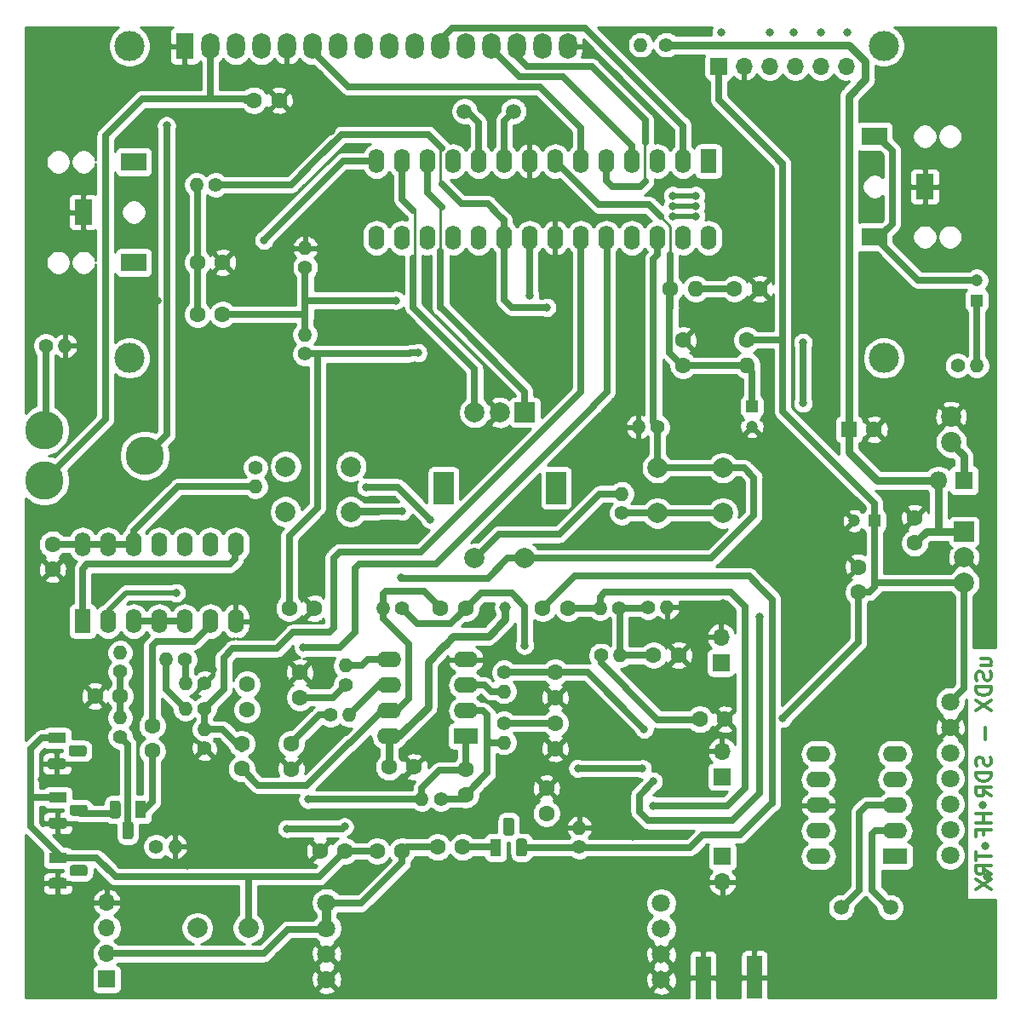
<source format=gbl>
G04 #@! TF.GenerationSoftware,KiCad,Pcbnew,(5.1.6)-1*
G04 #@! TF.CreationDate,2020-07-28T21:05:54+05:30*
G04 #@! TF.ProjectId,SDR_SSB,5344525f-5353-4422-9e6b-696361645f70,rev?*
G04 #@! TF.SameCoordinates,Original*
G04 #@! TF.FileFunction,Copper,L2,Bot*
G04 #@! TF.FilePolarity,Positive*
%FSLAX46Y46*%
G04 Gerber Fmt 4.6, Leading zero omitted, Abs format (unit mm)*
G04 Created by KiCad (PCBNEW (5.1.6)-1) date 2020-07-28 21:05:54*
%MOMM*%
%LPD*%
G01*
G04 APERTURE LIST*
G04 #@! TA.AperFunction,NonConductor*
%ADD10C,0.300000*%
G04 #@! TD*
G04 #@! TA.AperFunction,ComponentPad*
%ADD11O,1.400000X1.400000*%
G04 #@! TD*
G04 #@! TA.AperFunction,ComponentPad*
%ADD12C,1.400000*%
G04 #@! TD*
G04 #@! TA.AperFunction,ComponentPad*
%ADD13R,1.100000X1.800000*%
G04 #@! TD*
G04 #@! TA.AperFunction,ComponentPad*
%ADD14C,1.600000*%
G04 #@! TD*
G04 #@! TA.AperFunction,ComponentPad*
%ADD15O,1.700000X1.700000*%
G04 #@! TD*
G04 #@! TA.AperFunction,ComponentPad*
%ADD16R,1.700000X1.700000*%
G04 #@! TD*
G04 #@! TA.AperFunction,ComponentPad*
%ADD17R,1.800000X1.100000*%
G04 #@! TD*
G04 #@! TA.AperFunction,ComponentPad*
%ADD18C,0.800000*%
G04 #@! TD*
G04 #@! TA.AperFunction,ComponentPad*
%ADD19C,6.400000*%
G04 #@! TD*
G04 #@! TA.AperFunction,ComponentPad*
%ADD20C,1.500000*%
G04 #@! TD*
G04 #@! TA.AperFunction,ComponentPad*
%ADD21O,2.400000X1.600000*%
G04 #@! TD*
G04 #@! TA.AperFunction,ComponentPad*
%ADD22R,2.400000X1.600000*%
G04 #@! TD*
G04 #@! TA.AperFunction,ComponentPad*
%ADD23R,2.000000X2.000000*%
G04 #@! TD*
G04 #@! TA.AperFunction,ComponentPad*
%ADD24C,2.000000*%
G04 #@! TD*
G04 #@! TA.AperFunction,ComponentPad*
%ADD25R,2.000000X3.200000*%
G04 #@! TD*
G04 #@! TA.AperFunction,ComponentPad*
%ADD26C,1.812700*%
G04 #@! TD*
G04 #@! TA.AperFunction,ComponentPad*
%ADD27C,1.802540*%
G04 #@! TD*
G04 #@! TA.AperFunction,ComponentPad*
%ADD28C,1.800000*%
G04 #@! TD*
G04 #@! TA.AperFunction,ComponentPad*
%ADD29O,1.600000X2.400000*%
G04 #@! TD*
G04 #@! TA.AperFunction,ComponentPad*
%ADD30R,1.600000X2.400000*%
G04 #@! TD*
G04 #@! TA.AperFunction,ComponentPad*
%ADD31C,2.999999*%
G04 #@! TD*
G04 #@! TA.AperFunction,ComponentPad*
%ADD32O,1.800000X2.600000*%
G04 #@! TD*
G04 #@! TA.AperFunction,ComponentPad*
%ADD33R,1.800000X2.600000*%
G04 #@! TD*
G04 #@! TA.AperFunction,ComponentPad*
%ADD34C,3.810000*%
G04 #@! TD*
G04 #@! TA.AperFunction,ComponentPad*
%ADD35O,1.600000X1.600000*%
G04 #@! TD*
G04 #@! TA.AperFunction,ComponentPad*
%ADD36C,2.020000*%
G04 #@! TD*
G04 #@! TA.AperFunction,SMDPad,CuDef*
%ADD37R,1.524000X4.318000*%
G04 #@! TD*
G04 #@! TA.AperFunction,ComponentPad*
%ADD38O,1.800000X1.800000*%
G04 #@! TD*
G04 #@! TA.AperFunction,ComponentPad*
%ADD39R,1.800000X1.800000*%
G04 #@! TD*
G04 #@! TA.AperFunction,ComponentPad*
%ADD40R,1.800000X2.500000*%
G04 #@! TD*
G04 #@! TA.AperFunction,ComponentPad*
%ADD41R,2.500000X1.800000*%
G04 #@! TD*
G04 #@! TA.AperFunction,ComponentPad*
%ADD42C,1.200000*%
G04 #@! TD*
G04 #@! TA.AperFunction,ComponentPad*
%ADD43R,1.200000X1.200000*%
G04 #@! TD*
G04 #@! TA.AperFunction,ComponentPad*
%ADD44R,1.600000X1.600000*%
G04 #@! TD*
G04 #@! TA.AperFunction,ViaPad*
%ADD45C,0.800000*%
G04 #@! TD*
G04 #@! TA.AperFunction,ViaPad*
%ADD46C,1.651000*%
G04 #@! TD*
G04 #@! TA.AperFunction,ViaPad*
%ADD47C,1.143000*%
G04 #@! TD*
G04 #@! TA.AperFunction,Conductor*
%ADD48C,0.635000*%
G04 #@! TD*
G04 #@! TA.AperFunction,Conductor*
%ADD49C,0.762000*%
G04 #@! TD*
G04 #@! TA.AperFunction,Conductor*
%ADD50C,0.250000*%
G04 #@! TD*
G04 #@! TA.AperFunction,Conductor*
%ADD51C,0.500000*%
G04 #@! TD*
G04 #@! TA.AperFunction,Conductor*
%ADD52C,0.889000*%
G04 #@! TD*
G04 #@! TA.AperFunction,Conductor*
%ADD53C,0.254000*%
G04 #@! TD*
G04 APERTURE END LIST*
D10*
X188388571Y222950000D02*
X189388571Y222950000D01*
X188388571Y223592857D02*
X189174285Y223592857D01*
X189317142Y223521428D01*
X189388571Y223378571D01*
X189388571Y223164285D01*
X189317142Y223021428D01*
X189245714Y222950000D01*
X189317142Y222307142D02*
X189388571Y222092857D01*
X189388571Y221735714D01*
X189317142Y221592857D01*
X189245714Y221521428D01*
X189102857Y221450000D01*
X188960000Y221450000D01*
X188817142Y221521428D01*
X188745714Y221592857D01*
X188674285Y221735714D01*
X188602857Y222021428D01*
X188531428Y222164285D01*
X188460000Y222235714D01*
X188317142Y222307142D01*
X188174285Y222307142D01*
X188031428Y222235714D01*
X187960000Y222164285D01*
X187888571Y222021428D01*
X187888571Y221664285D01*
X187960000Y221450000D01*
X189388571Y220807142D02*
X187888571Y220807142D01*
X187888571Y220450000D01*
X187960000Y220235714D01*
X188102857Y220092857D01*
X188245714Y220021428D01*
X188531428Y219950000D01*
X188745714Y219950000D01*
X189031428Y220021428D01*
X189174285Y220092857D01*
X189317142Y220235714D01*
X189388571Y220450000D01*
X189388571Y220807142D01*
X187888571Y219450000D02*
X189388571Y218450000D01*
X187888571Y218450000D02*
X189388571Y219450000D01*
X188817142Y216735714D02*
X188817142Y215592857D01*
X189317142Y213807142D02*
X189388571Y213592857D01*
X189388571Y213235714D01*
X189317142Y213092857D01*
X189245714Y213021428D01*
X189102857Y212950000D01*
X188960000Y212950000D01*
X188817142Y213021428D01*
X188745714Y213092857D01*
X188674285Y213235714D01*
X188602857Y213521428D01*
X188531428Y213664285D01*
X188460000Y213735714D01*
X188317142Y213807142D01*
X188174285Y213807142D01*
X188031428Y213735714D01*
X187960000Y213664285D01*
X187888571Y213521428D01*
X187888571Y213164285D01*
X187960000Y212950000D01*
X189388571Y212307142D02*
X187888571Y212307142D01*
X187888571Y211950000D01*
X187960000Y211735714D01*
X188102857Y211592857D01*
X188245714Y211521428D01*
X188531428Y211450000D01*
X188745714Y211450000D01*
X189031428Y211521428D01*
X189174285Y211592857D01*
X189317142Y211735714D01*
X189388571Y211950000D01*
X189388571Y212307142D01*
X189388571Y209950000D02*
X188674285Y210450000D01*
X189388571Y210807142D02*
X187888571Y210807142D01*
X187888571Y210235714D01*
X187960000Y210092857D01*
X188031428Y210021428D01*
X188174285Y209950000D01*
X188388571Y209950000D01*
X188531428Y210021428D01*
X188602857Y210092857D01*
X188674285Y210235714D01*
X188674285Y210807142D01*
X189388571Y208164285D02*
X187888571Y208164285D01*
X188602857Y208164285D02*
X188602857Y207307142D01*
X189388571Y207307142D02*
X187888571Y207307142D01*
X188602857Y206092857D02*
X188602857Y206592857D01*
X189388571Y206592857D02*
X187888571Y206592857D01*
X187888571Y205878571D01*
X187888571Y204378571D02*
X187888571Y203521428D01*
X189388571Y203950000D02*
X187888571Y203950000D01*
X189388571Y202164285D02*
X188674285Y202664285D01*
X189388571Y203021428D02*
X187888571Y203021428D01*
X187888571Y202450000D01*
X187960000Y202307142D01*
X188031428Y202235714D01*
X188174285Y202164285D01*
X188388571Y202164285D01*
X188531428Y202235714D01*
X188602857Y202307142D01*
X188674285Y202450000D01*
X188674285Y203021428D01*
X187888571Y201664285D02*
X189388571Y200664285D01*
X187888571Y200664285D02*
X189388571Y201664285D01*
D11*
X108254800Y204927200D03*
D12*
X106354800Y204927200D03*
D13*
X104825800Y208603800D03*
G04 #@! TA.AperFunction,ComponentPad*
G36*
G01*
X102835800Y209228800D02*
X102835800Y207978800D01*
G75*
G02*
X102560800Y207703800I-275000J0D01*
G01*
X102010800Y207703800D01*
G75*
G02*
X101735800Y207978800I0J275000D01*
G01*
X101735800Y209228800D01*
G75*
G02*
X102010800Y209503800I275000J0D01*
G01*
X102560800Y209503800D01*
G75*
G02*
X102835800Y209228800I0J-275000D01*
G01*
G37*
G04 #@! TD.AperFunction*
G04 #@! TA.AperFunction,ComponentPad*
G36*
G01*
X104105800Y207158800D02*
X104105800Y205908800D01*
G75*
G02*
X103830800Y205633800I-275000J0D01*
G01*
X103280800Y205633800D01*
G75*
G02*
X103005800Y205908800I0J275000D01*
G01*
X103005800Y207158800D01*
G75*
G02*
X103280800Y207433800I275000J0D01*
G01*
X103830800Y207433800D01*
G75*
G02*
X104105800Y207158800I0J-275000D01*
G01*
G37*
G04 #@! TD.AperFunction*
X140157200Y204832000D03*
G04 #@! TA.AperFunction,ComponentPad*
G36*
G01*
X142147200Y204207000D02*
X142147200Y205457000D01*
G75*
G02*
X142422200Y205732000I275000J0D01*
G01*
X142972200Y205732000D01*
G75*
G02*
X143247200Y205457000I0J-275000D01*
G01*
X143247200Y204207000D01*
G75*
G02*
X142972200Y203932000I-275000J0D01*
G01*
X142422200Y203932000D01*
G75*
G02*
X142147200Y204207000I0J275000D01*
G01*
G37*
G04 #@! TD.AperFunction*
G04 #@! TA.AperFunction,ComponentPad*
G36*
G01*
X140877200Y206277000D02*
X140877200Y207527000D01*
G75*
G02*
X141152200Y207802000I275000J0D01*
G01*
X141702200Y207802000D01*
G75*
G02*
X141977200Y207527000I0J-275000D01*
G01*
X141977200Y206277000D01*
G75*
G02*
X141702200Y206002000I-275000J0D01*
G01*
X141152200Y206002000D01*
G75*
G02*
X140877200Y206277000I0J275000D01*
G01*
G37*
G04 #@! TD.AperFunction*
D14*
X136853300Y204863700D03*
X134353300Y204863700D03*
D15*
X175006000Y282448000D03*
X172466000Y282448000D03*
X169926000Y282448000D03*
X167386000Y282448000D03*
X164846000Y282448000D03*
D16*
X162306000Y282448000D03*
D17*
X96500000Y215700000D03*
G04 #@! TA.AperFunction,ComponentPad*
G36*
G01*
X95875000Y213710000D02*
X97125000Y213710000D01*
G75*
G02*
X97400000Y213435000I0J-275000D01*
G01*
X97400000Y212885000D01*
G75*
G02*
X97125000Y212610000I-275000J0D01*
G01*
X95875000Y212610000D01*
G75*
G02*
X95600000Y212885000I0J275000D01*
G01*
X95600000Y213435000D01*
G75*
G02*
X95875000Y213710000I275000J0D01*
G01*
G37*
G04 #@! TD.AperFunction*
G04 #@! TA.AperFunction,ComponentPad*
G36*
G01*
X97945000Y214980000D02*
X99195000Y214980000D01*
G75*
G02*
X99470000Y214705000I0J-275000D01*
G01*
X99470000Y214155000D01*
G75*
G02*
X99195000Y213880000I-275000J0D01*
G01*
X97945000Y213880000D01*
G75*
G02*
X97670000Y214155000I0J275000D01*
G01*
X97670000Y214705000D01*
G75*
G02*
X97945000Y214980000I275000J0D01*
G01*
G37*
G04 #@! TD.AperFunction*
D15*
X101447600Y199364600D03*
X101447600Y196824600D03*
X101447600Y194284600D03*
D16*
X101447600Y191744600D03*
D18*
X98191656Y194711656D03*
X96494600Y195414600D03*
X94797544Y194711656D03*
X94094600Y193014600D03*
X94797544Y191317544D03*
X96494600Y190614600D03*
X98191656Y191317544D03*
X98894600Y193014600D03*
D19*
X96494600Y193014600D03*
D18*
X188361656Y194711656D03*
X186664600Y195414600D03*
X184967544Y194711656D03*
X184264600Y193014600D03*
X184967544Y191317544D03*
X186664600Y190614600D03*
X188361656Y191317544D03*
X189064600Y193014600D03*
D19*
X186664600Y193014600D03*
D18*
X98191656Y284881656D03*
X96494600Y285584600D03*
X94797544Y284881656D03*
X94094600Y283184600D03*
X94797544Y281487544D03*
X96494600Y280784600D03*
X98191656Y281487544D03*
X98894600Y283184600D03*
D19*
X96494600Y283184600D03*
D18*
X188361656Y284881656D03*
X186664600Y285584600D03*
X184967544Y284881656D03*
X184264600Y283184600D03*
X184967544Y281487544D03*
X186664600Y280784600D03*
X188361656Y281487544D03*
X189064600Y283184600D03*
D19*
X186664600Y283184600D03*
D20*
X179378000Y198882000D03*
X174498000Y198882000D03*
D21*
X172212000Y203962000D03*
X179832000Y214122000D03*
X172212000Y206502000D03*
X179832000Y211582000D03*
X172212000Y209042000D03*
X179832000Y209042000D03*
X172212000Y211582000D03*
X179832000Y206502000D03*
X172212000Y214122000D03*
D22*
X179832000Y203962000D03*
D23*
X143040000Y248070000D03*
D24*
X140540000Y248070000D03*
X138040000Y248070000D03*
D25*
X146140000Y240570000D03*
X134940000Y240570000D03*
D24*
X143040000Y233570000D03*
X138040000Y233570000D03*
D17*
X96600000Y209800000D03*
G04 #@! TA.AperFunction,ComponentPad*
G36*
G01*
X95975000Y207810000D02*
X97225000Y207810000D01*
G75*
G02*
X97500000Y207535000I0J-275000D01*
G01*
X97500000Y206985000D01*
G75*
G02*
X97225000Y206710000I-275000J0D01*
G01*
X95975000Y206710000D01*
G75*
G02*
X95700000Y206985000I0J275000D01*
G01*
X95700000Y207535000D01*
G75*
G02*
X95975000Y207810000I275000J0D01*
G01*
G37*
G04 #@! TD.AperFunction*
G04 #@! TA.AperFunction,ComponentPad*
G36*
G01*
X98045000Y209080000D02*
X99295000Y209080000D01*
G75*
G02*
X99570000Y208805000I0J-275000D01*
G01*
X99570000Y208255000D01*
G75*
G02*
X99295000Y207980000I-275000J0D01*
G01*
X98045000Y207980000D01*
G75*
G02*
X97770000Y208255000I0J275000D01*
G01*
X97770000Y208805000D01*
G75*
G02*
X98045000Y209080000I275000J0D01*
G01*
G37*
G04 #@! TD.AperFunction*
D15*
X162534600Y225729800D03*
D16*
X162534600Y223189800D03*
D15*
X162620000Y214400000D03*
D16*
X162620000Y211860000D03*
D15*
X162661600Y201396600D03*
D16*
X162661600Y203936600D03*
D20*
X137020000Y278000000D03*
X141900000Y278000000D03*
D26*
X156591000Y196748400D03*
X156591000Y194208400D03*
D27*
X156591000Y199288400D03*
D26*
X156591000Y191668400D03*
D28*
X123317000Y191719200D03*
X123317000Y194259200D03*
X123317000Y196799200D03*
X123317000Y199339200D03*
D29*
X99060000Y234950000D03*
X114300000Y227330000D03*
X101600000Y234950000D03*
X111760000Y227330000D03*
X104140000Y234950000D03*
X109220000Y227330000D03*
X106680000Y234950000D03*
X106680000Y227330000D03*
X109220000Y234950000D03*
X104140000Y227330000D03*
X111760000Y234950000D03*
X101600000Y227330000D03*
X114300000Y234950000D03*
D30*
X99060000Y227330000D03*
D28*
X185318400Y204063600D03*
X185318400Y206603600D03*
X185318400Y209143600D03*
X185318400Y211683600D03*
X185318400Y214223600D03*
X185318400Y216763600D03*
X185318400Y219303600D03*
D21*
X129540000Y215900000D03*
X137160000Y223520000D03*
X129540000Y218440000D03*
X137160000Y220980000D03*
X129540000Y220980000D03*
X137160000Y218440000D03*
X129540000Y223520000D03*
D22*
X137160000Y215900000D03*
D31*
X178720000Y284480000D03*
X178719480Y253479300D03*
X103720900Y253479300D03*
X103720900Y284480000D03*
D32*
X147320000Y284480000D03*
X144780000Y284480000D03*
X142240000Y284480000D03*
X139700000Y284480000D03*
X137160000Y284480000D03*
X134620000Y284480000D03*
X132080000Y284480000D03*
X129540000Y284480000D03*
X127000000Y284480000D03*
X124460000Y284480000D03*
X121920000Y284480000D03*
X119380000Y284480000D03*
X116840000Y284480000D03*
X114300000Y284480000D03*
X111760000Y284480000D03*
D33*
X109220000Y284480000D03*
D29*
X161290000Y265430000D03*
X128270000Y273050000D03*
X158750000Y265430000D03*
X130810000Y273050000D03*
X156210000Y265430000D03*
X133350000Y273050000D03*
X153670000Y265430000D03*
X135890000Y273050000D03*
X151130000Y265430000D03*
X138430000Y273050000D03*
X148590000Y265430000D03*
X140970000Y273050000D03*
X146050000Y265430000D03*
X143510000Y273050000D03*
X143510000Y265430000D03*
X146050000Y273050000D03*
X140970000Y265430000D03*
X148590000Y273050000D03*
X138430000Y265430000D03*
X151130000Y273050000D03*
X135890000Y265430000D03*
X153670000Y273050000D03*
X133350000Y265430000D03*
X156210000Y273050000D03*
X130810000Y265430000D03*
X158750000Y273050000D03*
X128270000Y265430000D03*
D30*
X161290000Y273050000D03*
D24*
X186690000Y231140000D03*
X186690000Y233680000D03*
D23*
X186690000Y236220000D03*
D24*
X162710000Y242570000D03*
X162710000Y238070000D03*
X156210000Y242570000D03*
X156210000Y238070000D03*
X119240000Y238200000D03*
X119240000Y242700000D03*
X125740000Y238200000D03*
X125740000Y242700000D03*
D34*
X95250000Y241300000D03*
X105250000Y243800000D03*
X95250000Y246300000D03*
D11*
X148450300Y206801800D03*
D12*
X148450300Y204901800D03*
D11*
X110400000Y270700000D03*
D12*
X112300000Y270700000D03*
D11*
X187960000Y252730000D03*
D12*
X186060000Y252730000D03*
D11*
X154559000Y284607000D03*
D12*
X157099000Y284607000D03*
D11*
X97300000Y254700000D03*
D12*
X95400000Y254700000D03*
D11*
X121158000Y255798400D03*
D12*
X121158000Y253898400D03*
D11*
X121200000Y264400000D03*
D12*
X121200000Y262500000D03*
D11*
X154322700Y246634000D03*
D12*
X156222700Y246634000D03*
D11*
X152666700Y239986900D03*
D12*
X152666700Y238086900D03*
D11*
X116230400Y240695400D03*
D12*
X116230400Y242595400D03*
D11*
X102793800Y224200800D03*
D12*
X102793800Y222300800D03*
D11*
X102793800Y217728800D03*
D12*
X102793800Y215828800D03*
D11*
X109275800Y221157800D03*
D12*
X111175800Y221157800D03*
D11*
X107320000Y223520000D03*
D12*
X109220000Y223520000D03*
D11*
X111175800Y216580800D03*
D12*
X111175800Y214680800D03*
D11*
X109270800Y218617800D03*
D12*
X111170800Y218617800D03*
D11*
X140970000Y220350000D03*
D12*
X140970000Y222250000D03*
D11*
X140970000Y215270000D03*
D12*
X140970000Y217170000D03*
D11*
X132770800Y209651600D03*
D12*
X134670800Y209651600D03*
D11*
X128910000Y228600000D03*
D12*
X130810000Y228600000D03*
D11*
X125200000Y222900000D03*
D12*
X125200000Y221000000D03*
D11*
X125600000Y218000000D03*
D12*
X123700000Y218000000D03*
D11*
X157182900Y228701600D03*
D12*
X155282900Y228701600D03*
D11*
X150500000Y228600000D03*
D12*
X152400000Y228600000D03*
D11*
X152496600Y223926400D03*
D12*
X150596600Y223926400D03*
D17*
X96600000Y203800000D03*
G04 #@! TA.AperFunction,ComponentPad*
G36*
G01*
X95975000Y201810000D02*
X97225000Y201810000D01*
G75*
G02*
X97500000Y201535000I0J-275000D01*
G01*
X97500000Y200985000D01*
G75*
G02*
X97225000Y200710000I-275000J0D01*
G01*
X95975000Y200710000D01*
G75*
G02*
X95700000Y200985000I0J275000D01*
G01*
X95700000Y201535000D01*
G75*
G02*
X95975000Y201810000I275000J0D01*
G01*
G37*
G04 #@! TD.AperFunction*
G04 #@! TA.AperFunction,ComponentPad*
G36*
G01*
X98045000Y203080000D02*
X99295000Y203080000D01*
G75*
G02*
X99570000Y202805000I0J-275000D01*
G01*
X99570000Y202255000D01*
G75*
G02*
X99295000Y201980000I-275000J0D01*
G01*
X98045000Y201980000D01*
G75*
G02*
X97770000Y202255000I0J275000D01*
G01*
X97770000Y202805000D01*
G75*
G02*
X98045000Y203080000I275000J0D01*
G01*
G37*
G04 #@! TD.AperFunction*
D24*
X115544600Y196824600D03*
X110464600Y196824600D03*
D35*
X160020000Y260350000D03*
D14*
X157480000Y260350000D03*
D35*
X165100000Y252730000D03*
D14*
X165100000Y255270000D03*
D36*
X185420000Y247650000D03*
X185420000Y245110000D03*
D37*
X165862000Y191922400D03*
X160756600Y191871600D03*
D38*
X184150000Y241300000D03*
D39*
X186690000Y241300000D03*
D40*
X99140000Y267970000D03*
D41*
X104140000Y262970000D03*
X104140000Y272970000D03*
D40*
X182800000Y270510000D03*
D41*
X177800000Y275510000D03*
X177800000Y265510000D03*
D14*
X132014600Y212826600D03*
X129514600Y212826600D03*
X96062800Y232475400D03*
X96062800Y234975400D03*
X125143900Y204482700D03*
X122643900Y204482700D03*
X130833500Y204482700D03*
X128333500Y204482700D03*
X100293800Y219887800D03*
X102793800Y219887800D03*
X145173700Y210729200D03*
X145173700Y208229200D03*
X105968800Y216926800D03*
X105968800Y214426800D03*
X146050000Y219750000D03*
X146050000Y222250000D03*
X146050000Y214670000D03*
X146050000Y217170000D03*
X144820000Y228600000D03*
X147320000Y228600000D03*
X158329000Y223951800D03*
X155829000Y223951800D03*
X162926400Y217563700D03*
X160426400Y217563700D03*
X120650000Y219750000D03*
X120650000Y222250000D03*
X119811800Y215123400D03*
X119811800Y212623400D03*
X137134600Y212572600D03*
X137134600Y210072600D03*
X134660000Y228600000D03*
X137160000Y228600000D03*
X119597800Y228600000D03*
X122097800Y228600000D03*
X115417600Y221041600D03*
X115417600Y218541600D03*
X114858800Y215148800D03*
X114858800Y212648800D03*
X112977300Y262978900D03*
X110477300Y262978900D03*
X112990000Y257810000D03*
X110490000Y257810000D03*
D42*
X187960000Y261207000D03*
D43*
X187960000Y259207000D03*
D14*
X118600000Y279100000D03*
X116100000Y279100000D03*
X166370000Y260350000D03*
X163870000Y260350000D03*
X158750000Y255270000D03*
X158750000Y252770000D03*
D42*
X165608000Y246666000D03*
D43*
X165608000Y248666000D03*
D42*
X175800000Y237300000D03*
D43*
X177800000Y237300000D03*
D14*
X176200000Y232700000D03*
X176200000Y230200000D03*
X181800000Y237600000D03*
X181800000Y235100000D03*
X177760000Y246380000D03*
D44*
X175260000Y246380000D03*
D45*
X162560000Y285877000D03*
X167386000Y285877000D03*
X169799000Y285877000D03*
X172466000Y285877000D03*
X175133000Y285877000D03*
X179324000Y280289000D03*
X171958000Y274955000D03*
X170434000Y271145000D03*
X172974000Y258699000D03*
X172847000Y253619000D03*
X149606000Y242697000D03*
X171450000Y235077000D03*
X134747000Y195072000D03*
X186690000Y269367000D03*
X98835200Y279143200D03*
X158216600Y198120000D03*
X159359600Y198120000D03*
X160528000Y198120000D03*
X161645600Y198120000D03*
X162788600Y197967600D03*
X163677600Y197332600D03*
X159359600Y195300600D03*
X160502600Y195326000D03*
X161645600Y195300600D03*
X164465000Y196469000D03*
X151003000Y200660000D03*
X151003000Y194818000D03*
X154635200Y203034900D03*
X159219900Y203085700D03*
X182372000Y195453000D03*
X178943000Y194818000D03*
X176911000Y192532000D03*
X174879000Y194691000D03*
X168402000Y194437000D03*
X172720000Y190881000D03*
X169545000Y211836000D03*
X188595000Y209042000D03*
X188849000Y204978000D03*
X189001400Y201904600D03*
X188595000Y197358000D03*
X98044000Y251206000D03*
X96012000Y267843000D03*
X95377000Y260477000D03*
X158750000Y280416000D03*
X161036000Y277368000D03*
X182626000Y286004000D03*
X166928800Y270687800D03*
X186690000Y272288000D03*
X177673000Y273050000D03*
X182880000Y254381000D03*
X158216600Y195300600D03*
X111353600Y200253600D03*
X113639600Y195808600D03*
X108432600Y191998600D03*
X119100600Y200507600D03*
X120891300Y203441300D03*
D46*
X171297600Y195681600D03*
D45*
X118846600Y193522600D03*
X122326400Y223291400D03*
X134100000Y215400000D03*
X169672000Y201422000D03*
X185420000Y223012000D03*
X144018000Y192024000D03*
X100761800Y243128800D03*
X116408200Y249148600D03*
X148945600Y227304600D03*
X183388000Y226314000D03*
X169000000Y208600000D03*
X178308000Y226568000D03*
X169418000Y214884000D03*
X110464600Y237083600D03*
X125780800Y248843800D03*
X101320600Y229895400D03*
X107645200Y208051400D03*
X97713800Y221665800D03*
X100700000Y205700000D03*
X143500000Y220100000D03*
X143200000Y214700000D03*
X139420600Y228777800D03*
X108762800Y214172800D03*
X109448600Y203047600D03*
X94500000Y218600000D03*
X96621600Y198602600D03*
X129387600Y194919600D03*
X107289600Y197459600D03*
X153771600Y205943200D03*
X135153400Y219735400D03*
X117398800Y218617800D03*
X105232200Y280619200D03*
X97800000Y258500000D03*
X179300000Y259900000D03*
X183000000Y279800000D03*
X124307600Y279222200D03*
X121259600Y279069800D03*
X166116000Y279781000D03*
X165531800Y267081000D03*
X112242600Y205460600D03*
X113639600Y192379600D03*
X118211600Y198094600D03*
X137160000Y191516000D03*
X149606000Y191516000D03*
X140182600Y200380600D03*
X135128000Y198628000D03*
X129286000Y191516000D03*
X146050000Y199390000D03*
X144678400Y195757800D03*
X147015200Y194386200D03*
X150101300Y203047600D03*
X164719000Y195300600D03*
X158597600Y192913000D03*
X177038000Y197612000D03*
X182118000Y191516000D03*
X184531000Y233680000D03*
X159500000Y248000000D03*
X107289600Y199872600D03*
X101142800Y237794800D03*
X116636800Y235762800D03*
X109600000Y248100000D03*
X148424900Y210756500D03*
X144653000Y255727200D03*
X172339000Y262763000D03*
X158115000Y282956000D03*
X112400000Y253000000D03*
X106500000Y259200000D03*
X123748800Y235000800D03*
X167600000Y233200000D03*
X168700000Y239000000D03*
X111988600Y222478600D03*
X114858800Y208584800D03*
X116560600Y204495400D03*
X140563600Y210794600D03*
X148300000Y223700000D03*
X154152600Y227355400D03*
X162763200Y229082600D03*
X112064800Y210108800D03*
X131343400Y243128800D03*
X153644600Y215239600D03*
X159994600Y226542600D03*
X159258000Y234873800D03*
X133159500Y202831700D03*
X95000000Y211600000D03*
X125018800Y212140800D03*
X123100000Y257500000D03*
X152600000Y284600000D03*
X154600000Y255300000D03*
X139928600Y255917700D03*
X129717800Y257289300D03*
X159512000Y286004000D03*
X123800000Y276000000D03*
D47*
X141097000Y228701600D03*
D45*
X168656000Y217678000D03*
X127254000Y240652300D03*
X133604000Y237451900D03*
X142990000Y224917000D03*
X145200000Y258500000D03*
X154695200Y212665000D03*
X148310600Y212699600D03*
X154900000Y216600000D03*
X107416600Y276580600D03*
X155800000Y209000000D03*
X166400000Y227800000D03*
X155800000Y211400000D03*
X121462800Y209600800D03*
X130200000Y259200000D03*
X121020000Y224670000D03*
X132400000Y254000000D03*
X143510000Y259715000D03*
X125100000Y206900000D03*
X119400000Y206700000D03*
X117100000Y265200000D03*
X108356400Y230149400D03*
X130733800Y231622600D03*
X130810000Y238239300D03*
X170688000Y249000000D03*
X170688000Y255016000D03*
X157734000Y268605000D03*
X160020000Y268605000D03*
X157734000Y269621000D03*
X160020000Y269621000D03*
X157734000Y267589000D03*
X160020000Y267589000D03*
D48*
X96640000Y207100000D02*
X96900000Y207360000D01*
D49*
X184520000Y236220000D02*
X186690000Y236220000D01*
X129540000Y215900000D02*
X129540000Y212852000D01*
D48*
X129540000Y212852000D02*
X129514600Y212826600D01*
D49*
X175260000Y284607000D02*
X176911000Y282956000D01*
X157099000Y284607000D02*
X175260000Y284607000D01*
X175260000Y246380000D02*
X175260000Y279527000D01*
X175260000Y279527000D02*
X176911000Y281178000D01*
X176911000Y282956000D02*
X176911000Y281178000D01*
D48*
X135000000Y224900000D02*
X135009400Y224900000D01*
D49*
X133400000Y223300000D02*
X135000000Y224900000D01*
X135009400Y224900000D02*
X135934392Y225824992D01*
X138624992Y225824992D02*
X136683808Y225824992D01*
X135934392Y225824992D02*
X136683808Y225824992D01*
D48*
X175260000Y246380000D02*
X175260000Y246100600D01*
D49*
X180060600Y241300000D02*
X183870600Y241300000D01*
X175260000Y246380000D02*
X175260000Y244068600D01*
X178028600Y241300000D02*
X180060600Y241300000D01*
X175260000Y244068600D02*
X178028600Y241300000D01*
X181800000Y235100000D02*
X182945400Y236245400D01*
D48*
X184494600Y236245400D02*
X184520000Y236220000D01*
X184150000Y236423200D02*
X184327800Y236245400D01*
D49*
X182945400Y236245400D02*
X184327800Y236245400D01*
X184150000Y241300000D02*
X184150000Y236423200D01*
D48*
X184327800Y236245400D02*
X184494600Y236245400D01*
D49*
X130505200Y215900000D02*
X133400000Y218794800D01*
D48*
X129540000Y215900000D02*
X130505200Y215900000D01*
D49*
X133400000Y218794800D02*
X133400000Y223300000D01*
X138624992Y225824992D02*
X139426892Y225824992D01*
X141097000Y227495100D02*
X141097000Y228701600D01*
X139426892Y225824992D02*
X141097000Y227495100D01*
D48*
X177800000Y238800000D02*
X177800000Y237300000D01*
X186690000Y220675200D02*
X185318400Y219303600D01*
X186690000Y231140000D02*
X186690000Y220675200D01*
X99060000Y234950000D02*
X104140000Y234950000D01*
X165100000Y255270000D02*
X166878000Y255270000D01*
X162306000Y279146000D02*
X162306000Y282448000D01*
X166878000Y255270000D02*
X168656000Y255270000D01*
X150596600Y223850200D02*
X150600000Y223846800D01*
X150596600Y223926400D02*
X150596600Y223189800D01*
X150596600Y223189800D02*
X153086400Y220700000D01*
X153086400Y220700000D02*
X153086400Y220674600D01*
X153086400Y220674600D02*
X156210000Y217551000D01*
X156210000Y217551000D02*
X160451800Y217551000D01*
X176200000Y225222000D02*
X168656000Y217678000D01*
X176200000Y230200000D02*
X176200000Y225222000D01*
X177850800Y231140000D02*
X177800000Y231190800D01*
X186690000Y231140000D02*
X177850800Y231140000D01*
X177800000Y237300000D02*
X177800000Y231190800D01*
X177266400Y230200000D02*
X177800000Y230733600D01*
X177800000Y231190800D02*
X177800000Y230733600D01*
X176200000Y230200000D02*
X177266400Y230200000D01*
X177800000Y237300000D02*
X177800000Y239039400D01*
X168656000Y248183400D02*
X168656000Y249047000D01*
X177800000Y239039400D02*
X168656000Y248183400D01*
X168656000Y249047000D02*
X168656000Y255270000D01*
X168656000Y272796000D02*
X168008300Y273443700D01*
X168656000Y255270000D02*
X168656000Y272796000D01*
X168529000Y272923000D02*
X168008300Y273443700D01*
X168008300Y273443700D02*
X162306000Y279146000D01*
X127254000Y240652300D02*
X130403600Y240652300D01*
X130403600Y240652300D02*
X133604000Y237451900D01*
X141720000Y235950000D02*
X140446000Y235950000D01*
X140446000Y235950000D02*
X138023600Y233527600D01*
X150490000Y239986900D02*
X146453100Y235950000D01*
X152666700Y239986900D02*
X150490000Y239986900D01*
X141720000Y235950000D02*
X146453100Y235950000D01*
X116230400Y240695400D02*
X113596500Y240695400D01*
X104140000Y234950000D02*
X104140000Y236296200D01*
X108539200Y240695400D02*
X112476200Y240695400D01*
X104140000Y236296200D02*
X108539200Y240695400D01*
X109885400Y240695400D02*
X112476200Y240695400D01*
X112476200Y240695400D02*
X113596500Y240695400D01*
X99060000Y234950000D02*
X96139000Y234950000D01*
X96139000Y234950000D02*
X96062800Y234873800D01*
X152500000Y228700000D02*
X152400000Y228600000D01*
X152496600Y223926400D02*
X155702000Y223926400D01*
X155702000Y223926400D02*
X155727400Y223951800D01*
X152496600Y223926400D02*
X152496600Y228401800D01*
X152496600Y228401800D02*
X152425400Y228473000D01*
X152400000Y228600000D02*
X155130500Y228600000D01*
X155130500Y228600000D02*
X155194000Y228663500D01*
X155194000Y228663500D02*
X155232100Y228663500D01*
X131509999Y227900001D02*
X131509999Y227890001D01*
X130810000Y228600000D02*
X131509999Y227900001D01*
X143000000Y228800000D02*
X141700000Y230100000D01*
X141700000Y230100000D02*
X138660000Y230100000D01*
X138660000Y230100000D02*
X137160000Y228600000D01*
X125600000Y218000000D02*
X128554600Y220954600D01*
X128554600Y220954600D02*
X129514600Y220954600D01*
X142990000Y228790000D02*
X143000000Y228800000D01*
X142990000Y224917000D02*
X142990000Y228790000D01*
X132316300Y227083700D02*
X135669100Y227083700D01*
X131509999Y227890001D02*
X132316300Y227083700D01*
X135669100Y227083700D02*
X137134600Y228549200D01*
X163870000Y260350000D02*
X160020000Y260350000D01*
D50*
X134620000Y274345400D02*
X134620000Y270745400D01*
D48*
X134764990Y270735010D02*
X136700000Y268800000D01*
X140970000Y263730000D02*
X141000000Y263700000D01*
X140970000Y265430000D02*
X140970000Y263730000D01*
X140970000Y263730000D02*
X140970000Y259283200D01*
X141753200Y258500000D02*
X145200000Y258500000D01*
X140970000Y259283200D02*
X141753200Y258500000D01*
X136700000Y268800000D02*
X139327200Y268800000D01*
X139327200Y268800000D02*
X140563600Y267563600D01*
X140563600Y267563600D02*
X140944600Y267182600D01*
X140944600Y267182600D02*
X140944600Y265531600D01*
X112300000Y270700000D02*
X119798600Y270700000D01*
X133400000Y275700000D02*
X124798600Y275700000D01*
X124798600Y275700000D02*
X122466100Y273367500D01*
X134764990Y274335010D02*
X133400000Y275700000D01*
X119798600Y270700000D02*
X122466100Y273367500D01*
X122466100Y273367500D02*
X123748800Y274650200D01*
X154660600Y212699600D02*
X154695200Y212665000D01*
X148310600Y212699600D02*
X154660600Y212699600D01*
X123700000Y218000000D02*
X122623000Y218000000D01*
X122623000Y218000000D02*
X119811800Y215188800D01*
X177800000Y265510000D02*
X178261000Y265510000D01*
X178261000Y265510000D02*
X179578000Y266827000D01*
X179578000Y273939000D02*
X179578000Y274066000D01*
X179578000Y274066000D02*
X178181000Y275463000D01*
X179578000Y266827000D02*
X179578000Y268097000D01*
X179578000Y268097000D02*
X179578000Y273939000D01*
X187960000Y261207000D02*
X182150000Y261207000D01*
X182150000Y261207000D02*
X177901600Y265455400D01*
X187960000Y256140000D02*
X187960000Y252730000D01*
X187960000Y256140000D02*
X187960000Y258953000D01*
X187960000Y258953000D02*
X188087000Y259080000D01*
X140970000Y277070000D02*
X140970000Y273050000D01*
X141900000Y278000000D02*
X140970000Y277070000D01*
X132676200Y234200000D02*
X148590000Y250113800D01*
X131965000Y234200000D02*
X132676200Y234200000D01*
X148590000Y265430000D02*
X148590000Y250113800D01*
X113080800Y223697800D02*
X113983000Y224600000D01*
X126073600Y234200000D02*
X125564200Y234200000D01*
X123584000Y226200000D02*
X124002800Y226618800D01*
X113080800Y220527800D02*
X113080800Y223697800D01*
X111170800Y218617800D02*
X113080800Y220527800D01*
X131965000Y234200000D02*
X126073600Y234200000D01*
X124599000Y234200000D02*
X126073600Y234200000D01*
X113983000Y224600000D02*
X118400000Y224600000D01*
X118400000Y224600000D02*
X120000000Y226200000D01*
X120000000Y226200000D02*
X123584000Y226200000D01*
X124002800Y226618800D02*
X124002800Y233603800D01*
X124002800Y233603800D02*
X124599000Y234200000D01*
X111170800Y218617800D02*
X111170800Y216590800D01*
X111170800Y216590800D02*
X111175800Y216585800D01*
X112967600Y216580800D02*
X114924200Y214624200D01*
X111175800Y216580800D02*
X112967600Y216580800D01*
X140970000Y217170000D02*
X146050000Y217170000D01*
X140970000Y222250000D02*
X146050000Y222250000D01*
X147450000Y222250000D02*
X146050000Y222250000D01*
X146050000Y222250000D02*
X148742400Y222250000D01*
X149250000Y222250000D02*
X148742400Y222250000D01*
X154900000Y216600000D02*
X149250000Y222250000D01*
D49*
X186690000Y241300000D02*
X186690000Y243738400D01*
X186690000Y243738400D02*
X185445400Y244983000D01*
D48*
X125200000Y222900000D02*
X126837200Y222900000D01*
X126837200Y222900000D02*
X127457200Y223520000D01*
X127457200Y223520000D02*
X129540000Y223520000D01*
X107417501Y254189999D02*
X107417501Y276452699D01*
X107417501Y254189999D02*
X107417501Y245847501D01*
X107417501Y245847501D02*
X105257600Y243687600D01*
X104140000Y227330000D02*
X106680000Y227330000D01*
X106680000Y227330000D02*
X109220000Y227330000D01*
X99060000Y227330000D02*
X99060000Y232537000D01*
X99060000Y232537000D02*
X99491800Y232968800D01*
X99491800Y232968800D02*
X113715800Y232968800D01*
X113715800Y232968800D02*
X114223800Y233476800D01*
X114223800Y233476800D02*
X114223800Y235000800D01*
X165500000Y252330000D02*
X165100000Y252730000D01*
X158790000Y252730000D02*
X158750000Y252770000D01*
X162330000Y252730000D02*
X158790000Y252730000D01*
X165100000Y252730000D02*
X162330000Y252730000D01*
X157480000Y258520000D02*
X157480000Y260350000D01*
X157500000Y258500000D02*
X157480000Y258520000D01*
X115340000Y279100000D02*
X116100000Y279100000D01*
X115973200Y279200000D02*
X116052600Y279120600D01*
X111760000Y279400000D02*
X111960000Y279200000D01*
X111760000Y284480000D02*
X111760000Y279400000D01*
X111960000Y279200000D02*
X115973200Y279200000D01*
D50*
X157480000Y262458200D02*
X157480000Y260350000D01*
D48*
X157480000Y262458200D02*
X157480000Y262128000D01*
X157480000Y263779000D02*
X157480000Y262128000D01*
D50*
X157480000Y263779000D02*
X157480000Y262458200D01*
D48*
X157480000Y262128000D02*
X157480000Y260477000D01*
X157432499Y260302499D02*
X157432499Y253996701D01*
X157480000Y260350000D02*
X157432499Y260302499D01*
X157432499Y253996701D02*
X158597600Y252831600D01*
D50*
X157480000Y263779000D02*
X157480000Y266573000D01*
X157480000Y266573000D02*
X156527500Y267525500D01*
D48*
X155353000Y268700000D02*
X156527500Y267525500D01*
X146050000Y273050000D02*
X150400000Y268700000D01*
X150400000Y268700000D02*
X155353000Y268700000D01*
X165608000Y248666000D02*
X165608000Y252095000D01*
X165608000Y252095000D02*
X165100000Y252603000D01*
X104956000Y279200000D02*
X107464200Y279200000D01*
X107464200Y279200000D02*
X111960000Y279200000D01*
X107115000Y279200000D02*
X107464200Y279200000D01*
X95250000Y241300000D02*
X101320600Y247370600D01*
X101320600Y247370600D02*
X101320600Y275564600D01*
X101320600Y275564600D02*
X104956000Y279200000D01*
X144820000Y228600000D02*
X147420000Y231200000D01*
X167640000Y227010000D02*
X167640000Y229482000D01*
X167640000Y210388200D02*
X167640000Y209499200D01*
X167640000Y227010000D02*
X167640000Y210388200D01*
X167640000Y209194400D02*
X167640000Y210388200D01*
X167563800Y209194400D02*
X164465000Y206095600D01*
X167640000Y209194400D02*
X167563800Y209194400D01*
X147420000Y231200000D02*
X147420000Y231214600D01*
X147420000Y231214600D02*
X148005800Y231800400D01*
X165321600Y231800400D02*
X166239500Y230882500D01*
X148005800Y231800400D02*
X165321600Y231800400D01*
X167640000Y229482000D02*
X166239500Y230882500D01*
X166239500Y230882500D02*
X165922000Y231200000D01*
X159448500Y204812900D02*
X160731200Y206095600D01*
X146011900Y204812900D02*
X159448500Y204812900D01*
X160731200Y206095600D02*
X164465000Y206095600D01*
X146011900Y204812900D02*
X143090900Y204812900D01*
X143090900Y204812900D02*
X142748000Y205155800D01*
X147320000Y228600000D02*
X150500000Y228600000D01*
X163500000Y230200000D02*
X164900000Y228800000D01*
X155800000Y209000000D02*
X163153000Y209000000D01*
X164900000Y228800000D02*
X164900000Y210747000D01*
X163153000Y209000000D02*
X164900000Y210747000D01*
X152100000Y230200000D02*
X152768100Y230200000D01*
X152768100Y230200000D02*
X163500000Y230200000D01*
X152100000Y230200000D02*
X150990100Y230200000D01*
X150990100Y230200000D02*
X150533100Y229743000D01*
X150533100Y229743000D02*
X150533100Y228701600D01*
X128910000Y230010000D02*
X128910000Y228600000D01*
X129200000Y230300000D02*
X128910000Y230010000D01*
X131700000Y230300000D02*
X129200000Y230300000D01*
X128910000Y227610051D02*
X128910000Y228600000D01*
X131700000Y230300000D02*
X132996200Y230300000D01*
X132996200Y230300000D02*
X134620000Y228676200D01*
X129540000Y218440000D02*
X130327400Y218440000D01*
X131511325Y219623925D02*
X131511325Y225008725D01*
X130327400Y218440000D02*
X131511325Y219623925D01*
X131511325Y225008725D02*
X128910000Y227610051D01*
X114858800Y212648800D02*
X116509800Y210997800D01*
X128897400Y218440000D02*
X125650000Y215192600D01*
X129540000Y218440000D02*
X128897400Y218440000D01*
X125530600Y215192600D02*
X121335800Y210997800D01*
X125650000Y215192600D02*
X125530600Y215192600D01*
X116509800Y210997800D02*
X121335800Y210997800D01*
X166400000Y227800000D02*
X166400000Y227800000D01*
X120650000Y219750000D02*
X123941200Y219750000D01*
X123941200Y219750000D02*
X125120400Y220929200D01*
X166400000Y210231200D02*
X166400000Y227800000D01*
X154406600Y210006600D02*
X154406600Y208381600D01*
X154406600Y208381600D02*
X155295600Y207492600D01*
X155295600Y207492600D02*
X163661400Y207492600D01*
X155800000Y211400000D02*
X154406600Y210006600D01*
X163661400Y207492600D02*
X166400000Y210231200D01*
X138430000Y276870000D02*
X138430000Y273050000D01*
X138049999Y277250001D02*
X138430000Y276870000D01*
X138049999Y277250001D02*
X138039999Y277250001D01*
X138039999Y277250001D02*
X137236200Y278053800D01*
X137236200Y278053800D02*
X137058400Y278053800D01*
X137160000Y215900000D02*
X137160000Y212725000D01*
X135641000Y212521800D02*
X137210800Y212521800D01*
X127431800Y209600800D02*
X128320800Y209600800D01*
X135641000Y212521800D02*
X134543800Y212521800D01*
X134543800Y212521800D02*
X132765800Y210743800D01*
X132765800Y210743800D02*
X132765800Y209727800D01*
X127050800Y209600800D02*
X132638800Y209600800D01*
X127050800Y209600800D02*
X127431800Y209600800D01*
X121462800Y209600800D02*
X127050800Y209600800D01*
X138860000Y218440000D02*
X139300000Y218000000D01*
X137160000Y218440000D02*
X138860000Y218440000D01*
X139300000Y218000000D02*
X139300000Y215600000D01*
X139630000Y215270000D02*
X140970000Y215270000D01*
X139300000Y215600000D02*
X139630000Y215270000D01*
X136753600Y209651600D02*
X137134600Y210032600D01*
X139300000Y212238000D02*
X139300000Y215600000D01*
X137134600Y210072600D02*
X139300000Y212238000D01*
X134670800Y209651600D02*
X136753600Y209651600D01*
X136753600Y209651600D02*
X137210800Y210108800D01*
X137210800Y210108800D02*
X137083800Y210108800D01*
X121200000Y258106000D02*
X120904000Y257810000D01*
X112990000Y257810000D02*
X120904000Y257810000D01*
X121328800Y259200000D02*
X121200000Y259071200D01*
X130200000Y259200000D02*
X121328800Y259200000D01*
X121200000Y262500000D02*
X121200000Y259071200D01*
X121200000Y257600000D02*
X121200000Y258453800D01*
X121200000Y259071200D02*
X121200000Y258453800D01*
X121200000Y258453800D02*
X121200000Y258106000D01*
X121158000Y257558000D02*
X121200000Y257600000D01*
X121158000Y255798400D02*
X121158000Y257558000D01*
X121020000Y224670000D02*
X121020000Y224670000D01*
X124594000Y224670000D02*
X126161800Y226237800D01*
X126161800Y226237800D02*
X126161800Y232587800D01*
X126161800Y232587800D02*
X126614000Y233040000D01*
X126614000Y233040000D02*
X129138600Y233040000D01*
X128392000Y233040000D02*
X129138600Y233040000D01*
X121020000Y224670000D02*
X124594000Y224670000D01*
X109275800Y221157800D02*
X109275800Y223438800D01*
X151206200Y250139200D02*
X151206200Y265404600D01*
X149840000Y248773000D02*
X151206200Y250139200D01*
X129138600Y233040000D02*
X134183200Y233040000D01*
X149840000Y248696800D02*
X149840000Y248773000D01*
X134183200Y233040000D02*
X149840000Y248696800D01*
X143510000Y265430000D02*
X143510000Y261410000D01*
X132400000Y254000000D02*
X131692894Y254000000D01*
X131692894Y254000000D02*
X131592894Y253900000D01*
X143510000Y261410000D02*
X143510000Y259715000D01*
X131592894Y253900000D02*
X122934400Y253900000D01*
X122417501Y253756499D02*
X122274000Y253900000D01*
X122934400Y253900000D02*
X122274000Y253900000D01*
X122272400Y253898400D02*
X122274000Y253900000D01*
X121158000Y253898400D02*
X122272400Y253898400D01*
X119597800Y228600000D02*
X119597800Y235802800D01*
X122417501Y238622501D02*
X122417501Y242682099D01*
X119597800Y235802800D02*
X122417501Y238622501D01*
X122417501Y242682099D02*
X122417501Y253756499D01*
X107320000Y223520000D02*
X107320000Y220568600D01*
X107320000Y220568600D02*
X109270800Y218617800D01*
X111760000Y227330000D02*
X111760000Y226898200D01*
X111760000Y226898200D02*
X110161800Y225300000D01*
X105968800Y216926800D02*
X105968800Y224840800D01*
X105968800Y224840800D02*
X106428000Y225300000D01*
X106428000Y225300000D02*
X110161800Y225300000D01*
X105968800Y214426800D02*
X105968800Y209346800D01*
X105968800Y209346800D02*
X104825800Y208203800D01*
X124900000Y206700000D02*
X125100000Y206900000D01*
X119400000Y206700000D02*
X124900000Y206700000D01*
X124950000Y273050000D02*
X117100000Y265200000D01*
X128270000Y273050000D02*
X124950000Y273050000D01*
X102793800Y217728800D02*
X102793800Y222173800D01*
X96900000Y215700000D02*
X95000000Y215700000D01*
X95000000Y215700000D02*
X93900000Y214600000D01*
X93900000Y214600000D02*
X93900000Y209800000D01*
X97000000Y209800000D02*
X93900000Y209800000D01*
X97000000Y203800000D02*
X100441200Y203800000D01*
X93900000Y207100000D02*
X93900000Y209800000D01*
X100441200Y203800000D02*
X102323699Y201917501D01*
X115544600Y201777600D02*
X115684501Y201917501D01*
X115544600Y196824600D02*
X115544600Y201777600D01*
X102323699Y201917501D02*
X115684501Y201917501D01*
X97000000Y203804600D02*
X93900000Y206904600D01*
X97000000Y203800000D02*
X97000000Y203804600D01*
X93900000Y206904600D02*
X93900000Y207100000D01*
X128333500Y204482700D02*
X125336300Y204482700D01*
X125336300Y204482700D02*
X125095000Y204241400D01*
X125143900Y204482700D02*
X122578701Y201917501D01*
X115684501Y201917501D02*
X121729701Y201917501D01*
X122578701Y201917501D02*
X121729701Y201917501D01*
X101600000Y227330000D02*
X101600000Y227838000D01*
D51*
X108356400Y230149400D02*
X103378000Y230149400D01*
X103378000Y230149400D02*
X101600000Y228371400D01*
X101600000Y228371400D02*
X101600000Y227330000D01*
D48*
X95400000Y246450000D02*
X95250000Y246300000D01*
X95400000Y254700000D02*
X95400000Y246450000D01*
X137160000Y220980000D02*
X139020000Y220980000D01*
X139020000Y220980000D02*
X139700000Y220300000D01*
X139750000Y220350000D02*
X140970000Y220350000D01*
X139700000Y220300000D02*
X139750000Y220350000D01*
X157624213Y242570000D02*
X162710000Y242570000D01*
X156210000Y242570000D02*
X157624213Y242570000D01*
X156210000Y265430000D02*
X156210000Y263730000D01*
X125740000Y238200000D02*
X128450000Y238200000D01*
X130756400Y231600000D02*
X130733800Y231622600D01*
X162710000Y242570000D02*
X164830000Y242570000D01*
X164830000Y242570000D02*
X165800000Y241600000D01*
X141337000Y233570000D02*
X139367000Y231600000D01*
X143040000Y233570000D02*
X141337000Y233570000D01*
X139367000Y231600000D02*
X130756400Y231600000D01*
X161564000Y233570000D02*
X165800000Y237806000D01*
X143040000Y233570000D02*
X161564000Y233570000D01*
X165800000Y241600000D02*
X165800000Y237806000D01*
X130810000Y238239300D02*
X125679200Y238239300D01*
X125679200Y238239300D02*
X125615700Y238175800D01*
X156210000Y263730000D02*
X155816300Y263336300D01*
X155816300Y263336300D02*
X155816300Y247954800D01*
X156210000Y242570000D02*
X156210000Y246481600D01*
X156210000Y246481600D02*
X156286200Y246557800D01*
X155816300Y247954800D02*
X155816300Y247129300D01*
X155816300Y247129300D02*
X156197300Y246748300D01*
X162710000Y238070000D02*
X156210000Y238070000D01*
X152713300Y238070000D02*
X152692100Y238048800D01*
X152666700Y238086900D02*
X156184600Y238086900D01*
X170688000Y249000000D02*
X170688000Y255016000D01*
X133350000Y269900000D02*
X133350000Y273050000D01*
X134764990Y268485010D02*
X133350000Y269900000D01*
X143040000Y249570000D02*
X143000000Y249610000D01*
X143040000Y248070000D02*
X143040000Y249570000D01*
X143000000Y249610000D02*
X143000000Y250150000D01*
X143000000Y250150000D02*
X134780000Y258370000D01*
D50*
X134645400Y268485010D02*
X134645400Y264091210D01*
D48*
X134780000Y258370000D02*
X134771200Y258370000D01*
X134645400Y258495800D02*
X134645400Y264091210D01*
X134771200Y258370000D02*
X134645400Y258495800D01*
X130810000Y273050000D02*
X130810000Y269270000D01*
X130810000Y269270000D02*
X131935010Y268144990D01*
X138040000Y252380000D02*
X138040000Y248070000D01*
X131935010Y259884990D02*
X131935010Y258484990D01*
X131935010Y258484990D02*
X138040000Y252380000D01*
X131935010Y259884990D02*
X131935010Y263365190D01*
D50*
X132054600Y268025400D02*
X131935010Y268144990D01*
X131935010Y263365190D02*
X132054600Y263484780D01*
X132054600Y263484780D02*
X132054600Y268025400D01*
D48*
X151130000Y271070000D02*
X151130000Y273050000D01*
X151700000Y270500000D02*
X151130000Y271070000D01*
X154500000Y270500000D02*
X151700000Y270500000D01*
X155000000Y271000000D02*
X154500000Y270500000D01*
X142240000Y284480000D02*
X142240000Y283464000D01*
X142240000Y283464000D02*
X143256000Y282448000D01*
X155000000Y275600000D02*
X155000000Y274888000D01*
D50*
X154965400Y274888000D02*
X154965400Y271000000D01*
D48*
X143256000Y282448000D02*
X149682200Y282448000D01*
X149682200Y282448000D02*
X155000000Y277130200D01*
X155000000Y277130200D02*
X155000000Y274888000D01*
X146812000Y281432000D02*
X153670000Y274574000D01*
X153670000Y273050000D02*
X153670000Y274574000D01*
X139700000Y284226000D02*
X142494000Y281432000D01*
X139700000Y284480000D02*
X139700000Y284226000D01*
X142494000Y281432000D02*
X146812000Y281432000D01*
X134620000Y285117820D02*
X135799690Y286297510D01*
X134620000Y284480000D02*
X134620000Y285117820D01*
X135799690Y286297510D02*
X149007690Y286297510D01*
X158750000Y276555200D02*
X158407100Y276898100D01*
X158750000Y273050000D02*
X158750000Y276555200D01*
X149007690Y286297510D02*
X158407100Y276898100D01*
X158407100Y276898100D02*
X158600000Y276705200D01*
X148590000Y273050000D02*
X148590000Y274500000D01*
X144526000Y280416000D02*
X148590000Y276352000D01*
X148590000Y276352000D02*
X148590000Y273050000D01*
X121920000Y283997400D02*
X125501400Y280416000D01*
X121920000Y284480000D02*
X121920000Y283997400D01*
X125501400Y280416000D02*
X144526000Y280416000D01*
X176276000Y208305400D02*
X177012600Y209042000D01*
X176276000Y201879200D02*
X176276000Y208305400D01*
X179832000Y209042000D02*
X177012600Y209042000D01*
X176276000Y201879200D02*
X176276000Y200621900D01*
X176276000Y200621900D02*
X174548800Y198894700D01*
X179832000Y206502000D02*
X177876200Y206502000D01*
X177876200Y206502000D02*
X177571400Y206197200D01*
X177571400Y206197200D02*
X177571400Y200583800D01*
X177571400Y200583800D02*
X179273200Y198882000D01*
D52*
X123317000Y196799200D02*
X123317000Y199339200D01*
D48*
X101447600Y194284600D02*
X117068600Y194284600D01*
X117068600Y194284600D02*
X119481600Y196697600D01*
X119481600Y196697600D02*
X123291600Y196697600D01*
X134353300Y204863700D02*
X131318000Y204863700D01*
X131318000Y204863700D02*
X130835400Y204381100D01*
X126719602Y199301100D02*
X123228100Y199301100D01*
X130833500Y203351330D02*
X126757870Y199275700D01*
X130833500Y204482700D02*
X130833500Y203351330D01*
X126757870Y199275700D02*
X123304300Y199275700D01*
X110490000Y270610000D02*
X110400000Y270700000D01*
X110490000Y264160000D02*
X110490000Y270610000D01*
X110490000Y263028630D02*
X110490000Y257810000D01*
X110490000Y264160000D02*
X110490000Y263028630D01*
D51*
X157734000Y268605000D02*
X160020000Y268605000D01*
X157734000Y269621000D02*
X160020000Y269621000D01*
X157734000Y267589000D02*
X160020000Y267589000D01*
D48*
X136853300Y204863700D02*
X139928600Y204863700D01*
X139928600Y204863700D02*
X140131800Y205066900D01*
X98170000Y202630000D02*
X98270000Y202530000D01*
X98400000Y208400000D02*
X98270000Y208530000D01*
X102285800Y208203800D02*
X98856800Y208203800D01*
X98856800Y208203800D02*
X98475800Y208584800D01*
X103555800Y206933800D02*
X103555800Y215061800D01*
X103555800Y215061800D02*
X102793800Y215823800D01*
D53*
G36*
X185420013Y230097748D02*
G01*
X185647748Y229870013D01*
X185737500Y229810043D01*
X185737501Y221069739D01*
X185500260Y220832498D01*
X185469584Y220838600D01*
X185167216Y220838600D01*
X184870657Y220779611D01*
X184591305Y220663899D01*
X184339895Y220495912D01*
X184126088Y220282105D01*
X183958101Y220030695D01*
X183842389Y219751343D01*
X183783400Y219454784D01*
X183783400Y219152416D01*
X183842389Y218855857D01*
X183958101Y218576505D01*
X184126088Y218325095D01*
X184339895Y218111288D01*
X184493505Y218008649D01*
X184433925Y217827680D01*
X185318400Y216943205D01*
X186202875Y217827680D01*
X186143295Y218008649D01*
X186296905Y218111288D01*
X186510712Y218325095D01*
X186678699Y218576505D01*
X186794411Y218855857D01*
X186853400Y219152416D01*
X186853400Y219454784D01*
X186847298Y219485460D01*
X186920000Y219558162D01*
X186920000Y199665000D01*
X189815001Y199665000D01*
X189815001Y189915000D01*
X167261823Y189915000D01*
X167259000Y191636650D01*
X167100250Y191795400D01*
X165989000Y191795400D01*
X165989000Y191775400D01*
X165735000Y191775400D01*
X165735000Y191795400D01*
X164623750Y191795400D01*
X164465000Y191636650D01*
X164462177Y189915000D01*
X162156340Y189915000D01*
X162153600Y191585850D01*
X161994850Y191744600D01*
X160883600Y191744600D01*
X160883600Y191724600D01*
X160629600Y191724600D01*
X160629600Y191744600D01*
X159518350Y191744600D01*
X159359600Y191585850D01*
X159356860Y189915000D01*
X93395000Y189915000D01*
X93395000Y199721490D01*
X100006124Y199721490D01*
X100127445Y199491600D01*
X101320600Y199491600D01*
X101320600Y200685414D01*
X101574600Y200685414D01*
X101574600Y199491600D01*
X102767755Y199491600D01*
X102889076Y199721490D01*
X102844425Y199868699D01*
X102719241Y200131520D01*
X102545188Y200364869D01*
X102328955Y200559778D01*
X102078852Y200708757D01*
X101804491Y200806081D01*
X101574600Y200685414D01*
X101320600Y200685414D01*
X101090709Y200806081D01*
X100816348Y200708757D01*
X100566245Y200559778D01*
X100350012Y200364869D01*
X100175959Y200131520D01*
X100050775Y199868699D01*
X100006124Y199721490D01*
X93395000Y199721490D01*
X93395000Y200710000D01*
X95061928Y200710000D01*
X95074188Y200585518D01*
X95110498Y200465820D01*
X95169463Y200355506D01*
X95248815Y200258815D01*
X95345506Y200179463D01*
X95455820Y200120498D01*
X95575518Y200084188D01*
X95700000Y200071928D01*
X96314250Y200075000D01*
X96473000Y200233750D01*
X96473000Y201133000D01*
X96727000Y201133000D01*
X96727000Y200233750D01*
X96885750Y200075000D01*
X97500000Y200071928D01*
X97624482Y200084188D01*
X97744180Y200120498D01*
X97854494Y200179463D01*
X97951185Y200258815D01*
X98030537Y200355506D01*
X98089502Y200465820D01*
X98125812Y200585518D01*
X98138072Y200710000D01*
X98135000Y200974250D01*
X97976250Y201133000D01*
X96727000Y201133000D01*
X96473000Y201133000D01*
X95223750Y201133000D01*
X95065000Y200974250D01*
X95061928Y200710000D01*
X93395000Y200710000D01*
X93395000Y201810000D01*
X95061928Y201810000D01*
X95065000Y201545750D01*
X95223750Y201387000D01*
X96473000Y201387000D01*
X96473000Y202286250D01*
X96314250Y202445000D01*
X95700000Y202448072D01*
X95575518Y202435812D01*
X95455820Y202399502D01*
X95345506Y202340537D01*
X95248815Y202261185D01*
X95169463Y202164494D01*
X95110498Y202054180D01*
X95074188Y201934482D01*
X95061928Y201810000D01*
X93395000Y201810000D01*
X93395000Y206062562D01*
X95066019Y204391542D01*
X95061928Y204350000D01*
X95061928Y203250000D01*
X95074188Y203125518D01*
X95110498Y203005820D01*
X95169463Y202895506D01*
X95248815Y202798815D01*
X95345506Y202719463D01*
X95455820Y202660498D01*
X95575518Y202624188D01*
X95700000Y202611928D01*
X97131928Y202611928D01*
X97131928Y202446231D01*
X96885750Y202445000D01*
X96727000Y202286250D01*
X96727000Y201387000D01*
X97776120Y201387000D01*
X97866868Y201359472D01*
X98045000Y201341928D01*
X99295000Y201341928D01*
X99473132Y201359472D01*
X99644418Y201411431D01*
X99802276Y201495808D01*
X99940639Y201609361D01*
X100054192Y201747724D01*
X100138569Y201905582D01*
X100190528Y202076868D01*
X100208072Y202255000D01*
X100208072Y202686090D01*
X101617092Y201277070D01*
X101646921Y201240723D01*
X101791958Y201121695D01*
X101863615Y201083394D01*
X101957429Y201033249D01*
X102047203Y201006016D01*
X102136976Y200978784D01*
X102276914Y200965001D01*
X102323699Y200960393D01*
X102370484Y200965001D01*
X114592101Y200965001D01*
X114592100Y198154558D01*
X114502348Y198094587D01*
X114274613Y197866852D01*
X114095682Y197599063D01*
X113972432Y197301512D01*
X113909600Y196985633D01*
X113909600Y196663567D01*
X113972432Y196347688D01*
X114095682Y196050137D01*
X114274613Y195782348D01*
X114502348Y195554613D01*
X114770137Y195375682D01*
X115067688Y195252432D01*
X115144767Y195237100D01*
X110864433Y195237100D01*
X110941512Y195252432D01*
X111239063Y195375682D01*
X111506852Y195554613D01*
X111734587Y195782348D01*
X111913518Y196050137D01*
X112036768Y196347688D01*
X112099600Y196663567D01*
X112099600Y196985633D01*
X112036768Y197301512D01*
X111913518Y197599063D01*
X111734587Y197866852D01*
X111506852Y198094587D01*
X111239063Y198273518D01*
X110941512Y198396768D01*
X110625633Y198459600D01*
X110303567Y198459600D01*
X109987688Y198396768D01*
X109690137Y198273518D01*
X109422348Y198094587D01*
X109194613Y197866852D01*
X109015682Y197599063D01*
X108892432Y197301512D01*
X108829600Y196985633D01*
X108829600Y196663567D01*
X108892432Y196347688D01*
X109015682Y196050137D01*
X109194613Y195782348D01*
X109422348Y195554613D01*
X109690137Y195375682D01*
X109987688Y195252432D01*
X110064767Y195237100D01*
X102595207Y195237100D01*
X102394232Y195438075D01*
X102219840Y195554600D01*
X102394232Y195671125D01*
X102601075Y195877968D01*
X102763590Y196121189D01*
X102875532Y196391442D01*
X102932600Y196678340D01*
X102932600Y196970860D01*
X102875532Y197257758D01*
X102763590Y197528011D01*
X102601075Y197771232D01*
X102394232Y197978075D01*
X102212066Y198099795D01*
X102328955Y198169422D01*
X102545188Y198364331D01*
X102719241Y198597680D01*
X102844425Y198860501D01*
X102889076Y199007710D01*
X102767755Y199237600D01*
X101574600Y199237600D01*
X101574600Y199217600D01*
X101320600Y199217600D01*
X101320600Y199237600D01*
X100127445Y199237600D01*
X100006124Y199007710D01*
X100050775Y198860501D01*
X100175959Y198597680D01*
X100350012Y198364331D01*
X100566245Y198169422D01*
X100683134Y198099795D01*
X100500968Y197978075D01*
X100294125Y197771232D01*
X100131610Y197528011D01*
X100019668Y197257758D01*
X99962600Y196970860D01*
X99962600Y196678340D01*
X100019668Y196391442D01*
X100131610Y196121189D01*
X100294125Y195877968D01*
X100500968Y195671125D01*
X100675360Y195554600D01*
X100500968Y195438075D01*
X100294125Y195231232D01*
X100131610Y194988011D01*
X100019668Y194717758D01*
X99962600Y194430860D01*
X99962600Y194138340D01*
X100019668Y193851442D01*
X100131610Y193581189D01*
X100294125Y193337968D01*
X100425980Y193206113D01*
X100353420Y193184102D01*
X100243106Y193125137D01*
X100146415Y193045785D01*
X100067063Y192949094D01*
X100008098Y192838780D01*
X99971788Y192719082D01*
X99959528Y192594600D01*
X99959528Y190894600D01*
X99971788Y190770118D01*
X100008098Y190650420D01*
X100067063Y190540106D01*
X100146415Y190443415D01*
X100243106Y190364063D01*
X100353420Y190305098D01*
X100473118Y190268788D01*
X100597600Y190256528D01*
X102297600Y190256528D01*
X102422082Y190268788D01*
X102541780Y190305098D01*
X102652094Y190364063D01*
X102748785Y190443415D01*
X102828137Y190540106D01*
X102887102Y190650420D01*
X102888527Y190655120D01*
X122432525Y190655120D01*
X122516208Y190400939D01*
X122788775Y190270042D01*
X123081642Y190194835D01*
X123383553Y190178209D01*
X123682907Y190220803D01*
X123968199Y190320978D01*
X124117792Y190400939D01*
X124183258Y190599789D01*
X155701994Y190599789D01*
X155786444Y190344959D01*
X156060094Y190213428D01*
X156354145Y190137810D01*
X156657300Y190121011D01*
X156957906Y190163678D01*
X157244413Y190264171D01*
X157395556Y190344959D01*
X157480006Y190599789D01*
X156591000Y191488795D01*
X155701994Y190599789D01*
X124183258Y190599789D01*
X124201475Y190655120D01*
X123317000Y191539595D01*
X122432525Y190655120D01*
X102888527Y190655120D01*
X102923412Y190770118D01*
X102935672Y190894600D01*
X102935672Y191652647D01*
X121776009Y191652647D01*
X121818603Y191353293D01*
X121918778Y191068001D01*
X121998739Y190918408D01*
X122252920Y190834725D01*
X123137395Y191719200D01*
X123496605Y191719200D01*
X124381080Y190834725D01*
X124635261Y190918408D01*
X124766158Y191190975D01*
X124841365Y191483842D01*
X124847877Y191602100D01*
X155043611Y191602100D01*
X155086278Y191301494D01*
X155186771Y191014987D01*
X155267559Y190863844D01*
X155522389Y190779394D01*
X156411395Y191668400D01*
X156770605Y191668400D01*
X157659611Y190779394D01*
X157914441Y190863844D01*
X158045972Y191137494D01*
X158121590Y191431545D01*
X158138389Y191734700D01*
X158095722Y192035306D01*
X157995229Y192321813D01*
X157914441Y192472956D01*
X157659611Y192557406D01*
X156770605Y191668400D01*
X156411395Y191668400D01*
X155522389Y192557406D01*
X155267559Y192472956D01*
X155136028Y192199306D01*
X155060410Y191905255D01*
X155043611Y191602100D01*
X124847877Y191602100D01*
X124857991Y191785753D01*
X124815397Y192085107D01*
X124715222Y192370399D01*
X124635261Y192519992D01*
X124381080Y192603675D01*
X123496605Y191719200D01*
X123137395Y191719200D01*
X122252920Y192603675D01*
X121998739Y192519992D01*
X121867842Y192247425D01*
X121792635Y191954558D01*
X121776009Y191652647D01*
X102935672Y191652647D01*
X102935672Y192594600D01*
X102923412Y192719082D01*
X102887102Y192838780D01*
X102828137Y192949094D01*
X102748785Y193045785D01*
X102652094Y193125137D01*
X102541780Y193184102D01*
X102505459Y193195120D01*
X122432525Y193195120D01*
X122500319Y192989200D01*
X122432525Y192783280D01*
X123317000Y191898805D01*
X124201475Y192783280D01*
X124133681Y192989200D01*
X124183258Y193139789D01*
X155701994Y193139789D01*
X155768734Y192938400D01*
X155701994Y192737011D01*
X156591000Y191848005D01*
X157480006Y192737011D01*
X157413266Y192938400D01*
X157480006Y193139789D01*
X156591000Y194028795D01*
X155701994Y193139789D01*
X124183258Y193139789D01*
X124201475Y193195120D01*
X123317000Y194079595D01*
X122432525Y193195120D01*
X102505459Y193195120D01*
X102469220Y193206113D01*
X102595207Y193332100D01*
X117021815Y193332100D01*
X117068600Y193327492D01*
X117115385Y193332100D01*
X117255323Y193345883D01*
X117434869Y193400348D01*
X117600341Y193488794D01*
X117745378Y193607822D01*
X117775207Y193644169D01*
X118323685Y194192647D01*
X121776009Y194192647D01*
X121818603Y193893293D01*
X121918778Y193608001D01*
X121998739Y193458408D01*
X122252920Y193374725D01*
X123137395Y194259200D01*
X123496605Y194259200D01*
X124381080Y193374725D01*
X124635261Y193458408D01*
X124766158Y193730975D01*
X124841365Y194023842D01*
X124847877Y194142100D01*
X155043611Y194142100D01*
X155086278Y193841494D01*
X155186771Y193554987D01*
X155267559Y193403844D01*
X155522389Y193319394D01*
X156411395Y194208400D01*
X156770605Y194208400D01*
X157659611Y193319394D01*
X157914441Y193403844D01*
X158045972Y193677494D01*
X158121590Y193971545D01*
X158124862Y194030600D01*
X159356528Y194030600D01*
X159359600Y192157350D01*
X159518350Y191998600D01*
X160629600Y191998600D01*
X160629600Y194506850D01*
X160883600Y194506850D01*
X160883600Y191998600D01*
X161994850Y191998600D01*
X162153600Y192157350D01*
X162156672Y194030600D01*
X162151669Y194081400D01*
X164461928Y194081400D01*
X164465000Y192208150D01*
X164623750Y192049400D01*
X165735000Y192049400D01*
X165735000Y194557650D01*
X165989000Y194557650D01*
X165989000Y192049400D01*
X167100250Y192049400D01*
X167259000Y192208150D01*
X167262072Y194081400D01*
X167249812Y194205882D01*
X167213502Y194325580D01*
X167154537Y194435894D01*
X167075185Y194532585D01*
X166978494Y194611937D01*
X166868180Y194670902D01*
X166748482Y194707212D01*
X166624000Y194719472D01*
X166147750Y194716400D01*
X165989000Y194557650D01*
X165735000Y194557650D01*
X165576250Y194716400D01*
X165100000Y194719472D01*
X164975518Y194707212D01*
X164855820Y194670902D01*
X164745506Y194611937D01*
X164648815Y194532585D01*
X164569463Y194435894D01*
X164510498Y194325580D01*
X164474188Y194205882D01*
X164461928Y194081400D01*
X162151669Y194081400D01*
X162144412Y194155082D01*
X162108102Y194274780D01*
X162049137Y194385094D01*
X161969785Y194481785D01*
X161873094Y194561137D01*
X161762780Y194620102D01*
X161643082Y194656412D01*
X161518600Y194668672D01*
X161042350Y194665600D01*
X160883600Y194506850D01*
X160629600Y194506850D01*
X160470850Y194665600D01*
X159994600Y194668672D01*
X159870118Y194656412D01*
X159750420Y194620102D01*
X159640106Y194561137D01*
X159543415Y194481785D01*
X159464063Y194385094D01*
X159405098Y194274780D01*
X159368788Y194155082D01*
X159356528Y194030600D01*
X158124862Y194030600D01*
X158138389Y194274700D01*
X158095722Y194575306D01*
X157995229Y194861813D01*
X157914441Y195012956D01*
X157659611Y195097406D01*
X156770605Y194208400D01*
X156411395Y194208400D01*
X155522389Y195097406D01*
X155267559Y195012956D01*
X155136028Y194739306D01*
X155060410Y194445255D01*
X155043611Y194142100D01*
X124847877Y194142100D01*
X124857991Y194325753D01*
X124815397Y194625107D01*
X124715222Y194910399D01*
X124635261Y195059992D01*
X124381080Y195143675D01*
X123496605Y194259200D01*
X123137395Y194259200D01*
X122252920Y195143675D01*
X121998739Y195059992D01*
X121867842Y194787425D01*
X121792635Y194494558D01*
X121776009Y194192647D01*
X118323685Y194192647D01*
X119876138Y195745100D01*
X122200283Y195745100D01*
X122338495Y195606888D01*
X122492105Y195504249D01*
X122432525Y195323280D01*
X123317000Y194438805D01*
X124201475Y195323280D01*
X124141895Y195504249D01*
X124295505Y195606888D01*
X124509312Y195820695D01*
X124677299Y196072105D01*
X124793011Y196351457D01*
X124852000Y196648016D01*
X124852000Y196900210D01*
X155049650Y196900210D01*
X155049650Y196596590D01*
X155108883Y196298805D01*
X155225073Y196018297D01*
X155393755Y195765847D01*
X155608447Y195551155D01*
X155759415Y195450281D01*
X155701994Y195277011D01*
X156591000Y194388005D01*
X157480006Y195277011D01*
X157422585Y195450281D01*
X157573553Y195551155D01*
X157788245Y195765847D01*
X157956927Y196018297D01*
X158073117Y196298805D01*
X158132350Y196596590D01*
X158132350Y196900210D01*
X158073117Y197197995D01*
X157956927Y197478503D01*
X157788245Y197730953D01*
X157573553Y197945645D01*
X157460096Y198021455D01*
X157570315Y198095101D01*
X157784299Y198309085D01*
X157952425Y198560703D01*
X158068232Y198840287D01*
X158103663Y199018411D01*
X173113000Y199018411D01*
X173113000Y198745589D01*
X173166225Y198478011D01*
X173270629Y198225957D01*
X173422201Y197999114D01*
X173615114Y197806201D01*
X173841957Y197654629D01*
X174094011Y197550225D01*
X174361589Y197497000D01*
X174634411Y197497000D01*
X174901989Y197550225D01*
X175154043Y197654629D01*
X175380886Y197806201D01*
X175573799Y197999114D01*
X175725371Y198225957D01*
X175829775Y198478011D01*
X175883000Y198745589D01*
X175883000Y198881862D01*
X176902058Y199900920D01*
X176930965Y199877197D01*
X177993000Y198815162D01*
X177993000Y198745589D01*
X178046225Y198478011D01*
X178150629Y198225957D01*
X178302201Y197999114D01*
X178495114Y197806201D01*
X178721957Y197654629D01*
X178974011Y197550225D01*
X179241589Y197497000D01*
X179514411Y197497000D01*
X179781989Y197550225D01*
X180034043Y197654629D01*
X180260886Y197806201D01*
X180453799Y197999114D01*
X180605371Y198225957D01*
X180709775Y198478011D01*
X180763000Y198745589D01*
X180763000Y199018411D01*
X180709775Y199285989D01*
X180605371Y199538043D01*
X180453799Y199764886D01*
X180260886Y199957799D01*
X180034043Y200109371D01*
X179781989Y200213775D01*
X179514411Y200267000D01*
X179241589Y200267000D01*
X179236292Y200265946D01*
X178523900Y200978338D01*
X178523900Y202534575D01*
X178632000Y202523928D01*
X181032000Y202523928D01*
X181156482Y202536188D01*
X181276180Y202572498D01*
X181386494Y202631463D01*
X181483185Y202710815D01*
X181562537Y202807506D01*
X181621502Y202917820D01*
X181657812Y203037518D01*
X181670072Y203162000D01*
X181670072Y204762000D01*
X181657812Y204886482D01*
X181621502Y205006180D01*
X181562537Y205116494D01*
X181483185Y205213185D01*
X181386494Y205292537D01*
X181276180Y205351502D01*
X181156482Y205387812D01*
X181138518Y205389581D01*
X181251608Y205482392D01*
X181430932Y205700899D01*
X181564182Y205950192D01*
X181646236Y206220691D01*
X181673943Y206502000D01*
X181646236Y206783309D01*
X181564182Y207053808D01*
X181430932Y207303101D01*
X181251608Y207521608D01*
X181033101Y207700932D01*
X180900142Y207772000D01*
X181033101Y207843068D01*
X181251608Y208022392D01*
X181430932Y208240899D01*
X181564182Y208490192D01*
X181646236Y208760691D01*
X181673943Y209042000D01*
X181646236Y209323309D01*
X181564182Y209593808D01*
X181430932Y209843101D01*
X181251608Y210061608D01*
X181033101Y210240932D01*
X180900142Y210312000D01*
X181033101Y210383068D01*
X181251608Y210562392D01*
X181430932Y210780899D01*
X181564182Y211030192D01*
X181646236Y211300691D01*
X181673943Y211582000D01*
X181646236Y211863309D01*
X181564182Y212133808D01*
X181430932Y212383101D01*
X181251608Y212601608D01*
X181033101Y212780932D01*
X180900142Y212852000D01*
X181033101Y212923068D01*
X181251608Y213102392D01*
X181430932Y213320899D01*
X181564182Y213570192D01*
X181646236Y213840691D01*
X181673943Y214122000D01*
X181649046Y214374784D01*
X183783400Y214374784D01*
X183783400Y214072416D01*
X183842389Y213775857D01*
X183958101Y213496505D01*
X184126088Y213245095D01*
X184339895Y213031288D01*
X184456163Y212953600D01*
X184339895Y212875912D01*
X184126088Y212662105D01*
X183958101Y212410695D01*
X183842389Y212131343D01*
X183783400Y211834784D01*
X183783400Y211532416D01*
X183842389Y211235857D01*
X183958101Y210956505D01*
X184126088Y210705095D01*
X184339895Y210491288D01*
X184456163Y210413600D01*
X184339895Y210335912D01*
X184126088Y210122105D01*
X183958101Y209870695D01*
X183842389Y209591343D01*
X183783400Y209294784D01*
X183783400Y208992416D01*
X183842389Y208695857D01*
X183958101Y208416505D01*
X184126088Y208165095D01*
X184339895Y207951288D01*
X184456163Y207873600D01*
X184339895Y207795912D01*
X184126088Y207582105D01*
X183958101Y207330695D01*
X183842389Y207051343D01*
X183783400Y206754784D01*
X183783400Y206452416D01*
X183842389Y206155857D01*
X183958101Y205876505D01*
X184126088Y205625095D01*
X184339895Y205411288D01*
X184456163Y205333600D01*
X184339895Y205255912D01*
X184126088Y205042105D01*
X183958101Y204790695D01*
X183842389Y204511343D01*
X183783400Y204214784D01*
X183783400Y203912416D01*
X183842389Y203615857D01*
X183958101Y203336505D01*
X184126088Y203085095D01*
X184339895Y202871288D01*
X184591305Y202703301D01*
X184870657Y202587589D01*
X185167216Y202528600D01*
X185469584Y202528600D01*
X185766143Y202587589D01*
X186045495Y202703301D01*
X186296905Y202871288D01*
X186510712Y203085095D01*
X186678699Y203336505D01*
X186794411Y203615857D01*
X186853400Y203912416D01*
X186853400Y204214784D01*
X186794411Y204511343D01*
X186678699Y204790695D01*
X186510712Y205042105D01*
X186296905Y205255912D01*
X186180637Y205333600D01*
X186296905Y205411288D01*
X186510712Y205625095D01*
X186678699Y205876505D01*
X186794411Y206155857D01*
X186853400Y206452416D01*
X186853400Y206754784D01*
X186794411Y207051343D01*
X186678699Y207330695D01*
X186510712Y207582105D01*
X186296905Y207795912D01*
X186180637Y207873600D01*
X186296905Y207951288D01*
X186510712Y208165095D01*
X186678699Y208416505D01*
X186794411Y208695857D01*
X186853400Y208992416D01*
X186853400Y209294784D01*
X186794411Y209591343D01*
X186678699Y209870695D01*
X186510712Y210122105D01*
X186296905Y210335912D01*
X186180637Y210413600D01*
X186296905Y210491288D01*
X186510712Y210705095D01*
X186678699Y210956505D01*
X186794411Y211235857D01*
X186853400Y211532416D01*
X186853400Y211834784D01*
X186794411Y212131343D01*
X186678699Y212410695D01*
X186510712Y212662105D01*
X186296905Y212875912D01*
X186180637Y212953600D01*
X186296905Y213031288D01*
X186510712Y213245095D01*
X186678699Y213496505D01*
X186794411Y213775857D01*
X186853400Y214072416D01*
X186853400Y214374784D01*
X186794411Y214671343D01*
X186678699Y214950695D01*
X186510712Y215202105D01*
X186296905Y215415912D01*
X186143295Y215518551D01*
X186202875Y215699520D01*
X185318400Y216583995D01*
X184433925Y215699520D01*
X184493505Y215518551D01*
X184339895Y215415912D01*
X184126088Y215202105D01*
X183958101Y214950695D01*
X183842389Y214671343D01*
X183783400Y214374784D01*
X181649046Y214374784D01*
X181646236Y214403309D01*
X181564182Y214673808D01*
X181430932Y214923101D01*
X181251608Y215141608D01*
X181033101Y215320932D01*
X180783808Y215454182D01*
X180513309Y215536236D01*
X180302492Y215557000D01*
X179361508Y215557000D01*
X179150691Y215536236D01*
X178880192Y215454182D01*
X178630899Y215320932D01*
X178412392Y215141608D01*
X178233068Y214923101D01*
X178099818Y214673808D01*
X178017764Y214403309D01*
X177990057Y214122000D01*
X178017764Y213840691D01*
X178099818Y213570192D01*
X178233068Y213320899D01*
X178412392Y213102392D01*
X178630899Y212923068D01*
X178763858Y212852000D01*
X178630899Y212780932D01*
X178412392Y212601608D01*
X178233068Y212383101D01*
X178099818Y212133808D01*
X178017764Y211863309D01*
X177990057Y211582000D01*
X178017764Y211300691D01*
X178099818Y211030192D01*
X178233068Y210780899D01*
X178412392Y210562392D01*
X178630899Y210383068D01*
X178763858Y210312000D01*
X178630899Y210240932D01*
X178412392Y210061608D01*
X178357318Y209994500D01*
X177059385Y209994500D01*
X177012600Y209999108D01*
X176965815Y209994500D01*
X176825877Y209980717D01*
X176736104Y209953485D01*
X176646330Y209926252D01*
X176627343Y209916103D01*
X176480859Y209837806D01*
X176335822Y209718778D01*
X176305997Y209682436D01*
X175635564Y209012002D01*
X175599223Y208982178D01*
X175569399Y208945837D01*
X175480194Y208837140D01*
X175391749Y208671669D01*
X175337283Y208492122D01*
X175318892Y208305400D01*
X175323501Y208258605D01*
X175323500Y201925985D01*
X175323500Y201925984D01*
X175323501Y201016439D01*
X174574062Y200267000D01*
X174361589Y200267000D01*
X174094011Y200213775D01*
X173841957Y200109371D01*
X173615114Y199957799D01*
X173422201Y199764886D01*
X173270629Y199538043D01*
X173166225Y199285989D01*
X173113000Y199018411D01*
X158103663Y199018411D01*
X158127270Y199137091D01*
X158127270Y199439709D01*
X158068232Y199736513D01*
X157952425Y200016097D01*
X157784299Y200267715D01*
X157570315Y200481699D01*
X157318697Y200649825D01*
X157039113Y200765632D01*
X156742309Y200824670D01*
X156439691Y200824670D01*
X156142887Y200765632D01*
X155863303Y200649825D01*
X155611685Y200481699D01*
X155397701Y200267715D01*
X155229575Y200016097D01*
X155113768Y199736513D01*
X155054730Y199439709D01*
X155054730Y199137091D01*
X155113768Y198840287D01*
X155229575Y198560703D01*
X155397701Y198309085D01*
X155611685Y198095101D01*
X155721904Y198021455D01*
X155608447Y197945645D01*
X155393755Y197730953D01*
X155225073Y197478503D01*
X155108883Y197197995D01*
X155049650Y196900210D01*
X124852000Y196900210D01*
X124852000Y196950384D01*
X124793011Y197246943D01*
X124677299Y197526295D01*
X124509312Y197777705D01*
X124396500Y197890517D01*
X124396500Y198247883D01*
X124471817Y198323200D01*
X126711085Y198323200D01*
X126757870Y198318592D01*
X126804655Y198323200D01*
X126944593Y198336983D01*
X127124139Y198391448D01*
X127289611Y198479894D01*
X127434648Y198598922D01*
X127464477Y198635269D01*
X129868918Y201039710D01*
X161220124Y201039710D01*
X161264775Y200892501D01*
X161389959Y200629680D01*
X161564012Y200396331D01*
X161780245Y200201422D01*
X162030348Y200052443D01*
X162304709Y199955119D01*
X162534600Y200075786D01*
X162534600Y201269600D01*
X162788600Y201269600D01*
X162788600Y200075786D01*
X163018491Y199955119D01*
X163292852Y200052443D01*
X163542955Y200201422D01*
X163759188Y200396331D01*
X163933241Y200629680D01*
X164058425Y200892501D01*
X164103076Y201039710D01*
X163981755Y201269600D01*
X162788600Y201269600D01*
X162534600Y201269600D01*
X161341445Y201269600D01*
X161220124Y201039710D01*
X129868918Y201039710D01*
X131473936Y202644727D01*
X131510278Y202674552D01*
X131629306Y202819589D01*
X131717752Y202985061D01*
X131772217Y203164607D01*
X131786000Y203304545D01*
X131790608Y203351329D01*
X131786000Y203398114D01*
X131786000Y203405804D01*
X131948137Y203567941D01*
X132105180Y203802973D01*
X132150009Y203911200D01*
X133276404Y203911200D01*
X133438541Y203749063D01*
X133673573Y203592020D01*
X133934726Y203483847D01*
X134211965Y203428700D01*
X134494635Y203428700D01*
X134771874Y203483847D01*
X135033027Y203592020D01*
X135268059Y203749063D01*
X135467937Y203948941D01*
X135603300Y204151527D01*
X135738663Y203948941D01*
X135938541Y203749063D01*
X136173573Y203592020D01*
X136434726Y203483847D01*
X136711965Y203428700D01*
X136994635Y203428700D01*
X137271874Y203483847D01*
X137533027Y203592020D01*
X137768059Y203749063D01*
X137930196Y203911200D01*
X138971177Y203911200D01*
X138981388Y203807518D01*
X139017698Y203687820D01*
X139076663Y203577506D01*
X139156015Y203480815D01*
X139252706Y203401463D01*
X139363020Y203342498D01*
X139482718Y203306188D01*
X139607200Y203293928D01*
X140707200Y203293928D01*
X140831682Y203306188D01*
X140951380Y203342498D01*
X141061694Y203401463D01*
X141158385Y203480815D01*
X141237737Y203577506D01*
X141296702Y203687820D01*
X141333012Y203807518D01*
X141345272Y203932000D01*
X141345272Y205363928D01*
X141509128Y205363928D01*
X141509128Y204207000D01*
X141526672Y204028868D01*
X141578631Y203857582D01*
X141663008Y203699724D01*
X141776561Y203561361D01*
X141914924Y203447808D01*
X142072782Y203363431D01*
X142244068Y203311472D01*
X142422200Y203293928D01*
X142972200Y203293928D01*
X143150332Y203311472D01*
X143321618Y203363431D01*
X143479476Y203447808D01*
X143617839Y203561361D01*
X143731392Y203699724D01*
X143815769Y203857582D01*
X143816624Y203860400D01*
X147605929Y203860400D01*
X147817941Y203718739D01*
X148060895Y203618104D01*
X148318814Y203566800D01*
X148581786Y203566800D01*
X148839705Y203618104D01*
X149082659Y203718739D01*
X149294671Y203860400D01*
X159401715Y203860400D01*
X159448500Y203855792D01*
X159495285Y203860400D01*
X159635223Y203874183D01*
X159814769Y203928648D01*
X159980241Y204017094D01*
X160125278Y204136122D01*
X160155107Y204172469D01*
X161125739Y205143100D01*
X161282709Y205143100D01*
X161281063Y205141094D01*
X161222098Y205030780D01*
X161185788Y204911082D01*
X161173528Y204786600D01*
X161173528Y203086600D01*
X161185788Y202962118D01*
X161222098Y202842420D01*
X161281063Y202732106D01*
X161360415Y202635415D01*
X161457106Y202556063D01*
X161567420Y202497098D01*
X161648066Y202472634D01*
X161564012Y202396869D01*
X161389959Y202163520D01*
X161264775Y201900699D01*
X161220124Y201753490D01*
X161341445Y201523600D01*
X162534600Y201523600D01*
X162534600Y201543600D01*
X162788600Y201543600D01*
X162788600Y201523600D01*
X163981755Y201523600D01*
X164103076Y201753490D01*
X164058425Y201900699D01*
X163933241Y202163520D01*
X163759188Y202396869D01*
X163675134Y202472634D01*
X163755780Y202497098D01*
X163866094Y202556063D01*
X163962785Y202635415D01*
X164042137Y202732106D01*
X164101102Y202842420D01*
X164137412Y202962118D01*
X164149672Y203086600D01*
X164149672Y204786600D01*
X164137412Y204911082D01*
X164101102Y205030780D01*
X164042137Y205141094D01*
X164040491Y205143100D01*
X164418215Y205143100D01*
X164465000Y205138492D01*
X164511785Y205143100D01*
X164651723Y205156883D01*
X164831269Y205211348D01*
X164996741Y205299794D01*
X165141778Y205418822D01*
X165171607Y205455169D01*
X166218438Y206502000D01*
X170370057Y206502000D01*
X170397764Y206220691D01*
X170479818Y205950192D01*
X170613068Y205700899D01*
X170792392Y205482392D01*
X171010899Y205303068D01*
X171143858Y205232000D01*
X171010899Y205160932D01*
X170792392Y204981608D01*
X170613068Y204763101D01*
X170479818Y204513808D01*
X170397764Y204243309D01*
X170370057Y203962000D01*
X170397764Y203680691D01*
X170479818Y203410192D01*
X170613068Y203160899D01*
X170792392Y202942392D01*
X171010899Y202763068D01*
X171260192Y202629818D01*
X171530691Y202547764D01*
X171741508Y202527000D01*
X172682492Y202527000D01*
X172893309Y202547764D01*
X173163808Y202629818D01*
X173413101Y202763068D01*
X173631608Y202942392D01*
X173810932Y203160899D01*
X173944182Y203410192D01*
X174026236Y203680691D01*
X174053943Y203962000D01*
X174026236Y204243309D01*
X173944182Y204513808D01*
X173810932Y204763101D01*
X173631608Y204981608D01*
X173413101Y205160932D01*
X173280142Y205232000D01*
X173413101Y205303068D01*
X173631608Y205482392D01*
X173810932Y205700899D01*
X173944182Y205950192D01*
X174026236Y206220691D01*
X174053943Y206502000D01*
X174026236Y206783309D01*
X173944182Y207053808D01*
X173810932Y207303101D01*
X173631608Y207521608D01*
X173413101Y207700932D01*
X173285259Y207769265D01*
X173514839Y207919399D01*
X173716500Y208117105D01*
X173875715Y208350354D01*
X173986367Y208610182D01*
X174003904Y208692961D01*
X173881915Y208915000D01*
X172339000Y208915000D01*
X172339000Y208895000D01*
X172085000Y208895000D01*
X172085000Y208915000D01*
X170542085Y208915000D01*
X170420096Y208692961D01*
X170437633Y208610182D01*
X170548285Y208350354D01*
X170707500Y208117105D01*
X170909161Y207919399D01*
X171138741Y207769265D01*
X171010899Y207700932D01*
X170792392Y207521608D01*
X170613068Y207303101D01*
X170479818Y207053808D01*
X170397764Y206783309D01*
X170370057Y206502000D01*
X166218438Y206502000D01*
X168049917Y208333478D01*
X168171741Y208398594D01*
X168316778Y208517622D01*
X168435806Y208662659D01*
X168524252Y208828131D01*
X168578717Y209007677D01*
X168597108Y209194400D01*
X168592500Y209241185D01*
X168592500Y214122000D01*
X170370057Y214122000D01*
X170397764Y213840691D01*
X170479818Y213570192D01*
X170613068Y213320899D01*
X170792392Y213102392D01*
X171010899Y212923068D01*
X171143858Y212852000D01*
X171010899Y212780932D01*
X170792392Y212601608D01*
X170613068Y212383101D01*
X170479818Y212133808D01*
X170397764Y211863309D01*
X170370057Y211582000D01*
X170397764Y211300691D01*
X170479818Y211030192D01*
X170613068Y210780899D01*
X170792392Y210562392D01*
X171010899Y210383068D01*
X171138741Y210314735D01*
X170909161Y210164601D01*
X170707500Y209966895D01*
X170548285Y209733646D01*
X170437633Y209473818D01*
X170420096Y209391039D01*
X170542085Y209169000D01*
X172085000Y209169000D01*
X172085000Y209189000D01*
X172339000Y209189000D01*
X172339000Y209169000D01*
X173881915Y209169000D01*
X174003904Y209391039D01*
X173986367Y209473818D01*
X173875715Y209733646D01*
X173716500Y209966895D01*
X173514839Y210164601D01*
X173285259Y210314735D01*
X173413101Y210383068D01*
X173631608Y210562392D01*
X173810932Y210780899D01*
X173944182Y211030192D01*
X174026236Y211300691D01*
X174053943Y211582000D01*
X174026236Y211863309D01*
X173944182Y212133808D01*
X173810932Y212383101D01*
X173631608Y212601608D01*
X173413101Y212780932D01*
X173280142Y212852000D01*
X173413101Y212923068D01*
X173631608Y213102392D01*
X173810932Y213320899D01*
X173944182Y213570192D01*
X174026236Y213840691D01*
X174053943Y214122000D01*
X174026236Y214403309D01*
X173944182Y214673808D01*
X173810932Y214923101D01*
X173631608Y215141608D01*
X173413101Y215320932D01*
X173163808Y215454182D01*
X172893309Y215536236D01*
X172682492Y215557000D01*
X171741508Y215557000D01*
X171530691Y215536236D01*
X171260192Y215454182D01*
X171010899Y215320932D01*
X170792392Y215141608D01*
X170613068Y214923101D01*
X170479818Y214673808D01*
X170397764Y214403309D01*
X170370057Y214122000D01*
X168592500Y214122000D01*
X168592500Y216643000D01*
X168757939Y216643000D01*
X168957898Y216682774D01*
X168992355Y216697047D01*
X183777409Y216697047D01*
X183820003Y216397693D01*
X183920178Y216112401D01*
X184000139Y215962808D01*
X184254320Y215879125D01*
X185138795Y216763600D01*
X185498005Y216763600D01*
X186382480Y215879125D01*
X186636661Y215962808D01*
X186767558Y216235375D01*
X186842765Y216528242D01*
X186859391Y216830153D01*
X186816797Y217129507D01*
X186716622Y217414799D01*
X186636661Y217564392D01*
X186382480Y217648075D01*
X185498005Y216763600D01*
X185138795Y216763600D01*
X184254320Y217648075D01*
X184000139Y217564392D01*
X183869242Y217291825D01*
X183794035Y216998958D01*
X183777409Y216697047D01*
X168992355Y216697047D01*
X169146256Y216760795D01*
X169315774Y216874063D01*
X169459937Y217018226D01*
X169573205Y217187744D01*
X169615931Y217290893D01*
X176840436Y224515397D01*
X176876778Y224545222D01*
X176995806Y224690259D01*
X177084252Y224855731D01*
X177138717Y225035277D01*
X177152500Y225175215D01*
X177157108Y225221999D01*
X177152500Y225268784D01*
X177152500Y229123104D01*
X177272931Y229243535D01*
X177313185Y229247500D01*
X177453123Y229261283D01*
X177632669Y229315748D01*
X177798141Y229404194D01*
X177943178Y229523222D01*
X177973008Y229559570D01*
X178440426Y230026989D01*
X178476778Y230056822D01*
X178584022Y230187500D01*
X185360043Y230187500D01*
X185420013Y230097748D01*
G37*
X185420013Y230097748D02*
X185647748Y229870013D01*
X185737500Y229810043D01*
X185737501Y221069739D01*
X185500260Y220832498D01*
X185469584Y220838600D01*
X185167216Y220838600D01*
X184870657Y220779611D01*
X184591305Y220663899D01*
X184339895Y220495912D01*
X184126088Y220282105D01*
X183958101Y220030695D01*
X183842389Y219751343D01*
X183783400Y219454784D01*
X183783400Y219152416D01*
X183842389Y218855857D01*
X183958101Y218576505D01*
X184126088Y218325095D01*
X184339895Y218111288D01*
X184493505Y218008649D01*
X184433925Y217827680D01*
X185318400Y216943205D01*
X186202875Y217827680D01*
X186143295Y218008649D01*
X186296905Y218111288D01*
X186510712Y218325095D01*
X186678699Y218576505D01*
X186794411Y218855857D01*
X186853400Y219152416D01*
X186853400Y219454784D01*
X186847298Y219485460D01*
X186920000Y219558162D01*
X186920000Y199665000D01*
X189815001Y199665000D01*
X189815001Y189915000D01*
X167261823Y189915000D01*
X167259000Y191636650D01*
X167100250Y191795400D01*
X165989000Y191795400D01*
X165989000Y191775400D01*
X165735000Y191775400D01*
X165735000Y191795400D01*
X164623750Y191795400D01*
X164465000Y191636650D01*
X164462177Y189915000D01*
X162156340Y189915000D01*
X162153600Y191585850D01*
X161994850Y191744600D01*
X160883600Y191744600D01*
X160883600Y191724600D01*
X160629600Y191724600D01*
X160629600Y191744600D01*
X159518350Y191744600D01*
X159359600Y191585850D01*
X159356860Y189915000D01*
X93395000Y189915000D01*
X93395000Y199721490D01*
X100006124Y199721490D01*
X100127445Y199491600D01*
X101320600Y199491600D01*
X101320600Y200685414D01*
X101574600Y200685414D01*
X101574600Y199491600D01*
X102767755Y199491600D01*
X102889076Y199721490D01*
X102844425Y199868699D01*
X102719241Y200131520D01*
X102545188Y200364869D01*
X102328955Y200559778D01*
X102078852Y200708757D01*
X101804491Y200806081D01*
X101574600Y200685414D01*
X101320600Y200685414D01*
X101090709Y200806081D01*
X100816348Y200708757D01*
X100566245Y200559778D01*
X100350012Y200364869D01*
X100175959Y200131520D01*
X100050775Y199868699D01*
X100006124Y199721490D01*
X93395000Y199721490D01*
X93395000Y200710000D01*
X95061928Y200710000D01*
X95074188Y200585518D01*
X95110498Y200465820D01*
X95169463Y200355506D01*
X95248815Y200258815D01*
X95345506Y200179463D01*
X95455820Y200120498D01*
X95575518Y200084188D01*
X95700000Y200071928D01*
X96314250Y200075000D01*
X96473000Y200233750D01*
X96473000Y201133000D01*
X96727000Y201133000D01*
X96727000Y200233750D01*
X96885750Y200075000D01*
X97500000Y200071928D01*
X97624482Y200084188D01*
X97744180Y200120498D01*
X97854494Y200179463D01*
X97951185Y200258815D01*
X98030537Y200355506D01*
X98089502Y200465820D01*
X98125812Y200585518D01*
X98138072Y200710000D01*
X98135000Y200974250D01*
X97976250Y201133000D01*
X96727000Y201133000D01*
X96473000Y201133000D01*
X95223750Y201133000D01*
X95065000Y200974250D01*
X95061928Y200710000D01*
X93395000Y200710000D01*
X93395000Y201810000D01*
X95061928Y201810000D01*
X95065000Y201545750D01*
X95223750Y201387000D01*
X96473000Y201387000D01*
X96473000Y202286250D01*
X96314250Y202445000D01*
X95700000Y202448072D01*
X95575518Y202435812D01*
X95455820Y202399502D01*
X95345506Y202340537D01*
X95248815Y202261185D01*
X95169463Y202164494D01*
X95110498Y202054180D01*
X95074188Y201934482D01*
X95061928Y201810000D01*
X93395000Y201810000D01*
X93395000Y206062562D01*
X95066019Y204391542D01*
X95061928Y204350000D01*
X95061928Y203250000D01*
X95074188Y203125518D01*
X95110498Y203005820D01*
X95169463Y202895506D01*
X95248815Y202798815D01*
X95345506Y202719463D01*
X95455820Y202660498D01*
X95575518Y202624188D01*
X95700000Y202611928D01*
X97131928Y202611928D01*
X97131928Y202446231D01*
X96885750Y202445000D01*
X96727000Y202286250D01*
X96727000Y201387000D01*
X97776120Y201387000D01*
X97866868Y201359472D01*
X98045000Y201341928D01*
X99295000Y201341928D01*
X99473132Y201359472D01*
X99644418Y201411431D01*
X99802276Y201495808D01*
X99940639Y201609361D01*
X100054192Y201747724D01*
X100138569Y201905582D01*
X100190528Y202076868D01*
X100208072Y202255000D01*
X100208072Y202686090D01*
X101617092Y201277070D01*
X101646921Y201240723D01*
X101791958Y201121695D01*
X101863615Y201083394D01*
X101957429Y201033249D01*
X102047203Y201006016D01*
X102136976Y200978784D01*
X102276914Y200965001D01*
X102323699Y200960393D01*
X102370484Y200965001D01*
X114592101Y200965001D01*
X114592100Y198154558D01*
X114502348Y198094587D01*
X114274613Y197866852D01*
X114095682Y197599063D01*
X113972432Y197301512D01*
X113909600Y196985633D01*
X113909600Y196663567D01*
X113972432Y196347688D01*
X114095682Y196050137D01*
X114274613Y195782348D01*
X114502348Y195554613D01*
X114770137Y195375682D01*
X115067688Y195252432D01*
X115144767Y195237100D01*
X110864433Y195237100D01*
X110941512Y195252432D01*
X111239063Y195375682D01*
X111506852Y195554613D01*
X111734587Y195782348D01*
X111913518Y196050137D01*
X112036768Y196347688D01*
X112099600Y196663567D01*
X112099600Y196985633D01*
X112036768Y197301512D01*
X111913518Y197599063D01*
X111734587Y197866852D01*
X111506852Y198094587D01*
X111239063Y198273518D01*
X110941512Y198396768D01*
X110625633Y198459600D01*
X110303567Y198459600D01*
X109987688Y198396768D01*
X109690137Y198273518D01*
X109422348Y198094587D01*
X109194613Y197866852D01*
X109015682Y197599063D01*
X108892432Y197301512D01*
X108829600Y196985633D01*
X108829600Y196663567D01*
X108892432Y196347688D01*
X109015682Y196050137D01*
X109194613Y195782348D01*
X109422348Y195554613D01*
X109690137Y195375682D01*
X109987688Y195252432D01*
X110064767Y195237100D01*
X102595207Y195237100D01*
X102394232Y195438075D01*
X102219840Y195554600D01*
X102394232Y195671125D01*
X102601075Y195877968D01*
X102763590Y196121189D01*
X102875532Y196391442D01*
X102932600Y196678340D01*
X102932600Y196970860D01*
X102875532Y197257758D01*
X102763590Y197528011D01*
X102601075Y197771232D01*
X102394232Y197978075D01*
X102212066Y198099795D01*
X102328955Y198169422D01*
X102545188Y198364331D01*
X102719241Y198597680D01*
X102844425Y198860501D01*
X102889076Y199007710D01*
X102767755Y199237600D01*
X101574600Y199237600D01*
X101574600Y199217600D01*
X101320600Y199217600D01*
X101320600Y199237600D01*
X100127445Y199237600D01*
X100006124Y199007710D01*
X100050775Y198860501D01*
X100175959Y198597680D01*
X100350012Y198364331D01*
X100566245Y198169422D01*
X100683134Y198099795D01*
X100500968Y197978075D01*
X100294125Y197771232D01*
X100131610Y197528011D01*
X100019668Y197257758D01*
X99962600Y196970860D01*
X99962600Y196678340D01*
X100019668Y196391442D01*
X100131610Y196121189D01*
X100294125Y195877968D01*
X100500968Y195671125D01*
X100675360Y195554600D01*
X100500968Y195438075D01*
X100294125Y195231232D01*
X100131610Y194988011D01*
X100019668Y194717758D01*
X99962600Y194430860D01*
X99962600Y194138340D01*
X100019668Y193851442D01*
X100131610Y193581189D01*
X100294125Y193337968D01*
X100425980Y193206113D01*
X100353420Y193184102D01*
X100243106Y193125137D01*
X100146415Y193045785D01*
X100067063Y192949094D01*
X100008098Y192838780D01*
X99971788Y192719082D01*
X99959528Y192594600D01*
X99959528Y190894600D01*
X99971788Y190770118D01*
X100008098Y190650420D01*
X100067063Y190540106D01*
X100146415Y190443415D01*
X100243106Y190364063D01*
X100353420Y190305098D01*
X100473118Y190268788D01*
X100597600Y190256528D01*
X102297600Y190256528D01*
X102422082Y190268788D01*
X102541780Y190305098D01*
X102652094Y190364063D01*
X102748785Y190443415D01*
X102828137Y190540106D01*
X102887102Y190650420D01*
X102888527Y190655120D01*
X122432525Y190655120D01*
X122516208Y190400939D01*
X122788775Y190270042D01*
X123081642Y190194835D01*
X123383553Y190178209D01*
X123682907Y190220803D01*
X123968199Y190320978D01*
X124117792Y190400939D01*
X124183258Y190599789D01*
X155701994Y190599789D01*
X155786444Y190344959D01*
X156060094Y190213428D01*
X156354145Y190137810D01*
X156657300Y190121011D01*
X156957906Y190163678D01*
X157244413Y190264171D01*
X157395556Y190344959D01*
X157480006Y190599789D01*
X156591000Y191488795D01*
X155701994Y190599789D01*
X124183258Y190599789D01*
X124201475Y190655120D01*
X123317000Y191539595D01*
X122432525Y190655120D01*
X102888527Y190655120D01*
X102923412Y190770118D01*
X102935672Y190894600D01*
X102935672Y191652647D01*
X121776009Y191652647D01*
X121818603Y191353293D01*
X121918778Y191068001D01*
X121998739Y190918408D01*
X122252920Y190834725D01*
X123137395Y191719200D01*
X123496605Y191719200D01*
X124381080Y190834725D01*
X124635261Y190918408D01*
X124766158Y191190975D01*
X124841365Y191483842D01*
X124847877Y191602100D01*
X155043611Y191602100D01*
X155086278Y191301494D01*
X155186771Y191014987D01*
X155267559Y190863844D01*
X155522389Y190779394D01*
X156411395Y191668400D01*
X156770605Y191668400D01*
X157659611Y190779394D01*
X157914441Y190863844D01*
X158045972Y191137494D01*
X158121590Y191431545D01*
X158138389Y191734700D01*
X158095722Y192035306D01*
X157995229Y192321813D01*
X157914441Y192472956D01*
X157659611Y192557406D01*
X156770605Y191668400D01*
X156411395Y191668400D01*
X155522389Y192557406D01*
X155267559Y192472956D01*
X155136028Y192199306D01*
X155060410Y191905255D01*
X155043611Y191602100D01*
X124847877Y191602100D01*
X124857991Y191785753D01*
X124815397Y192085107D01*
X124715222Y192370399D01*
X124635261Y192519992D01*
X124381080Y192603675D01*
X123496605Y191719200D01*
X123137395Y191719200D01*
X122252920Y192603675D01*
X121998739Y192519992D01*
X121867842Y192247425D01*
X121792635Y191954558D01*
X121776009Y191652647D01*
X102935672Y191652647D01*
X102935672Y192594600D01*
X102923412Y192719082D01*
X102887102Y192838780D01*
X102828137Y192949094D01*
X102748785Y193045785D01*
X102652094Y193125137D01*
X102541780Y193184102D01*
X102505459Y193195120D01*
X122432525Y193195120D01*
X122500319Y192989200D01*
X122432525Y192783280D01*
X123317000Y191898805D01*
X124201475Y192783280D01*
X124133681Y192989200D01*
X124183258Y193139789D01*
X155701994Y193139789D01*
X155768734Y192938400D01*
X155701994Y192737011D01*
X156591000Y191848005D01*
X157480006Y192737011D01*
X157413266Y192938400D01*
X157480006Y193139789D01*
X156591000Y194028795D01*
X155701994Y193139789D01*
X124183258Y193139789D01*
X124201475Y193195120D01*
X123317000Y194079595D01*
X122432525Y193195120D01*
X102505459Y193195120D01*
X102469220Y193206113D01*
X102595207Y193332100D01*
X117021815Y193332100D01*
X117068600Y193327492D01*
X117115385Y193332100D01*
X117255323Y193345883D01*
X117434869Y193400348D01*
X117600341Y193488794D01*
X117745378Y193607822D01*
X117775207Y193644169D01*
X118323685Y194192647D01*
X121776009Y194192647D01*
X121818603Y193893293D01*
X121918778Y193608001D01*
X121998739Y193458408D01*
X122252920Y193374725D01*
X123137395Y194259200D01*
X123496605Y194259200D01*
X124381080Y193374725D01*
X124635261Y193458408D01*
X124766158Y193730975D01*
X124841365Y194023842D01*
X124847877Y194142100D01*
X155043611Y194142100D01*
X155086278Y193841494D01*
X155186771Y193554987D01*
X155267559Y193403844D01*
X155522389Y193319394D01*
X156411395Y194208400D01*
X156770605Y194208400D01*
X157659611Y193319394D01*
X157914441Y193403844D01*
X158045972Y193677494D01*
X158121590Y193971545D01*
X158124862Y194030600D01*
X159356528Y194030600D01*
X159359600Y192157350D01*
X159518350Y191998600D01*
X160629600Y191998600D01*
X160629600Y194506850D01*
X160883600Y194506850D01*
X160883600Y191998600D01*
X161994850Y191998600D01*
X162153600Y192157350D01*
X162156672Y194030600D01*
X162151669Y194081400D01*
X164461928Y194081400D01*
X164465000Y192208150D01*
X164623750Y192049400D01*
X165735000Y192049400D01*
X165735000Y194557650D01*
X165989000Y194557650D01*
X165989000Y192049400D01*
X167100250Y192049400D01*
X167259000Y192208150D01*
X167262072Y194081400D01*
X167249812Y194205882D01*
X167213502Y194325580D01*
X167154537Y194435894D01*
X167075185Y194532585D01*
X166978494Y194611937D01*
X166868180Y194670902D01*
X166748482Y194707212D01*
X166624000Y194719472D01*
X166147750Y194716400D01*
X165989000Y194557650D01*
X165735000Y194557650D01*
X165576250Y194716400D01*
X165100000Y194719472D01*
X164975518Y194707212D01*
X164855820Y194670902D01*
X164745506Y194611937D01*
X164648815Y194532585D01*
X164569463Y194435894D01*
X164510498Y194325580D01*
X164474188Y194205882D01*
X164461928Y194081400D01*
X162151669Y194081400D01*
X162144412Y194155082D01*
X162108102Y194274780D01*
X162049137Y194385094D01*
X161969785Y194481785D01*
X161873094Y194561137D01*
X161762780Y194620102D01*
X161643082Y194656412D01*
X161518600Y194668672D01*
X161042350Y194665600D01*
X160883600Y194506850D01*
X160629600Y194506850D01*
X160470850Y194665600D01*
X159994600Y194668672D01*
X159870118Y194656412D01*
X159750420Y194620102D01*
X159640106Y194561137D01*
X159543415Y194481785D01*
X159464063Y194385094D01*
X159405098Y194274780D01*
X159368788Y194155082D01*
X159356528Y194030600D01*
X158124862Y194030600D01*
X158138389Y194274700D01*
X158095722Y194575306D01*
X157995229Y194861813D01*
X157914441Y195012956D01*
X157659611Y195097406D01*
X156770605Y194208400D01*
X156411395Y194208400D01*
X155522389Y195097406D01*
X155267559Y195012956D01*
X155136028Y194739306D01*
X155060410Y194445255D01*
X155043611Y194142100D01*
X124847877Y194142100D01*
X124857991Y194325753D01*
X124815397Y194625107D01*
X124715222Y194910399D01*
X124635261Y195059992D01*
X124381080Y195143675D01*
X123496605Y194259200D01*
X123137395Y194259200D01*
X122252920Y195143675D01*
X121998739Y195059992D01*
X121867842Y194787425D01*
X121792635Y194494558D01*
X121776009Y194192647D01*
X118323685Y194192647D01*
X119876138Y195745100D01*
X122200283Y195745100D01*
X122338495Y195606888D01*
X122492105Y195504249D01*
X122432525Y195323280D01*
X123317000Y194438805D01*
X124201475Y195323280D01*
X124141895Y195504249D01*
X124295505Y195606888D01*
X124509312Y195820695D01*
X124677299Y196072105D01*
X124793011Y196351457D01*
X124852000Y196648016D01*
X124852000Y196900210D01*
X155049650Y196900210D01*
X155049650Y196596590D01*
X155108883Y196298805D01*
X155225073Y196018297D01*
X155393755Y195765847D01*
X155608447Y195551155D01*
X155759415Y195450281D01*
X155701994Y195277011D01*
X156591000Y194388005D01*
X157480006Y195277011D01*
X157422585Y195450281D01*
X157573553Y195551155D01*
X157788245Y195765847D01*
X157956927Y196018297D01*
X158073117Y196298805D01*
X158132350Y196596590D01*
X158132350Y196900210D01*
X158073117Y197197995D01*
X157956927Y197478503D01*
X157788245Y197730953D01*
X157573553Y197945645D01*
X157460096Y198021455D01*
X157570315Y198095101D01*
X157784299Y198309085D01*
X157952425Y198560703D01*
X158068232Y198840287D01*
X158103663Y199018411D01*
X173113000Y199018411D01*
X173113000Y198745589D01*
X173166225Y198478011D01*
X173270629Y198225957D01*
X173422201Y197999114D01*
X173615114Y197806201D01*
X173841957Y197654629D01*
X174094011Y197550225D01*
X174361589Y197497000D01*
X174634411Y197497000D01*
X174901989Y197550225D01*
X175154043Y197654629D01*
X175380886Y197806201D01*
X175573799Y197999114D01*
X175725371Y198225957D01*
X175829775Y198478011D01*
X175883000Y198745589D01*
X175883000Y198881862D01*
X176902058Y199900920D01*
X176930965Y199877197D01*
X177993000Y198815162D01*
X177993000Y198745589D01*
X178046225Y198478011D01*
X178150629Y198225957D01*
X178302201Y197999114D01*
X178495114Y197806201D01*
X178721957Y197654629D01*
X178974011Y197550225D01*
X179241589Y197497000D01*
X179514411Y197497000D01*
X179781989Y197550225D01*
X180034043Y197654629D01*
X180260886Y197806201D01*
X180453799Y197999114D01*
X180605371Y198225957D01*
X180709775Y198478011D01*
X180763000Y198745589D01*
X180763000Y199018411D01*
X180709775Y199285989D01*
X180605371Y199538043D01*
X180453799Y199764886D01*
X180260886Y199957799D01*
X180034043Y200109371D01*
X179781989Y200213775D01*
X179514411Y200267000D01*
X179241589Y200267000D01*
X179236292Y200265946D01*
X178523900Y200978338D01*
X178523900Y202534575D01*
X178632000Y202523928D01*
X181032000Y202523928D01*
X181156482Y202536188D01*
X181276180Y202572498D01*
X181386494Y202631463D01*
X181483185Y202710815D01*
X181562537Y202807506D01*
X181621502Y202917820D01*
X181657812Y203037518D01*
X181670072Y203162000D01*
X181670072Y204762000D01*
X181657812Y204886482D01*
X181621502Y205006180D01*
X181562537Y205116494D01*
X181483185Y205213185D01*
X181386494Y205292537D01*
X181276180Y205351502D01*
X181156482Y205387812D01*
X181138518Y205389581D01*
X181251608Y205482392D01*
X181430932Y205700899D01*
X181564182Y205950192D01*
X181646236Y206220691D01*
X181673943Y206502000D01*
X181646236Y206783309D01*
X181564182Y207053808D01*
X181430932Y207303101D01*
X181251608Y207521608D01*
X181033101Y207700932D01*
X180900142Y207772000D01*
X181033101Y207843068D01*
X181251608Y208022392D01*
X181430932Y208240899D01*
X181564182Y208490192D01*
X181646236Y208760691D01*
X181673943Y209042000D01*
X181646236Y209323309D01*
X181564182Y209593808D01*
X181430932Y209843101D01*
X181251608Y210061608D01*
X181033101Y210240932D01*
X180900142Y210312000D01*
X181033101Y210383068D01*
X181251608Y210562392D01*
X181430932Y210780899D01*
X181564182Y211030192D01*
X181646236Y211300691D01*
X181673943Y211582000D01*
X181646236Y211863309D01*
X181564182Y212133808D01*
X181430932Y212383101D01*
X181251608Y212601608D01*
X181033101Y212780932D01*
X180900142Y212852000D01*
X181033101Y212923068D01*
X181251608Y213102392D01*
X181430932Y213320899D01*
X181564182Y213570192D01*
X181646236Y213840691D01*
X181673943Y214122000D01*
X181649046Y214374784D01*
X183783400Y214374784D01*
X183783400Y214072416D01*
X183842389Y213775857D01*
X183958101Y213496505D01*
X184126088Y213245095D01*
X184339895Y213031288D01*
X184456163Y212953600D01*
X184339895Y212875912D01*
X184126088Y212662105D01*
X183958101Y212410695D01*
X183842389Y212131343D01*
X183783400Y211834784D01*
X183783400Y211532416D01*
X183842389Y211235857D01*
X183958101Y210956505D01*
X184126088Y210705095D01*
X184339895Y210491288D01*
X184456163Y210413600D01*
X184339895Y210335912D01*
X184126088Y210122105D01*
X183958101Y209870695D01*
X183842389Y209591343D01*
X183783400Y209294784D01*
X183783400Y208992416D01*
X183842389Y208695857D01*
X183958101Y208416505D01*
X184126088Y208165095D01*
X184339895Y207951288D01*
X184456163Y207873600D01*
X184339895Y207795912D01*
X184126088Y207582105D01*
X183958101Y207330695D01*
X183842389Y207051343D01*
X183783400Y206754784D01*
X183783400Y206452416D01*
X183842389Y206155857D01*
X183958101Y205876505D01*
X184126088Y205625095D01*
X184339895Y205411288D01*
X184456163Y205333600D01*
X184339895Y205255912D01*
X184126088Y205042105D01*
X183958101Y204790695D01*
X183842389Y204511343D01*
X183783400Y204214784D01*
X183783400Y203912416D01*
X183842389Y203615857D01*
X183958101Y203336505D01*
X184126088Y203085095D01*
X184339895Y202871288D01*
X184591305Y202703301D01*
X184870657Y202587589D01*
X185167216Y202528600D01*
X185469584Y202528600D01*
X185766143Y202587589D01*
X186045495Y202703301D01*
X186296905Y202871288D01*
X186510712Y203085095D01*
X186678699Y203336505D01*
X186794411Y203615857D01*
X186853400Y203912416D01*
X186853400Y204214784D01*
X186794411Y204511343D01*
X186678699Y204790695D01*
X186510712Y205042105D01*
X186296905Y205255912D01*
X186180637Y205333600D01*
X186296905Y205411288D01*
X186510712Y205625095D01*
X186678699Y205876505D01*
X186794411Y206155857D01*
X186853400Y206452416D01*
X186853400Y206754784D01*
X186794411Y207051343D01*
X186678699Y207330695D01*
X186510712Y207582105D01*
X186296905Y207795912D01*
X186180637Y207873600D01*
X186296905Y207951288D01*
X186510712Y208165095D01*
X186678699Y208416505D01*
X186794411Y208695857D01*
X186853400Y208992416D01*
X186853400Y209294784D01*
X186794411Y209591343D01*
X186678699Y209870695D01*
X186510712Y210122105D01*
X186296905Y210335912D01*
X186180637Y210413600D01*
X186296905Y210491288D01*
X186510712Y210705095D01*
X186678699Y210956505D01*
X186794411Y211235857D01*
X186853400Y211532416D01*
X186853400Y211834784D01*
X186794411Y212131343D01*
X186678699Y212410695D01*
X186510712Y212662105D01*
X186296905Y212875912D01*
X186180637Y212953600D01*
X186296905Y213031288D01*
X186510712Y213245095D01*
X186678699Y213496505D01*
X186794411Y213775857D01*
X186853400Y214072416D01*
X186853400Y214374784D01*
X186794411Y214671343D01*
X186678699Y214950695D01*
X186510712Y215202105D01*
X186296905Y215415912D01*
X186143295Y215518551D01*
X186202875Y215699520D01*
X185318400Y216583995D01*
X184433925Y215699520D01*
X184493505Y215518551D01*
X184339895Y215415912D01*
X184126088Y215202105D01*
X183958101Y214950695D01*
X183842389Y214671343D01*
X183783400Y214374784D01*
X181649046Y214374784D01*
X181646236Y214403309D01*
X181564182Y214673808D01*
X181430932Y214923101D01*
X181251608Y215141608D01*
X181033101Y215320932D01*
X180783808Y215454182D01*
X180513309Y215536236D01*
X180302492Y215557000D01*
X179361508Y215557000D01*
X179150691Y215536236D01*
X178880192Y215454182D01*
X178630899Y215320932D01*
X178412392Y215141608D01*
X178233068Y214923101D01*
X178099818Y214673808D01*
X178017764Y214403309D01*
X177990057Y214122000D01*
X178017764Y213840691D01*
X178099818Y213570192D01*
X178233068Y213320899D01*
X178412392Y213102392D01*
X178630899Y212923068D01*
X178763858Y212852000D01*
X178630899Y212780932D01*
X178412392Y212601608D01*
X178233068Y212383101D01*
X178099818Y212133808D01*
X178017764Y211863309D01*
X177990057Y211582000D01*
X178017764Y211300691D01*
X178099818Y211030192D01*
X178233068Y210780899D01*
X178412392Y210562392D01*
X178630899Y210383068D01*
X178763858Y210312000D01*
X178630899Y210240932D01*
X178412392Y210061608D01*
X178357318Y209994500D01*
X177059385Y209994500D01*
X177012600Y209999108D01*
X176965815Y209994500D01*
X176825877Y209980717D01*
X176736104Y209953485D01*
X176646330Y209926252D01*
X176627343Y209916103D01*
X176480859Y209837806D01*
X176335822Y209718778D01*
X176305997Y209682436D01*
X175635564Y209012002D01*
X175599223Y208982178D01*
X175569399Y208945837D01*
X175480194Y208837140D01*
X175391749Y208671669D01*
X175337283Y208492122D01*
X175318892Y208305400D01*
X175323501Y208258605D01*
X175323500Y201925985D01*
X175323500Y201925984D01*
X175323501Y201016439D01*
X174574062Y200267000D01*
X174361589Y200267000D01*
X174094011Y200213775D01*
X173841957Y200109371D01*
X173615114Y199957799D01*
X173422201Y199764886D01*
X173270629Y199538043D01*
X173166225Y199285989D01*
X173113000Y199018411D01*
X158103663Y199018411D01*
X158127270Y199137091D01*
X158127270Y199439709D01*
X158068232Y199736513D01*
X157952425Y200016097D01*
X157784299Y200267715D01*
X157570315Y200481699D01*
X157318697Y200649825D01*
X157039113Y200765632D01*
X156742309Y200824670D01*
X156439691Y200824670D01*
X156142887Y200765632D01*
X155863303Y200649825D01*
X155611685Y200481699D01*
X155397701Y200267715D01*
X155229575Y200016097D01*
X155113768Y199736513D01*
X155054730Y199439709D01*
X155054730Y199137091D01*
X155113768Y198840287D01*
X155229575Y198560703D01*
X155397701Y198309085D01*
X155611685Y198095101D01*
X155721904Y198021455D01*
X155608447Y197945645D01*
X155393755Y197730953D01*
X155225073Y197478503D01*
X155108883Y197197995D01*
X155049650Y196900210D01*
X124852000Y196900210D01*
X124852000Y196950384D01*
X124793011Y197246943D01*
X124677299Y197526295D01*
X124509312Y197777705D01*
X124396500Y197890517D01*
X124396500Y198247883D01*
X124471817Y198323200D01*
X126711085Y198323200D01*
X126757870Y198318592D01*
X126804655Y198323200D01*
X126944593Y198336983D01*
X127124139Y198391448D01*
X127289611Y198479894D01*
X127434648Y198598922D01*
X127464477Y198635269D01*
X129868918Y201039710D01*
X161220124Y201039710D01*
X161264775Y200892501D01*
X161389959Y200629680D01*
X161564012Y200396331D01*
X161780245Y200201422D01*
X162030348Y200052443D01*
X162304709Y199955119D01*
X162534600Y200075786D01*
X162534600Y201269600D01*
X162788600Y201269600D01*
X162788600Y200075786D01*
X163018491Y199955119D01*
X163292852Y200052443D01*
X163542955Y200201422D01*
X163759188Y200396331D01*
X163933241Y200629680D01*
X164058425Y200892501D01*
X164103076Y201039710D01*
X163981755Y201269600D01*
X162788600Y201269600D01*
X162534600Y201269600D01*
X161341445Y201269600D01*
X161220124Y201039710D01*
X129868918Y201039710D01*
X131473936Y202644727D01*
X131510278Y202674552D01*
X131629306Y202819589D01*
X131717752Y202985061D01*
X131772217Y203164607D01*
X131786000Y203304545D01*
X131790608Y203351329D01*
X131786000Y203398114D01*
X131786000Y203405804D01*
X131948137Y203567941D01*
X132105180Y203802973D01*
X132150009Y203911200D01*
X133276404Y203911200D01*
X133438541Y203749063D01*
X133673573Y203592020D01*
X133934726Y203483847D01*
X134211965Y203428700D01*
X134494635Y203428700D01*
X134771874Y203483847D01*
X135033027Y203592020D01*
X135268059Y203749063D01*
X135467937Y203948941D01*
X135603300Y204151527D01*
X135738663Y203948941D01*
X135938541Y203749063D01*
X136173573Y203592020D01*
X136434726Y203483847D01*
X136711965Y203428700D01*
X136994635Y203428700D01*
X137271874Y203483847D01*
X137533027Y203592020D01*
X137768059Y203749063D01*
X137930196Y203911200D01*
X138971177Y203911200D01*
X138981388Y203807518D01*
X139017698Y203687820D01*
X139076663Y203577506D01*
X139156015Y203480815D01*
X139252706Y203401463D01*
X139363020Y203342498D01*
X139482718Y203306188D01*
X139607200Y203293928D01*
X140707200Y203293928D01*
X140831682Y203306188D01*
X140951380Y203342498D01*
X141061694Y203401463D01*
X141158385Y203480815D01*
X141237737Y203577506D01*
X141296702Y203687820D01*
X141333012Y203807518D01*
X141345272Y203932000D01*
X141345272Y205363928D01*
X141509128Y205363928D01*
X141509128Y204207000D01*
X141526672Y204028868D01*
X141578631Y203857582D01*
X141663008Y203699724D01*
X141776561Y203561361D01*
X141914924Y203447808D01*
X142072782Y203363431D01*
X142244068Y203311472D01*
X142422200Y203293928D01*
X142972200Y203293928D01*
X143150332Y203311472D01*
X143321618Y203363431D01*
X143479476Y203447808D01*
X143617839Y203561361D01*
X143731392Y203699724D01*
X143815769Y203857582D01*
X143816624Y203860400D01*
X147605929Y203860400D01*
X147817941Y203718739D01*
X148060895Y203618104D01*
X148318814Y203566800D01*
X148581786Y203566800D01*
X148839705Y203618104D01*
X149082659Y203718739D01*
X149294671Y203860400D01*
X159401715Y203860400D01*
X159448500Y203855792D01*
X159495285Y203860400D01*
X159635223Y203874183D01*
X159814769Y203928648D01*
X159980241Y204017094D01*
X160125278Y204136122D01*
X160155107Y204172469D01*
X161125739Y205143100D01*
X161282709Y205143100D01*
X161281063Y205141094D01*
X161222098Y205030780D01*
X161185788Y204911082D01*
X161173528Y204786600D01*
X161173528Y203086600D01*
X161185788Y202962118D01*
X161222098Y202842420D01*
X161281063Y202732106D01*
X161360415Y202635415D01*
X161457106Y202556063D01*
X161567420Y202497098D01*
X161648066Y202472634D01*
X161564012Y202396869D01*
X161389959Y202163520D01*
X161264775Y201900699D01*
X161220124Y201753490D01*
X161341445Y201523600D01*
X162534600Y201523600D01*
X162534600Y201543600D01*
X162788600Y201543600D01*
X162788600Y201523600D01*
X163981755Y201523600D01*
X164103076Y201753490D01*
X164058425Y201900699D01*
X163933241Y202163520D01*
X163759188Y202396869D01*
X163675134Y202472634D01*
X163755780Y202497098D01*
X163866094Y202556063D01*
X163962785Y202635415D01*
X164042137Y202732106D01*
X164101102Y202842420D01*
X164137412Y202962118D01*
X164149672Y203086600D01*
X164149672Y204786600D01*
X164137412Y204911082D01*
X164101102Y205030780D01*
X164042137Y205141094D01*
X164040491Y205143100D01*
X164418215Y205143100D01*
X164465000Y205138492D01*
X164511785Y205143100D01*
X164651723Y205156883D01*
X164831269Y205211348D01*
X164996741Y205299794D01*
X165141778Y205418822D01*
X165171607Y205455169D01*
X166218438Y206502000D01*
X170370057Y206502000D01*
X170397764Y206220691D01*
X170479818Y205950192D01*
X170613068Y205700899D01*
X170792392Y205482392D01*
X171010899Y205303068D01*
X171143858Y205232000D01*
X171010899Y205160932D01*
X170792392Y204981608D01*
X170613068Y204763101D01*
X170479818Y204513808D01*
X170397764Y204243309D01*
X170370057Y203962000D01*
X170397764Y203680691D01*
X170479818Y203410192D01*
X170613068Y203160899D01*
X170792392Y202942392D01*
X171010899Y202763068D01*
X171260192Y202629818D01*
X171530691Y202547764D01*
X171741508Y202527000D01*
X172682492Y202527000D01*
X172893309Y202547764D01*
X173163808Y202629818D01*
X173413101Y202763068D01*
X173631608Y202942392D01*
X173810932Y203160899D01*
X173944182Y203410192D01*
X174026236Y203680691D01*
X174053943Y203962000D01*
X174026236Y204243309D01*
X173944182Y204513808D01*
X173810932Y204763101D01*
X173631608Y204981608D01*
X173413101Y205160932D01*
X173280142Y205232000D01*
X173413101Y205303068D01*
X173631608Y205482392D01*
X173810932Y205700899D01*
X173944182Y205950192D01*
X174026236Y206220691D01*
X174053943Y206502000D01*
X174026236Y206783309D01*
X173944182Y207053808D01*
X173810932Y207303101D01*
X173631608Y207521608D01*
X173413101Y207700932D01*
X173285259Y207769265D01*
X173514839Y207919399D01*
X173716500Y208117105D01*
X173875715Y208350354D01*
X173986367Y208610182D01*
X174003904Y208692961D01*
X173881915Y208915000D01*
X172339000Y208915000D01*
X172339000Y208895000D01*
X172085000Y208895000D01*
X172085000Y208915000D01*
X170542085Y208915000D01*
X170420096Y208692961D01*
X170437633Y208610182D01*
X170548285Y208350354D01*
X170707500Y208117105D01*
X170909161Y207919399D01*
X171138741Y207769265D01*
X171010899Y207700932D01*
X170792392Y207521608D01*
X170613068Y207303101D01*
X170479818Y207053808D01*
X170397764Y206783309D01*
X170370057Y206502000D01*
X166218438Y206502000D01*
X168049917Y208333478D01*
X168171741Y208398594D01*
X168316778Y208517622D01*
X168435806Y208662659D01*
X168524252Y208828131D01*
X168578717Y209007677D01*
X168597108Y209194400D01*
X168592500Y209241185D01*
X168592500Y214122000D01*
X170370057Y214122000D01*
X170397764Y213840691D01*
X170479818Y213570192D01*
X170613068Y213320899D01*
X170792392Y213102392D01*
X171010899Y212923068D01*
X171143858Y212852000D01*
X171010899Y212780932D01*
X170792392Y212601608D01*
X170613068Y212383101D01*
X170479818Y212133808D01*
X170397764Y211863309D01*
X170370057Y211582000D01*
X170397764Y211300691D01*
X170479818Y211030192D01*
X170613068Y210780899D01*
X170792392Y210562392D01*
X171010899Y210383068D01*
X171138741Y210314735D01*
X170909161Y210164601D01*
X170707500Y209966895D01*
X170548285Y209733646D01*
X170437633Y209473818D01*
X170420096Y209391039D01*
X170542085Y209169000D01*
X172085000Y209169000D01*
X172085000Y209189000D01*
X172339000Y209189000D01*
X172339000Y209169000D01*
X173881915Y209169000D01*
X174003904Y209391039D01*
X173986367Y209473818D01*
X173875715Y209733646D01*
X173716500Y209966895D01*
X173514839Y210164601D01*
X173285259Y210314735D01*
X173413101Y210383068D01*
X173631608Y210562392D01*
X173810932Y210780899D01*
X173944182Y211030192D01*
X174026236Y211300691D01*
X174053943Y211582000D01*
X174026236Y211863309D01*
X173944182Y212133808D01*
X173810932Y212383101D01*
X173631608Y212601608D01*
X173413101Y212780932D01*
X173280142Y212852000D01*
X173413101Y212923068D01*
X173631608Y213102392D01*
X173810932Y213320899D01*
X173944182Y213570192D01*
X174026236Y213840691D01*
X174053943Y214122000D01*
X174026236Y214403309D01*
X173944182Y214673808D01*
X173810932Y214923101D01*
X173631608Y215141608D01*
X173413101Y215320932D01*
X173163808Y215454182D01*
X172893309Y215536236D01*
X172682492Y215557000D01*
X171741508Y215557000D01*
X171530691Y215536236D01*
X171260192Y215454182D01*
X171010899Y215320932D01*
X170792392Y215141608D01*
X170613068Y214923101D01*
X170479818Y214673808D01*
X170397764Y214403309D01*
X170370057Y214122000D01*
X168592500Y214122000D01*
X168592500Y216643000D01*
X168757939Y216643000D01*
X168957898Y216682774D01*
X168992355Y216697047D01*
X183777409Y216697047D01*
X183820003Y216397693D01*
X183920178Y216112401D01*
X184000139Y215962808D01*
X184254320Y215879125D01*
X185138795Y216763600D01*
X185498005Y216763600D01*
X186382480Y215879125D01*
X186636661Y215962808D01*
X186767558Y216235375D01*
X186842765Y216528242D01*
X186859391Y216830153D01*
X186816797Y217129507D01*
X186716622Y217414799D01*
X186636661Y217564392D01*
X186382480Y217648075D01*
X185498005Y216763600D01*
X185138795Y216763600D01*
X184254320Y217648075D01*
X184000139Y217564392D01*
X183869242Y217291825D01*
X183794035Y216998958D01*
X183777409Y216697047D01*
X168992355Y216697047D01*
X169146256Y216760795D01*
X169315774Y216874063D01*
X169459937Y217018226D01*
X169573205Y217187744D01*
X169615931Y217290893D01*
X176840436Y224515397D01*
X176876778Y224545222D01*
X176995806Y224690259D01*
X177084252Y224855731D01*
X177138717Y225035277D01*
X177152500Y225175215D01*
X177157108Y225221999D01*
X177152500Y225268784D01*
X177152500Y229123104D01*
X177272931Y229243535D01*
X177313185Y229247500D01*
X177453123Y229261283D01*
X177632669Y229315748D01*
X177798141Y229404194D01*
X177943178Y229523222D01*
X177973008Y229559570D01*
X178440426Y230026989D01*
X178476778Y230056822D01*
X178584022Y230187500D01*
X185360043Y230187500D01*
X185420013Y230097748D01*
G36*
X129712538Y203577407D02*
G01*
X126388732Y200253600D01*
X124552146Y200253600D01*
X124509312Y200317705D01*
X124295505Y200531512D01*
X124044095Y200699499D01*
X123764743Y200815211D01*
X123468184Y200874200D01*
X123165816Y200874200D01*
X122869257Y200815211D01*
X122589905Y200699499D01*
X122338495Y200531512D01*
X122124688Y200317705D01*
X121956701Y200066295D01*
X121840989Y199786943D01*
X121782000Y199490384D01*
X121782000Y199188016D01*
X121840989Y198891457D01*
X121956701Y198612105D01*
X122124688Y198360695D01*
X122237501Y198247882D01*
X122237500Y197890517D01*
X122124688Y197777705D01*
X122039425Y197650100D01*
X119528384Y197650100D01*
X119481599Y197654708D01*
X119294877Y197636317D01*
X119115331Y197581852D01*
X118949859Y197493406D01*
X118804822Y197374378D01*
X118774993Y197338031D01*
X116674062Y195237100D01*
X115944433Y195237100D01*
X116021512Y195252432D01*
X116319063Y195375682D01*
X116586852Y195554613D01*
X116814587Y195782348D01*
X116993518Y196050137D01*
X117116768Y196347688D01*
X117179600Y196663567D01*
X117179600Y196985633D01*
X117116768Y197301512D01*
X116993518Y197599063D01*
X116814587Y197866852D01*
X116586852Y198094587D01*
X116497100Y198154557D01*
X116497100Y200965001D01*
X122531916Y200965001D01*
X122578701Y200960393D01*
X122625486Y200965001D01*
X122765424Y200978784D01*
X122944970Y201033249D01*
X123110442Y201121695D01*
X123255479Y201240723D01*
X123285308Y201277070D01*
X125055939Y203047700D01*
X125285235Y203047700D01*
X125562474Y203102847D01*
X125823627Y203211020D01*
X126058659Y203368063D01*
X126220796Y203530200D01*
X127256604Y203530200D01*
X127418741Y203368063D01*
X127653773Y203211020D01*
X127914926Y203102847D01*
X128192165Y203047700D01*
X128474835Y203047700D01*
X128752074Y203102847D01*
X129013227Y203211020D01*
X129248259Y203368063D01*
X129448137Y203567941D01*
X129583500Y203770527D01*
X129712538Y203577407D01*
G37*
X129712538Y203577407D02*
X126388732Y200253600D01*
X124552146Y200253600D01*
X124509312Y200317705D01*
X124295505Y200531512D01*
X124044095Y200699499D01*
X123764743Y200815211D01*
X123468184Y200874200D01*
X123165816Y200874200D01*
X122869257Y200815211D01*
X122589905Y200699499D01*
X122338495Y200531512D01*
X122124688Y200317705D01*
X121956701Y200066295D01*
X121840989Y199786943D01*
X121782000Y199490384D01*
X121782000Y199188016D01*
X121840989Y198891457D01*
X121956701Y198612105D01*
X122124688Y198360695D01*
X122237501Y198247882D01*
X122237500Y197890517D01*
X122124688Y197777705D01*
X122039425Y197650100D01*
X119528384Y197650100D01*
X119481599Y197654708D01*
X119294877Y197636317D01*
X119115331Y197581852D01*
X118949859Y197493406D01*
X118804822Y197374378D01*
X118774993Y197338031D01*
X116674062Y195237100D01*
X115944433Y195237100D01*
X116021512Y195252432D01*
X116319063Y195375682D01*
X116586852Y195554613D01*
X116814587Y195782348D01*
X116993518Y196050137D01*
X117116768Y196347688D01*
X117179600Y196663567D01*
X117179600Y196985633D01*
X117116768Y197301512D01*
X116993518Y197599063D01*
X116814587Y197866852D01*
X116586852Y198094587D01*
X116497100Y198154557D01*
X116497100Y200965001D01*
X122531916Y200965001D01*
X122578701Y200960393D01*
X122625486Y200965001D01*
X122765424Y200978784D01*
X122944970Y201033249D01*
X123110442Y201121695D01*
X123255479Y201240723D01*
X123285308Y201277070D01*
X125055939Y203047700D01*
X125285235Y203047700D01*
X125562474Y203102847D01*
X125823627Y203211020D01*
X126058659Y203368063D01*
X126220796Y203530200D01*
X127256604Y203530200D01*
X127418741Y203368063D01*
X127653773Y203211020D01*
X127914926Y203102847D01*
X128192165Y203047700D01*
X128474835Y203047700D01*
X128752074Y203102847D01*
X129013227Y203211020D01*
X129248259Y203368063D01*
X129448137Y203567941D01*
X129583500Y203770527D01*
X129712538Y203577407D01*
G36*
X163947500Y228405461D02*
G01*
X163947500Y226180901D01*
X163931425Y226233899D01*
X163806241Y226496720D01*
X163632188Y226730069D01*
X163415955Y226924978D01*
X163165852Y227073957D01*
X162891491Y227171281D01*
X162661600Y227050614D01*
X162661600Y225856800D01*
X162681600Y225856800D01*
X162681600Y225602800D01*
X162661600Y225602800D01*
X162661600Y225582800D01*
X162407600Y225582800D01*
X162407600Y225602800D01*
X161214445Y225602800D01*
X161093124Y225372910D01*
X161137775Y225225701D01*
X161262959Y224962880D01*
X161437012Y224729531D01*
X161521066Y224653766D01*
X161440420Y224629302D01*
X161330106Y224570337D01*
X161233415Y224490985D01*
X161154063Y224394294D01*
X161095098Y224283980D01*
X161058788Y224164282D01*
X161046528Y224039800D01*
X161046528Y222339800D01*
X161058788Y222215318D01*
X161095098Y222095620D01*
X161154063Y221985306D01*
X161233415Y221888615D01*
X161330106Y221809263D01*
X161440420Y221750298D01*
X161560118Y221713988D01*
X161684600Y221701728D01*
X163384600Y221701728D01*
X163509082Y221713988D01*
X163628780Y221750298D01*
X163739094Y221809263D01*
X163835785Y221888615D01*
X163915137Y221985306D01*
X163947500Y222045853D01*
X163947501Y218368465D01*
X163919102Y218376797D01*
X163106005Y217563700D01*
X163919102Y216750603D01*
X163947501Y216758935D01*
X163947501Y215049644D01*
X163891641Y215166920D01*
X163717588Y215400269D01*
X163501355Y215595178D01*
X163251252Y215744157D01*
X162976891Y215841481D01*
X162747000Y215720814D01*
X162747000Y214527000D01*
X162767000Y214527000D01*
X162767000Y214273000D01*
X162747000Y214273000D01*
X162747000Y214253000D01*
X162493000Y214253000D01*
X162493000Y214273000D01*
X161299845Y214273000D01*
X161178524Y214043110D01*
X161223175Y213895901D01*
X161348359Y213633080D01*
X161522412Y213399731D01*
X161606466Y213323966D01*
X161525820Y213299502D01*
X161415506Y213240537D01*
X161318815Y213161185D01*
X161239463Y213064494D01*
X161180498Y212954180D01*
X161144188Y212834482D01*
X161131928Y212710000D01*
X161131928Y211010000D01*
X161144188Y210885518D01*
X161180498Y210765820D01*
X161239463Y210655506D01*
X161318815Y210558815D01*
X161415506Y210479463D01*
X161525820Y210420498D01*
X161645518Y210384188D01*
X161770000Y210371928D01*
X163177890Y210371928D01*
X162758462Y209952500D01*
X156205047Y209952500D01*
X156101898Y209995226D01*
X155901939Y210035000D01*
X155782039Y210035000D01*
X156187108Y210440070D01*
X156290256Y210482795D01*
X156459774Y210596063D01*
X156603937Y210740226D01*
X156717205Y210909744D01*
X156795226Y211098102D01*
X156835000Y211298061D01*
X156835000Y211501939D01*
X156795226Y211701898D01*
X156717205Y211890256D01*
X156603937Y212059774D01*
X156459774Y212203937D01*
X156290256Y212317205D01*
X156101898Y212395226D01*
X155901939Y212435000D01*
X155704727Y212435000D01*
X155730200Y212563061D01*
X155730200Y212766939D01*
X155690426Y212966898D01*
X155612405Y213155256D01*
X155499137Y213324774D01*
X155354974Y213468937D01*
X155185456Y213582205D01*
X154997098Y213660226D01*
X154797139Y213700000D01*
X154593261Y213700000D01*
X154393302Y213660226D01*
X154373684Y213652100D01*
X148715647Y213652100D01*
X148612498Y213694826D01*
X148412539Y213734600D01*
X148208661Y213734600D01*
X148008702Y213694826D01*
X147820344Y213616805D01*
X147650826Y213503537D01*
X147506663Y213359374D01*
X147393395Y213189856D01*
X147315374Y213001498D01*
X147275600Y212801539D01*
X147275600Y212597661D01*
X147315374Y212397702D01*
X147393395Y212209344D01*
X147506663Y212039826D01*
X147650826Y211895663D01*
X147820344Y211782395D01*
X148008702Y211704374D01*
X148208661Y211664600D01*
X148412539Y211664600D01*
X148612498Y211704374D01*
X148715647Y211747100D01*
X154206622Y211747100D01*
X154393302Y211669774D01*
X154593261Y211630000D01*
X154682961Y211630000D01*
X153766169Y210713207D01*
X153729822Y210683378D01*
X153610794Y210538341D01*
X153522348Y210372868D01*
X153479373Y210231199D01*
X153467883Y210193322D01*
X153449492Y210006600D01*
X153454100Y209959815D01*
X153454101Y208428394D01*
X153449492Y208381600D01*
X153467883Y208194878D01*
X153522349Y208015331D01*
X153605979Y207858870D01*
X153610795Y207849859D01*
X153729823Y207704822D01*
X153766164Y207674998D01*
X154588997Y206852164D01*
X154618822Y206815822D01*
X154763859Y206696794D01*
X154929331Y206608348D01*
X155077280Y206563468D01*
X155108877Y206553883D01*
X155295600Y206535492D01*
X155342385Y206540100D01*
X159828661Y206540100D01*
X159053962Y205765400D01*
X149474675Y205765400D01*
X149384822Y205855253D01*
X149517059Y205999140D01*
X149653153Y206222677D01*
X149743022Y206468470D01*
X149620501Y206674800D01*
X148577300Y206674800D01*
X148577300Y206654800D01*
X148323300Y206654800D01*
X148323300Y206674800D01*
X147280099Y206674800D01*
X147157578Y206468470D01*
X147247447Y206222677D01*
X147383541Y205999140D01*
X147515778Y205855253D01*
X147425925Y205765400D01*
X143828212Y205765400D01*
X143815769Y205806418D01*
X143731392Y205964276D01*
X143617839Y206102639D01*
X143479476Y206216192D01*
X143321618Y206300569D01*
X143150332Y206352528D01*
X142972200Y206370072D01*
X142615272Y206370072D01*
X142615272Y207527000D01*
X142597728Y207705132D01*
X142545769Y207876418D01*
X142461392Y208034276D01*
X142347839Y208172639D01*
X142209476Y208286192D01*
X142051682Y208370535D01*
X143738700Y208370535D01*
X143738700Y208087865D01*
X143793847Y207810626D01*
X143902020Y207549473D01*
X144059063Y207314441D01*
X144258941Y207114563D01*
X144493973Y206957520D01*
X144755126Y206849347D01*
X145032365Y206794200D01*
X145315035Y206794200D01*
X145592274Y206849347D01*
X145853427Y206957520D01*
X146088459Y207114563D01*
X146109026Y207135130D01*
X147157578Y207135130D01*
X147280099Y206928800D01*
X148323300Y206928800D01*
X148323300Y207971174D01*
X148577300Y207971174D01*
X148577300Y206928800D01*
X149620501Y206928800D01*
X149743022Y207135130D01*
X149653153Y207380923D01*
X149517059Y207604460D01*
X149339970Y207797151D01*
X149128692Y207951592D01*
X148891344Y208061847D01*
X148783629Y208094516D01*
X148577300Y207971174D01*
X148323300Y207971174D01*
X148116971Y208094516D01*
X148009256Y208061847D01*
X147771908Y207951592D01*
X147560630Y207797151D01*
X147383541Y207604460D01*
X147247447Y207380923D01*
X147157578Y207135130D01*
X146109026Y207135130D01*
X146288337Y207314441D01*
X146445380Y207549473D01*
X146553553Y207810626D01*
X146608700Y208087865D01*
X146608700Y208370535D01*
X146553553Y208647774D01*
X146445380Y208908927D01*
X146288337Y209143959D01*
X146088459Y209343837D01*
X145887831Y209477892D01*
X145915214Y209492529D01*
X145986797Y209736498D01*
X145173700Y210549595D01*
X144360603Y209736498D01*
X144432186Y209492529D01*
X144461041Y209478876D01*
X144258941Y209343837D01*
X144059063Y209143959D01*
X143902020Y208908927D01*
X143793847Y208647774D01*
X143738700Y208370535D01*
X142051682Y208370535D01*
X142051618Y208370569D01*
X141880332Y208422528D01*
X141702200Y208440072D01*
X141152200Y208440072D01*
X140974068Y208422528D01*
X140802782Y208370569D01*
X140644924Y208286192D01*
X140506561Y208172639D01*
X140393008Y208034276D01*
X140308631Y207876418D01*
X140256672Y207705132D01*
X140239128Y207527000D01*
X140239128Y206370072D01*
X139607200Y206370072D01*
X139482718Y206357812D01*
X139363020Y206321502D01*
X139252706Y206262537D01*
X139156015Y206183185D01*
X139076663Y206086494D01*
X139017698Y205976180D01*
X138981388Y205856482D01*
X138977421Y205816200D01*
X137930196Y205816200D01*
X137768059Y205978337D01*
X137533027Y206135380D01*
X137271874Y206243553D01*
X136994635Y206298700D01*
X136711965Y206298700D01*
X136434726Y206243553D01*
X136173573Y206135380D01*
X135938541Y205978337D01*
X135738663Y205778459D01*
X135603300Y205575873D01*
X135467937Y205778459D01*
X135268059Y205978337D01*
X135033027Y206135380D01*
X134771874Y206243553D01*
X134494635Y206298700D01*
X134211965Y206298700D01*
X133934726Y206243553D01*
X133673573Y206135380D01*
X133438541Y205978337D01*
X133276404Y205816200D01*
X131364784Y205816200D01*
X131363730Y205816304D01*
X131252074Y205862553D01*
X130974835Y205917700D01*
X130692165Y205917700D01*
X130414926Y205862553D01*
X130153773Y205754380D01*
X129918741Y205597337D01*
X129718863Y205397459D01*
X129583500Y205194873D01*
X129448137Y205397459D01*
X129248259Y205597337D01*
X129013227Y205754380D01*
X128752074Y205862553D01*
X128474835Y205917700D01*
X128192165Y205917700D01*
X127914926Y205862553D01*
X127653773Y205754380D01*
X127418741Y205597337D01*
X127256604Y205435200D01*
X126220796Y205435200D01*
X126058659Y205597337D01*
X125823627Y205754380D01*
X125562474Y205862553D01*
X125410421Y205892799D01*
X125431741Y205904194D01*
X125463581Y205930324D01*
X125590256Y205982795D01*
X125759774Y206096063D01*
X125903937Y206240226D01*
X126017205Y206409744D01*
X126095226Y206598102D01*
X126135000Y206798061D01*
X126135000Y207001939D01*
X126095226Y207201898D01*
X126017205Y207390256D01*
X125903937Y207559774D01*
X125759774Y207703937D01*
X125590256Y207817205D01*
X125401898Y207895226D01*
X125201939Y207935000D01*
X124998061Y207935000D01*
X124798102Y207895226D01*
X124609744Y207817205D01*
X124440226Y207703937D01*
X124388789Y207652500D01*
X119805047Y207652500D01*
X119701898Y207695226D01*
X119501939Y207735000D01*
X119298061Y207735000D01*
X119098102Y207695226D01*
X118909744Y207617205D01*
X118740226Y207503937D01*
X118596063Y207359774D01*
X118482795Y207190256D01*
X118404774Y207001898D01*
X118365000Y206801939D01*
X118365000Y206598061D01*
X118404774Y206398102D01*
X118482795Y206209744D01*
X118596063Y206040226D01*
X118740226Y205896063D01*
X118909744Y205782795D01*
X119098102Y205704774D01*
X119298061Y205665000D01*
X119501939Y205665000D01*
X119701898Y205704774D01*
X119805047Y205747500D01*
X121955012Y205747500D01*
X121902386Y205719371D01*
X121830803Y205475402D01*
X122643900Y204662305D01*
X123456997Y205475402D01*
X123385414Y205719371D01*
X123325966Y205747500D01*
X124453876Y205747500D01*
X124229141Y205597337D01*
X124029263Y205397459D01*
X123895208Y205196831D01*
X123880571Y205224214D01*
X123636602Y205295797D01*
X122823505Y204482700D01*
X122837648Y204468558D01*
X122658043Y204288953D01*
X122643900Y204303095D01*
X121830803Y203489998D01*
X121902386Y203246029D01*
X122157896Y203125129D01*
X122382892Y203068731D01*
X122184163Y202870001D01*
X115731286Y202870001D01*
X115684501Y202874609D01*
X115637716Y202870001D01*
X102718237Y202870001D01*
X101147807Y204440431D01*
X101117978Y204476778D01*
X100972941Y204595806D01*
X100807469Y204684252D01*
X100627923Y204738717D01*
X100487985Y204752500D01*
X100441200Y204757108D01*
X100394415Y204752500D01*
X97991140Y204752500D01*
X97951185Y204801185D01*
X97854494Y204880537D01*
X97744180Y204939502D01*
X97624482Y204975812D01*
X97500000Y204988072D01*
X97163567Y204988072D01*
X96077821Y206073818D01*
X96314250Y206075000D01*
X96473000Y206233750D01*
X96473000Y207133000D01*
X96727000Y207133000D01*
X96727000Y206233750D01*
X96885750Y206075000D01*
X97500000Y206071928D01*
X97624482Y206084188D01*
X97744180Y206120498D01*
X97854494Y206179463D01*
X97951185Y206258815D01*
X98030537Y206355506D01*
X98089502Y206465820D01*
X98125812Y206585518D01*
X98138072Y206710000D01*
X98135000Y206974250D01*
X97976250Y207133000D01*
X96727000Y207133000D01*
X96473000Y207133000D01*
X95223750Y207133000D01*
X95121194Y207030444D01*
X94852500Y207299138D01*
X94852500Y207810000D01*
X95061928Y207810000D01*
X95065000Y207545750D01*
X95223750Y207387000D01*
X96473000Y207387000D01*
X96473000Y208286250D01*
X96314250Y208445000D01*
X95700000Y208448072D01*
X95575518Y208435812D01*
X95455820Y208399502D01*
X95345506Y208340537D01*
X95248815Y208261185D01*
X95169463Y208164494D01*
X95110498Y208054180D01*
X95074188Y207934482D01*
X95061928Y207810000D01*
X94852500Y207810000D01*
X94852500Y208847500D01*
X95208860Y208847500D01*
X95248815Y208798815D01*
X95345506Y208719463D01*
X95455820Y208660498D01*
X95575518Y208624188D01*
X95700000Y208611928D01*
X97131928Y208611928D01*
X97131928Y208446231D01*
X96885750Y208445000D01*
X96727000Y208286250D01*
X96727000Y207387000D01*
X97776120Y207387000D01*
X97866868Y207359472D01*
X98045000Y207341928D01*
X98448661Y207341928D01*
X98490531Y207319548D01*
X98651003Y207270869D01*
X98670077Y207265083D01*
X98856799Y207246692D01*
X98903584Y207251300D01*
X101464908Y207251300D01*
X101503524Y207219608D01*
X101661382Y207135231D01*
X101832668Y207083272D01*
X102010800Y207065728D01*
X102367728Y207065728D01*
X102367728Y205908800D01*
X102385272Y205730668D01*
X102437231Y205559382D01*
X102521608Y205401524D01*
X102635161Y205263161D01*
X102773524Y205149608D01*
X102931382Y205065231D01*
X103102668Y205013272D01*
X103280800Y204995728D01*
X103830800Y204995728D01*
X104008932Y205013272D01*
X104158642Y205058686D01*
X105019800Y205058686D01*
X105019800Y204795714D01*
X105071104Y204537795D01*
X105171739Y204294841D01*
X105317838Y204076187D01*
X105503787Y203890238D01*
X105722441Y203744139D01*
X105965395Y203643504D01*
X106223314Y203592200D01*
X106486286Y203592200D01*
X106744205Y203643504D01*
X106987159Y203744139D01*
X107205813Y203890238D01*
X107308253Y203992678D01*
X107452140Y203860441D01*
X107675677Y203724347D01*
X107921470Y203634478D01*
X108127800Y203756999D01*
X108127800Y204800200D01*
X108381800Y204800200D01*
X108381800Y203756999D01*
X108588130Y203634478D01*
X108833923Y203724347D01*
X109057460Y203860441D01*
X109250151Y204037530D01*
X109404592Y204248808D01*
X109480486Y204412188D01*
X121203683Y204412188D01*
X121245113Y204132570D01*
X121340297Y203866408D01*
X121407229Y203741186D01*
X121651198Y203669603D01*
X122464295Y204482700D01*
X121651198Y205295797D01*
X121407229Y205224214D01*
X121286329Y204968704D01*
X121217600Y204694516D01*
X121203683Y204412188D01*
X109480486Y204412188D01*
X109514847Y204486156D01*
X109547516Y204593871D01*
X109424174Y204800200D01*
X108381800Y204800200D01*
X108127800Y204800200D01*
X108107800Y204800200D01*
X108107800Y205054200D01*
X108127800Y205054200D01*
X108127800Y206097401D01*
X108381800Y206097401D01*
X108381800Y205054200D01*
X109424174Y205054200D01*
X109547516Y205260529D01*
X109514847Y205368244D01*
X109404592Y205605592D01*
X109250151Y205816870D01*
X109057460Y205993959D01*
X108833923Y206130053D01*
X108588130Y206219922D01*
X108381800Y206097401D01*
X108127800Y206097401D01*
X107921470Y206219922D01*
X107675677Y206130053D01*
X107452140Y205993959D01*
X107308253Y205861722D01*
X107205813Y205964162D01*
X106987159Y206110261D01*
X106744205Y206210896D01*
X106486286Y206262200D01*
X106223314Y206262200D01*
X105965395Y206210896D01*
X105722441Y206110261D01*
X105503787Y205964162D01*
X105317838Y205778213D01*
X105171739Y205559559D01*
X105071104Y205316605D01*
X105019800Y205058686D01*
X104158642Y205058686D01*
X104180218Y205065231D01*
X104338076Y205149608D01*
X104476439Y205263161D01*
X104589992Y205401524D01*
X104674369Y205559382D01*
X104726328Y205730668D01*
X104743872Y205908800D01*
X104743872Y207065728D01*
X105375800Y207065728D01*
X105500282Y207077988D01*
X105619980Y207114298D01*
X105730294Y207173263D01*
X105826985Y207252615D01*
X105906337Y207349306D01*
X105965302Y207459620D01*
X106001612Y207579318D01*
X106013872Y207703800D01*
X106013872Y208044834D01*
X106609236Y208640197D01*
X106645578Y208670022D01*
X106764606Y208815059D01*
X106853052Y208980531D01*
X106907517Y209160077D01*
X106921300Y209300015D01*
X106925908Y209346799D01*
X106921300Y209393584D01*
X106921300Y213349904D01*
X107083437Y213512041D01*
X107240480Y213747073D01*
X107245640Y213759531D01*
X110434136Y213759531D01*
X110493597Y213525763D01*
X110732042Y213414866D01*
X110987540Y213352617D01*
X111250273Y213341410D01*
X111510144Y213381675D01*
X111757166Y213471865D01*
X111858003Y213525763D01*
X111917464Y213759531D01*
X111175800Y214501195D01*
X110434136Y213759531D01*
X107245640Y213759531D01*
X107348653Y214008226D01*
X107403800Y214285465D01*
X107403800Y214568135D01*
X107396204Y214606327D01*
X109836410Y214606327D01*
X109876675Y214346456D01*
X109966865Y214099434D01*
X110020763Y213998597D01*
X110254531Y213939136D01*
X110996195Y214680800D01*
X110254531Y215422464D01*
X110020763Y215363003D01*
X109909866Y215124558D01*
X109847617Y214869060D01*
X109836410Y214606327D01*
X107396204Y214606327D01*
X107348653Y214845374D01*
X107240480Y215106527D01*
X107083437Y215341559D01*
X106883559Y215541437D01*
X106680973Y215676800D01*
X106883559Y215812163D01*
X107083437Y216012041D01*
X107240480Y216247073D01*
X107348653Y216508226D01*
X107403800Y216785465D01*
X107403800Y217068135D01*
X107348653Y217345374D01*
X107240480Y217606527D01*
X107083437Y217841559D01*
X106921300Y218003696D01*
X106921300Y219620262D01*
X107935800Y218605761D01*
X107935800Y218486314D01*
X107987104Y218228395D01*
X108087739Y217985441D01*
X108233838Y217766787D01*
X108419787Y217580838D01*
X108638441Y217434739D01*
X108881395Y217334104D01*
X109139314Y217282800D01*
X109402286Y217282800D01*
X109660205Y217334104D01*
X109903159Y217434739D01*
X110121813Y217580838D01*
X110218300Y217677325D01*
X110218301Y217511276D01*
X110138838Y217431813D01*
X109992739Y217213159D01*
X109892104Y216970205D01*
X109840800Y216712286D01*
X109840800Y216449314D01*
X109892104Y216191395D01*
X109992739Y215948441D01*
X110138838Y215729787D01*
X110324787Y215543838D01*
X110543441Y215397739D01*
X110705659Y215330546D01*
X111175800Y214860405D01*
X111189943Y214874548D01*
X111369548Y214694943D01*
X111355405Y214680800D01*
X112097069Y213939136D01*
X112330837Y213998597D01*
X112441734Y214237042D01*
X112503983Y214492540D01*
X112515190Y214755273D01*
X112474925Y215015144D01*
X112384735Y215262166D01*
X112330837Y215363003D01*
X112097071Y215422463D01*
X112213725Y215539117D01*
X112124542Y215628300D01*
X112573062Y215628300D01*
X113484471Y214716891D01*
X113587120Y214469073D01*
X113744163Y214234041D01*
X113944041Y214034163D01*
X114146627Y213898800D01*
X113944041Y213763437D01*
X113744163Y213563559D01*
X113587120Y213328527D01*
X113478947Y213067374D01*
X113423800Y212790135D01*
X113423800Y212507465D01*
X113478947Y212230226D01*
X113587120Y211969073D01*
X113744163Y211734041D01*
X113944041Y211534163D01*
X114179073Y211377120D01*
X114440226Y211268947D01*
X114717465Y211213800D01*
X114946762Y211213800D01*
X115803193Y210357369D01*
X115833022Y210321022D01*
X115978059Y210201994D01*
X116044896Y210166269D01*
X116143530Y210113548D01*
X116217677Y210091056D01*
X116323077Y210059083D01*
X116463015Y210045300D01*
X116509800Y210040692D01*
X116556585Y210045300D01*
X120526642Y210045300D01*
X120467574Y209902698D01*
X120427800Y209702739D01*
X120427800Y209498861D01*
X120467574Y209298902D01*
X120545595Y209110544D01*
X120658863Y208941026D01*
X120803026Y208796863D01*
X120972544Y208683595D01*
X121160902Y208605574D01*
X121360861Y208565800D01*
X121564739Y208565800D01*
X121764698Y208605574D01*
X121867847Y208648300D01*
X131886125Y208648300D01*
X131919787Y208614638D01*
X132138441Y208468539D01*
X132381395Y208367904D01*
X132639314Y208316600D01*
X132902286Y208316600D01*
X133160205Y208367904D01*
X133403159Y208468539D01*
X133621813Y208614638D01*
X133720800Y208713625D01*
X133819787Y208614638D01*
X134038441Y208468539D01*
X134281395Y208367904D01*
X134539314Y208316600D01*
X134802286Y208316600D01*
X135060205Y208367904D01*
X135303159Y208468539D01*
X135521813Y208614638D01*
X135606275Y208699100D01*
X136700688Y208699100D01*
X136716026Y208692747D01*
X136993265Y208637600D01*
X137275935Y208637600D01*
X137553174Y208692747D01*
X137814327Y208800920D01*
X138049359Y208957963D01*
X138249237Y209157841D01*
X138406280Y209392873D01*
X138514453Y209654026D01*
X138569600Y209931265D01*
X138569600Y210160562D01*
X139067726Y210658688D01*
X143733483Y210658688D01*
X143774913Y210379070D01*
X143870097Y210112908D01*
X143937029Y209987686D01*
X144180998Y209916103D01*
X144994095Y210729200D01*
X145353305Y210729200D01*
X146166402Y209916103D01*
X146410371Y209987686D01*
X146531271Y210243196D01*
X146600000Y210517384D01*
X146613917Y210799712D01*
X146572487Y211079330D01*
X146477303Y211345492D01*
X146410371Y211470714D01*
X146166402Y211542297D01*
X145353305Y210729200D01*
X144994095Y210729200D01*
X144180998Y211542297D01*
X143937029Y211470714D01*
X143816129Y211215204D01*
X143747400Y210941016D01*
X143733483Y210658688D01*
X139067726Y210658688D01*
X139940436Y211531397D01*
X139976778Y211561222D01*
X140095806Y211706259D01*
X140104167Y211721902D01*
X144360603Y211721902D01*
X145173700Y210908805D01*
X145986797Y211721902D01*
X145915214Y211965871D01*
X145659704Y212086771D01*
X145385516Y212155500D01*
X145103188Y212169417D01*
X144823570Y212127987D01*
X144557408Y212032803D01*
X144432186Y211965871D01*
X144360603Y211721902D01*
X140104167Y211721902D01*
X140184252Y211871731D01*
X140238717Y212051277D01*
X140252500Y212191215D01*
X140252500Y212191216D01*
X140257108Y212237999D01*
X140252500Y212284784D01*
X140252500Y213677298D01*
X145236903Y213677298D01*
X145308486Y213433329D01*
X145563996Y213312429D01*
X145838184Y213243700D01*
X146120512Y213229783D01*
X146400130Y213271213D01*
X146666292Y213366397D01*
X146791514Y213433329D01*
X146863097Y213677298D01*
X146050000Y214490395D01*
X145236903Y213677298D01*
X140252500Y213677298D01*
X140252500Y214143828D01*
X140337641Y214086939D01*
X140580595Y213986304D01*
X140838514Y213935000D01*
X141101486Y213935000D01*
X141359405Y213986304D01*
X141602359Y214086939D01*
X141821013Y214233038D01*
X142006962Y214418987D01*
X142127568Y214599488D01*
X144609783Y214599488D01*
X144651213Y214319870D01*
X144746397Y214053708D01*
X144813329Y213928486D01*
X145057298Y213856903D01*
X145870395Y214670000D01*
X146229605Y214670000D01*
X147042702Y213856903D01*
X147286671Y213928486D01*
X147407571Y214183996D01*
X147476300Y214458184D01*
X147490217Y214740512D01*
X147487791Y214756890D01*
X161178524Y214756890D01*
X161299845Y214527000D01*
X162493000Y214527000D01*
X162493000Y215720814D01*
X162263109Y215841481D01*
X161988748Y215744157D01*
X161738645Y215595178D01*
X161522412Y215400269D01*
X161348359Y215166920D01*
X161223175Y214904099D01*
X161178524Y214756890D01*
X147487791Y214756890D01*
X147448787Y215020130D01*
X147353603Y215286292D01*
X147286671Y215411514D01*
X147042702Y215483097D01*
X146229605Y214670000D01*
X145870395Y214670000D01*
X145057298Y215483097D01*
X144813329Y215411514D01*
X144692429Y215156004D01*
X144623700Y214881816D01*
X144609783Y214599488D01*
X142127568Y214599488D01*
X142153061Y214637641D01*
X142253696Y214880595D01*
X142305000Y215138514D01*
X142305000Y215401486D01*
X142253696Y215659405D01*
X142153061Y215902359D01*
X142006962Y216121013D01*
X141910475Y216217500D01*
X144973104Y216217500D01*
X145135241Y216055363D01*
X145335869Y215921308D01*
X145308486Y215906671D01*
X145236903Y215662702D01*
X146050000Y214849605D01*
X146863097Y215662702D01*
X146791514Y215906671D01*
X146762659Y215920324D01*
X146964759Y216055363D01*
X147164637Y216255241D01*
X147321680Y216490273D01*
X147429853Y216751426D01*
X147485000Y217028665D01*
X147485000Y217311335D01*
X147429853Y217588574D01*
X147321680Y217849727D01*
X147164637Y218084759D01*
X146964759Y218284637D01*
X146729727Y218441680D01*
X146689016Y218458543D01*
X146791514Y218513329D01*
X146863097Y218757298D01*
X146050000Y219570395D01*
X145236903Y218757298D01*
X145308486Y218513329D01*
X145418069Y218461478D01*
X145370273Y218441680D01*
X145135241Y218284637D01*
X144973104Y218122500D01*
X141905475Y218122500D01*
X141821013Y218206962D01*
X141602359Y218353061D01*
X141359405Y218453696D01*
X141101486Y218505000D01*
X140838514Y218505000D01*
X140580595Y218453696D01*
X140337641Y218353061D01*
X140213434Y218270069D01*
X140184252Y218366269D01*
X140095806Y218531741D01*
X139976778Y218676778D01*
X139940431Y218706607D01*
X139566607Y219080431D01*
X139536778Y219116778D01*
X139391741Y219235806D01*
X139226269Y219324252D01*
X139046723Y219378717D01*
X138906785Y219392500D01*
X138860000Y219397108D01*
X138813215Y219392500D01*
X138634682Y219392500D01*
X138579608Y219459608D01*
X138361101Y219638932D01*
X138228142Y219710000D01*
X138361101Y219781068D01*
X138579608Y219960392D01*
X138630526Y220022436D01*
X138993406Y219659555D01*
X139023223Y219623223D01*
X139059555Y219593406D01*
X139059562Y219593399D01*
X139168259Y219504194D01*
X139333730Y219415749D01*
X139513277Y219361283D01*
X139699999Y219342892D01*
X139700000Y219342892D01*
X139886722Y219361283D01*
X140006111Y219397500D01*
X140034525Y219397500D01*
X140118987Y219313038D01*
X140337641Y219166939D01*
X140580595Y219066304D01*
X140838514Y219015000D01*
X141101486Y219015000D01*
X141359405Y219066304D01*
X141602359Y219166939D01*
X141821013Y219313038D01*
X142006962Y219498987D01*
X142127568Y219679488D01*
X144609783Y219679488D01*
X144651213Y219399870D01*
X144746397Y219133708D01*
X144813329Y219008486D01*
X145057298Y218936903D01*
X145870395Y219750000D01*
X146229605Y219750000D01*
X147042702Y218936903D01*
X147286671Y219008486D01*
X147407571Y219263996D01*
X147476300Y219538184D01*
X147490217Y219820512D01*
X147448787Y220100130D01*
X147353603Y220366292D01*
X147286671Y220491514D01*
X147042702Y220563097D01*
X146229605Y219750000D01*
X145870395Y219750000D01*
X145057298Y220563097D01*
X144813329Y220491514D01*
X144692429Y220236004D01*
X144623700Y219961816D01*
X144609783Y219679488D01*
X142127568Y219679488D01*
X142153061Y219717641D01*
X142253696Y219960595D01*
X142305000Y220218514D01*
X142305000Y220481486D01*
X142253696Y220739405D01*
X142153061Y220982359D01*
X142006962Y221201013D01*
X141910475Y221297500D01*
X144973104Y221297500D01*
X145135241Y221135363D01*
X145335869Y221001308D01*
X145308486Y220986671D01*
X145236903Y220742702D01*
X146050000Y219929605D01*
X146863097Y220742702D01*
X146791514Y220986671D01*
X146762659Y221000324D01*
X146964759Y221135363D01*
X147126896Y221297500D01*
X148855462Y221297500D01*
X153940069Y216212893D01*
X153982795Y216109744D01*
X154096063Y215940226D01*
X154240226Y215796063D01*
X154409744Y215682795D01*
X154598102Y215604774D01*
X154798061Y215565000D01*
X155001939Y215565000D01*
X155201898Y215604774D01*
X155390256Y215682795D01*
X155559774Y215796063D01*
X155703937Y215940226D01*
X155817205Y216109744D01*
X155895226Y216298102D01*
X155935000Y216498061D01*
X155935000Y216639062D01*
X156023277Y216612283D01*
X156209999Y216593892D01*
X156256784Y216598500D01*
X159362204Y216598500D01*
X159511641Y216449063D01*
X159746673Y216292020D01*
X160007826Y216183847D01*
X160285065Y216128700D01*
X160567735Y216128700D01*
X160844974Y216183847D01*
X161106127Y216292020D01*
X161341159Y216449063D01*
X161463094Y216570998D01*
X162113303Y216570998D01*
X162184886Y216327029D01*
X162440396Y216206129D01*
X162714584Y216137400D01*
X162996912Y216123483D01*
X163276530Y216164913D01*
X163542692Y216260097D01*
X163667914Y216327029D01*
X163739497Y216570998D01*
X162926400Y217384095D01*
X162113303Y216570998D01*
X161463094Y216570998D01*
X161541037Y216648941D01*
X161675092Y216849569D01*
X161689729Y216822186D01*
X161933698Y216750603D01*
X162746795Y217563700D01*
X161933698Y218376797D01*
X161689729Y218305214D01*
X161676076Y218276359D01*
X161541037Y218478459D01*
X161463094Y218556402D01*
X162113303Y218556402D01*
X162926400Y217743305D01*
X163739497Y218556402D01*
X163667914Y218800371D01*
X163412404Y218921271D01*
X163138216Y218990000D01*
X162855888Y219003917D01*
X162576270Y218962487D01*
X162310108Y218867303D01*
X162184886Y218800371D01*
X162113303Y218556402D01*
X161463094Y218556402D01*
X161341159Y218678337D01*
X161106127Y218835380D01*
X160844974Y218943553D01*
X160567735Y218998700D01*
X160285065Y218998700D01*
X160007826Y218943553D01*
X159746673Y218835380D01*
X159511641Y218678337D01*
X159336804Y218503500D01*
X156604538Y218503500D01*
X153888991Y221219047D01*
X153882206Y221231741D01*
X153763178Y221376778D01*
X153726836Y221406603D01*
X152542039Y222591400D01*
X152628086Y222591400D01*
X152886005Y222642704D01*
X153128959Y222743339D01*
X153347613Y222889438D01*
X153432075Y222973900D01*
X154777504Y222973900D01*
X154914241Y222837163D01*
X155149273Y222680120D01*
X155410426Y222571947D01*
X155687665Y222516800D01*
X155970335Y222516800D01*
X156247574Y222571947D01*
X156508727Y222680120D01*
X156743759Y222837163D01*
X156865694Y222959098D01*
X157515903Y222959098D01*
X157587486Y222715129D01*
X157842996Y222594229D01*
X158117184Y222525500D01*
X158399512Y222511583D01*
X158679130Y222553013D01*
X158945292Y222648197D01*
X159070514Y222715129D01*
X159142097Y222959098D01*
X158329000Y223772195D01*
X157515903Y222959098D01*
X156865694Y222959098D01*
X156943637Y223037041D01*
X157077692Y223237669D01*
X157092329Y223210286D01*
X157336298Y223138703D01*
X158149395Y223951800D01*
X158508605Y223951800D01*
X159321702Y223138703D01*
X159565671Y223210286D01*
X159686571Y223465796D01*
X159755300Y223739984D01*
X159769217Y224022312D01*
X159727787Y224301930D01*
X159632603Y224568092D01*
X159565671Y224693314D01*
X159321702Y224764897D01*
X158508605Y223951800D01*
X158149395Y223951800D01*
X157336298Y224764897D01*
X157092329Y224693314D01*
X157078676Y224664459D01*
X156943637Y224866559D01*
X156865694Y224944502D01*
X157515903Y224944502D01*
X158329000Y224131405D01*
X159142097Y224944502D01*
X159070514Y225188471D01*
X158815004Y225309371D01*
X158540816Y225378100D01*
X158258488Y225392017D01*
X157978870Y225350587D01*
X157712708Y225255403D01*
X157587486Y225188471D01*
X157515903Y224944502D01*
X156865694Y224944502D01*
X156743759Y225066437D01*
X156508727Y225223480D01*
X156247574Y225331653D01*
X155970335Y225386800D01*
X155687665Y225386800D01*
X155410426Y225331653D01*
X155149273Y225223480D01*
X154914241Y225066437D01*
X154726704Y224878900D01*
X153449100Y224878900D01*
X153449100Y226086690D01*
X161093124Y226086690D01*
X161214445Y225856800D01*
X162407600Y225856800D01*
X162407600Y227050614D01*
X162177709Y227171281D01*
X161903348Y227073957D01*
X161653245Y226924978D01*
X161437012Y226730069D01*
X161262959Y226496720D01*
X161137775Y226233899D01*
X161093124Y226086690D01*
X153449100Y226086690D01*
X153449100Y227647500D01*
X154457536Y227647500D01*
X154650541Y227518539D01*
X154893495Y227417904D01*
X155151414Y227366600D01*
X155414386Y227366600D01*
X155672305Y227417904D01*
X155915259Y227518539D01*
X156133913Y227664638D01*
X156236353Y227767078D01*
X156380240Y227634841D01*
X156603777Y227498747D01*
X156849570Y227408878D01*
X157055900Y227531399D01*
X157055900Y228574600D01*
X157309900Y228574600D01*
X157309900Y227531399D01*
X157516230Y227408878D01*
X157762023Y227498747D01*
X157985560Y227634841D01*
X158178251Y227811930D01*
X158332692Y228023208D01*
X158442947Y228260556D01*
X158475616Y228368271D01*
X158352274Y228574600D01*
X157309900Y228574600D01*
X157055900Y228574600D01*
X157035900Y228574600D01*
X157035900Y228828600D01*
X157055900Y228828600D01*
X157055900Y228848600D01*
X157309900Y228848600D01*
X157309900Y228828600D01*
X158352274Y228828600D01*
X158475616Y229034929D01*
X158442947Y229142644D01*
X158394238Y229247500D01*
X163105462Y229247500D01*
X163947500Y228405461D01*
G37*
X163947500Y228405461D02*
X163947500Y226180901D01*
X163931425Y226233899D01*
X163806241Y226496720D01*
X163632188Y226730069D01*
X163415955Y226924978D01*
X163165852Y227073957D01*
X162891491Y227171281D01*
X162661600Y227050614D01*
X162661600Y225856800D01*
X162681600Y225856800D01*
X162681600Y225602800D01*
X162661600Y225602800D01*
X162661600Y225582800D01*
X162407600Y225582800D01*
X162407600Y225602800D01*
X161214445Y225602800D01*
X161093124Y225372910D01*
X161137775Y225225701D01*
X161262959Y224962880D01*
X161437012Y224729531D01*
X161521066Y224653766D01*
X161440420Y224629302D01*
X161330106Y224570337D01*
X161233415Y224490985D01*
X161154063Y224394294D01*
X161095098Y224283980D01*
X161058788Y224164282D01*
X161046528Y224039800D01*
X161046528Y222339800D01*
X161058788Y222215318D01*
X161095098Y222095620D01*
X161154063Y221985306D01*
X161233415Y221888615D01*
X161330106Y221809263D01*
X161440420Y221750298D01*
X161560118Y221713988D01*
X161684600Y221701728D01*
X163384600Y221701728D01*
X163509082Y221713988D01*
X163628780Y221750298D01*
X163739094Y221809263D01*
X163835785Y221888615D01*
X163915137Y221985306D01*
X163947500Y222045853D01*
X163947501Y218368465D01*
X163919102Y218376797D01*
X163106005Y217563700D01*
X163919102Y216750603D01*
X163947501Y216758935D01*
X163947501Y215049644D01*
X163891641Y215166920D01*
X163717588Y215400269D01*
X163501355Y215595178D01*
X163251252Y215744157D01*
X162976891Y215841481D01*
X162747000Y215720814D01*
X162747000Y214527000D01*
X162767000Y214527000D01*
X162767000Y214273000D01*
X162747000Y214273000D01*
X162747000Y214253000D01*
X162493000Y214253000D01*
X162493000Y214273000D01*
X161299845Y214273000D01*
X161178524Y214043110D01*
X161223175Y213895901D01*
X161348359Y213633080D01*
X161522412Y213399731D01*
X161606466Y213323966D01*
X161525820Y213299502D01*
X161415506Y213240537D01*
X161318815Y213161185D01*
X161239463Y213064494D01*
X161180498Y212954180D01*
X161144188Y212834482D01*
X161131928Y212710000D01*
X161131928Y211010000D01*
X161144188Y210885518D01*
X161180498Y210765820D01*
X161239463Y210655506D01*
X161318815Y210558815D01*
X161415506Y210479463D01*
X161525820Y210420498D01*
X161645518Y210384188D01*
X161770000Y210371928D01*
X163177890Y210371928D01*
X162758462Y209952500D01*
X156205047Y209952500D01*
X156101898Y209995226D01*
X155901939Y210035000D01*
X155782039Y210035000D01*
X156187108Y210440070D01*
X156290256Y210482795D01*
X156459774Y210596063D01*
X156603937Y210740226D01*
X156717205Y210909744D01*
X156795226Y211098102D01*
X156835000Y211298061D01*
X156835000Y211501939D01*
X156795226Y211701898D01*
X156717205Y211890256D01*
X156603937Y212059774D01*
X156459774Y212203937D01*
X156290256Y212317205D01*
X156101898Y212395226D01*
X155901939Y212435000D01*
X155704727Y212435000D01*
X155730200Y212563061D01*
X155730200Y212766939D01*
X155690426Y212966898D01*
X155612405Y213155256D01*
X155499137Y213324774D01*
X155354974Y213468937D01*
X155185456Y213582205D01*
X154997098Y213660226D01*
X154797139Y213700000D01*
X154593261Y213700000D01*
X154393302Y213660226D01*
X154373684Y213652100D01*
X148715647Y213652100D01*
X148612498Y213694826D01*
X148412539Y213734600D01*
X148208661Y213734600D01*
X148008702Y213694826D01*
X147820344Y213616805D01*
X147650826Y213503537D01*
X147506663Y213359374D01*
X147393395Y213189856D01*
X147315374Y213001498D01*
X147275600Y212801539D01*
X147275600Y212597661D01*
X147315374Y212397702D01*
X147393395Y212209344D01*
X147506663Y212039826D01*
X147650826Y211895663D01*
X147820344Y211782395D01*
X148008702Y211704374D01*
X148208661Y211664600D01*
X148412539Y211664600D01*
X148612498Y211704374D01*
X148715647Y211747100D01*
X154206622Y211747100D01*
X154393302Y211669774D01*
X154593261Y211630000D01*
X154682961Y211630000D01*
X153766169Y210713207D01*
X153729822Y210683378D01*
X153610794Y210538341D01*
X153522348Y210372868D01*
X153479373Y210231199D01*
X153467883Y210193322D01*
X153449492Y210006600D01*
X153454100Y209959815D01*
X153454101Y208428394D01*
X153449492Y208381600D01*
X153467883Y208194878D01*
X153522349Y208015331D01*
X153605979Y207858870D01*
X153610795Y207849859D01*
X153729823Y207704822D01*
X153766164Y207674998D01*
X154588997Y206852164D01*
X154618822Y206815822D01*
X154763859Y206696794D01*
X154929331Y206608348D01*
X155077280Y206563468D01*
X155108877Y206553883D01*
X155295600Y206535492D01*
X155342385Y206540100D01*
X159828661Y206540100D01*
X159053962Y205765400D01*
X149474675Y205765400D01*
X149384822Y205855253D01*
X149517059Y205999140D01*
X149653153Y206222677D01*
X149743022Y206468470D01*
X149620501Y206674800D01*
X148577300Y206674800D01*
X148577300Y206654800D01*
X148323300Y206654800D01*
X148323300Y206674800D01*
X147280099Y206674800D01*
X147157578Y206468470D01*
X147247447Y206222677D01*
X147383541Y205999140D01*
X147515778Y205855253D01*
X147425925Y205765400D01*
X143828212Y205765400D01*
X143815769Y205806418D01*
X143731392Y205964276D01*
X143617839Y206102639D01*
X143479476Y206216192D01*
X143321618Y206300569D01*
X143150332Y206352528D01*
X142972200Y206370072D01*
X142615272Y206370072D01*
X142615272Y207527000D01*
X142597728Y207705132D01*
X142545769Y207876418D01*
X142461392Y208034276D01*
X142347839Y208172639D01*
X142209476Y208286192D01*
X142051682Y208370535D01*
X143738700Y208370535D01*
X143738700Y208087865D01*
X143793847Y207810626D01*
X143902020Y207549473D01*
X144059063Y207314441D01*
X144258941Y207114563D01*
X144493973Y206957520D01*
X144755126Y206849347D01*
X145032365Y206794200D01*
X145315035Y206794200D01*
X145592274Y206849347D01*
X145853427Y206957520D01*
X146088459Y207114563D01*
X146109026Y207135130D01*
X147157578Y207135130D01*
X147280099Y206928800D01*
X148323300Y206928800D01*
X148323300Y207971174D01*
X148577300Y207971174D01*
X148577300Y206928800D01*
X149620501Y206928800D01*
X149743022Y207135130D01*
X149653153Y207380923D01*
X149517059Y207604460D01*
X149339970Y207797151D01*
X149128692Y207951592D01*
X148891344Y208061847D01*
X148783629Y208094516D01*
X148577300Y207971174D01*
X148323300Y207971174D01*
X148116971Y208094516D01*
X148009256Y208061847D01*
X147771908Y207951592D01*
X147560630Y207797151D01*
X147383541Y207604460D01*
X147247447Y207380923D01*
X147157578Y207135130D01*
X146109026Y207135130D01*
X146288337Y207314441D01*
X146445380Y207549473D01*
X146553553Y207810626D01*
X146608700Y208087865D01*
X146608700Y208370535D01*
X146553553Y208647774D01*
X146445380Y208908927D01*
X146288337Y209143959D01*
X146088459Y209343837D01*
X145887831Y209477892D01*
X145915214Y209492529D01*
X145986797Y209736498D01*
X145173700Y210549595D01*
X144360603Y209736498D01*
X144432186Y209492529D01*
X144461041Y209478876D01*
X144258941Y209343837D01*
X144059063Y209143959D01*
X143902020Y208908927D01*
X143793847Y208647774D01*
X143738700Y208370535D01*
X142051682Y208370535D01*
X142051618Y208370569D01*
X141880332Y208422528D01*
X141702200Y208440072D01*
X141152200Y208440072D01*
X140974068Y208422528D01*
X140802782Y208370569D01*
X140644924Y208286192D01*
X140506561Y208172639D01*
X140393008Y208034276D01*
X140308631Y207876418D01*
X140256672Y207705132D01*
X140239128Y207527000D01*
X140239128Y206370072D01*
X139607200Y206370072D01*
X139482718Y206357812D01*
X139363020Y206321502D01*
X139252706Y206262537D01*
X139156015Y206183185D01*
X139076663Y206086494D01*
X139017698Y205976180D01*
X138981388Y205856482D01*
X138977421Y205816200D01*
X137930196Y205816200D01*
X137768059Y205978337D01*
X137533027Y206135380D01*
X137271874Y206243553D01*
X136994635Y206298700D01*
X136711965Y206298700D01*
X136434726Y206243553D01*
X136173573Y206135380D01*
X135938541Y205978337D01*
X135738663Y205778459D01*
X135603300Y205575873D01*
X135467937Y205778459D01*
X135268059Y205978337D01*
X135033027Y206135380D01*
X134771874Y206243553D01*
X134494635Y206298700D01*
X134211965Y206298700D01*
X133934726Y206243553D01*
X133673573Y206135380D01*
X133438541Y205978337D01*
X133276404Y205816200D01*
X131364784Y205816200D01*
X131363730Y205816304D01*
X131252074Y205862553D01*
X130974835Y205917700D01*
X130692165Y205917700D01*
X130414926Y205862553D01*
X130153773Y205754380D01*
X129918741Y205597337D01*
X129718863Y205397459D01*
X129583500Y205194873D01*
X129448137Y205397459D01*
X129248259Y205597337D01*
X129013227Y205754380D01*
X128752074Y205862553D01*
X128474835Y205917700D01*
X128192165Y205917700D01*
X127914926Y205862553D01*
X127653773Y205754380D01*
X127418741Y205597337D01*
X127256604Y205435200D01*
X126220796Y205435200D01*
X126058659Y205597337D01*
X125823627Y205754380D01*
X125562474Y205862553D01*
X125410421Y205892799D01*
X125431741Y205904194D01*
X125463581Y205930324D01*
X125590256Y205982795D01*
X125759774Y206096063D01*
X125903937Y206240226D01*
X126017205Y206409744D01*
X126095226Y206598102D01*
X126135000Y206798061D01*
X126135000Y207001939D01*
X126095226Y207201898D01*
X126017205Y207390256D01*
X125903937Y207559774D01*
X125759774Y207703937D01*
X125590256Y207817205D01*
X125401898Y207895226D01*
X125201939Y207935000D01*
X124998061Y207935000D01*
X124798102Y207895226D01*
X124609744Y207817205D01*
X124440226Y207703937D01*
X124388789Y207652500D01*
X119805047Y207652500D01*
X119701898Y207695226D01*
X119501939Y207735000D01*
X119298061Y207735000D01*
X119098102Y207695226D01*
X118909744Y207617205D01*
X118740226Y207503937D01*
X118596063Y207359774D01*
X118482795Y207190256D01*
X118404774Y207001898D01*
X118365000Y206801939D01*
X118365000Y206598061D01*
X118404774Y206398102D01*
X118482795Y206209744D01*
X118596063Y206040226D01*
X118740226Y205896063D01*
X118909744Y205782795D01*
X119098102Y205704774D01*
X119298061Y205665000D01*
X119501939Y205665000D01*
X119701898Y205704774D01*
X119805047Y205747500D01*
X121955012Y205747500D01*
X121902386Y205719371D01*
X121830803Y205475402D01*
X122643900Y204662305D01*
X123456997Y205475402D01*
X123385414Y205719371D01*
X123325966Y205747500D01*
X124453876Y205747500D01*
X124229141Y205597337D01*
X124029263Y205397459D01*
X123895208Y205196831D01*
X123880571Y205224214D01*
X123636602Y205295797D01*
X122823505Y204482700D01*
X122837648Y204468558D01*
X122658043Y204288953D01*
X122643900Y204303095D01*
X121830803Y203489998D01*
X121902386Y203246029D01*
X122157896Y203125129D01*
X122382892Y203068731D01*
X122184163Y202870001D01*
X115731286Y202870001D01*
X115684501Y202874609D01*
X115637716Y202870001D01*
X102718237Y202870001D01*
X101147807Y204440431D01*
X101117978Y204476778D01*
X100972941Y204595806D01*
X100807469Y204684252D01*
X100627923Y204738717D01*
X100487985Y204752500D01*
X100441200Y204757108D01*
X100394415Y204752500D01*
X97991140Y204752500D01*
X97951185Y204801185D01*
X97854494Y204880537D01*
X97744180Y204939502D01*
X97624482Y204975812D01*
X97500000Y204988072D01*
X97163567Y204988072D01*
X96077821Y206073818D01*
X96314250Y206075000D01*
X96473000Y206233750D01*
X96473000Y207133000D01*
X96727000Y207133000D01*
X96727000Y206233750D01*
X96885750Y206075000D01*
X97500000Y206071928D01*
X97624482Y206084188D01*
X97744180Y206120498D01*
X97854494Y206179463D01*
X97951185Y206258815D01*
X98030537Y206355506D01*
X98089502Y206465820D01*
X98125812Y206585518D01*
X98138072Y206710000D01*
X98135000Y206974250D01*
X97976250Y207133000D01*
X96727000Y207133000D01*
X96473000Y207133000D01*
X95223750Y207133000D01*
X95121194Y207030444D01*
X94852500Y207299138D01*
X94852500Y207810000D01*
X95061928Y207810000D01*
X95065000Y207545750D01*
X95223750Y207387000D01*
X96473000Y207387000D01*
X96473000Y208286250D01*
X96314250Y208445000D01*
X95700000Y208448072D01*
X95575518Y208435812D01*
X95455820Y208399502D01*
X95345506Y208340537D01*
X95248815Y208261185D01*
X95169463Y208164494D01*
X95110498Y208054180D01*
X95074188Y207934482D01*
X95061928Y207810000D01*
X94852500Y207810000D01*
X94852500Y208847500D01*
X95208860Y208847500D01*
X95248815Y208798815D01*
X95345506Y208719463D01*
X95455820Y208660498D01*
X95575518Y208624188D01*
X95700000Y208611928D01*
X97131928Y208611928D01*
X97131928Y208446231D01*
X96885750Y208445000D01*
X96727000Y208286250D01*
X96727000Y207387000D01*
X97776120Y207387000D01*
X97866868Y207359472D01*
X98045000Y207341928D01*
X98448661Y207341928D01*
X98490531Y207319548D01*
X98651003Y207270869D01*
X98670077Y207265083D01*
X98856799Y207246692D01*
X98903584Y207251300D01*
X101464908Y207251300D01*
X101503524Y207219608D01*
X101661382Y207135231D01*
X101832668Y207083272D01*
X102010800Y207065728D01*
X102367728Y207065728D01*
X102367728Y205908800D01*
X102385272Y205730668D01*
X102437231Y205559382D01*
X102521608Y205401524D01*
X102635161Y205263161D01*
X102773524Y205149608D01*
X102931382Y205065231D01*
X103102668Y205013272D01*
X103280800Y204995728D01*
X103830800Y204995728D01*
X104008932Y205013272D01*
X104158642Y205058686D01*
X105019800Y205058686D01*
X105019800Y204795714D01*
X105071104Y204537795D01*
X105171739Y204294841D01*
X105317838Y204076187D01*
X105503787Y203890238D01*
X105722441Y203744139D01*
X105965395Y203643504D01*
X106223314Y203592200D01*
X106486286Y203592200D01*
X106744205Y203643504D01*
X106987159Y203744139D01*
X107205813Y203890238D01*
X107308253Y203992678D01*
X107452140Y203860441D01*
X107675677Y203724347D01*
X107921470Y203634478D01*
X108127800Y203756999D01*
X108127800Y204800200D01*
X108381800Y204800200D01*
X108381800Y203756999D01*
X108588130Y203634478D01*
X108833923Y203724347D01*
X109057460Y203860441D01*
X109250151Y204037530D01*
X109404592Y204248808D01*
X109480486Y204412188D01*
X121203683Y204412188D01*
X121245113Y204132570D01*
X121340297Y203866408D01*
X121407229Y203741186D01*
X121651198Y203669603D01*
X122464295Y204482700D01*
X121651198Y205295797D01*
X121407229Y205224214D01*
X121286329Y204968704D01*
X121217600Y204694516D01*
X121203683Y204412188D01*
X109480486Y204412188D01*
X109514847Y204486156D01*
X109547516Y204593871D01*
X109424174Y204800200D01*
X108381800Y204800200D01*
X108127800Y204800200D01*
X108107800Y204800200D01*
X108107800Y205054200D01*
X108127800Y205054200D01*
X108127800Y206097401D01*
X108381800Y206097401D01*
X108381800Y205054200D01*
X109424174Y205054200D01*
X109547516Y205260529D01*
X109514847Y205368244D01*
X109404592Y205605592D01*
X109250151Y205816870D01*
X109057460Y205993959D01*
X108833923Y206130053D01*
X108588130Y206219922D01*
X108381800Y206097401D01*
X108127800Y206097401D01*
X107921470Y206219922D01*
X107675677Y206130053D01*
X107452140Y205993959D01*
X107308253Y205861722D01*
X107205813Y205964162D01*
X106987159Y206110261D01*
X106744205Y206210896D01*
X106486286Y206262200D01*
X106223314Y206262200D01*
X105965395Y206210896D01*
X105722441Y206110261D01*
X105503787Y205964162D01*
X105317838Y205778213D01*
X105171739Y205559559D01*
X105071104Y205316605D01*
X105019800Y205058686D01*
X104158642Y205058686D01*
X104180218Y205065231D01*
X104338076Y205149608D01*
X104476439Y205263161D01*
X104589992Y205401524D01*
X104674369Y205559382D01*
X104726328Y205730668D01*
X104743872Y205908800D01*
X104743872Y207065728D01*
X105375800Y207065728D01*
X105500282Y207077988D01*
X105619980Y207114298D01*
X105730294Y207173263D01*
X105826985Y207252615D01*
X105906337Y207349306D01*
X105965302Y207459620D01*
X106001612Y207579318D01*
X106013872Y207703800D01*
X106013872Y208044834D01*
X106609236Y208640197D01*
X106645578Y208670022D01*
X106764606Y208815059D01*
X106853052Y208980531D01*
X106907517Y209160077D01*
X106921300Y209300015D01*
X106925908Y209346799D01*
X106921300Y209393584D01*
X106921300Y213349904D01*
X107083437Y213512041D01*
X107240480Y213747073D01*
X107245640Y213759531D01*
X110434136Y213759531D01*
X110493597Y213525763D01*
X110732042Y213414866D01*
X110987540Y213352617D01*
X111250273Y213341410D01*
X111510144Y213381675D01*
X111757166Y213471865D01*
X111858003Y213525763D01*
X111917464Y213759531D01*
X111175800Y214501195D01*
X110434136Y213759531D01*
X107245640Y213759531D01*
X107348653Y214008226D01*
X107403800Y214285465D01*
X107403800Y214568135D01*
X107396204Y214606327D01*
X109836410Y214606327D01*
X109876675Y214346456D01*
X109966865Y214099434D01*
X110020763Y213998597D01*
X110254531Y213939136D01*
X110996195Y214680800D01*
X110254531Y215422464D01*
X110020763Y215363003D01*
X109909866Y215124558D01*
X109847617Y214869060D01*
X109836410Y214606327D01*
X107396204Y214606327D01*
X107348653Y214845374D01*
X107240480Y215106527D01*
X107083437Y215341559D01*
X106883559Y215541437D01*
X106680973Y215676800D01*
X106883559Y215812163D01*
X107083437Y216012041D01*
X107240480Y216247073D01*
X107348653Y216508226D01*
X107403800Y216785465D01*
X107403800Y217068135D01*
X107348653Y217345374D01*
X107240480Y217606527D01*
X107083437Y217841559D01*
X106921300Y218003696D01*
X106921300Y219620262D01*
X107935800Y218605761D01*
X107935800Y218486314D01*
X107987104Y218228395D01*
X108087739Y217985441D01*
X108233838Y217766787D01*
X108419787Y217580838D01*
X108638441Y217434739D01*
X108881395Y217334104D01*
X109139314Y217282800D01*
X109402286Y217282800D01*
X109660205Y217334104D01*
X109903159Y217434739D01*
X110121813Y217580838D01*
X110218300Y217677325D01*
X110218301Y217511276D01*
X110138838Y217431813D01*
X109992739Y217213159D01*
X109892104Y216970205D01*
X109840800Y216712286D01*
X109840800Y216449314D01*
X109892104Y216191395D01*
X109992739Y215948441D01*
X110138838Y215729787D01*
X110324787Y215543838D01*
X110543441Y215397739D01*
X110705659Y215330546D01*
X111175800Y214860405D01*
X111189943Y214874548D01*
X111369548Y214694943D01*
X111355405Y214680800D01*
X112097069Y213939136D01*
X112330837Y213998597D01*
X112441734Y214237042D01*
X112503983Y214492540D01*
X112515190Y214755273D01*
X112474925Y215015144D01*
X112384735Y215262166D01*
X112330837Y215363003D01*
X112097071Y215422463D01*
X112213725Y215539117D01*
X112124542Y215628300D01*
X112573062Y215628300D01*
X113484471Y214716891D01*
X113587120Y214469073D01*
X113744163Y214234041D01*
X113944041Y214034163D01*
X114146627Y213898800D01*
X113944041Y213763437D01*
X113744163Y213563559D01*
X113587120Y213328527D01*
X113478947Y213067374D01*
X113423800Y212790135D01*
X113423800Y212507465D01*
X113478947Y212230226D01*
X113587120Y211969073D01*
X113744163Y211734041D01*
X113944041Y211534163D01*
X114179073Y211377120D01*
X114440226Y211268947D01*
X114717465Y211213800D01*
X114946762Y211213800D01*
X115803193Y210357369D01*
X115833022Y210321022D01*
X115978059Y210201994D01*
X116044896Y210166269D01*
X116143530Y210113548D01*
X116217677Y210091056D01*
X116323077Y210059083D01*
X116463015Y210045300D01*
X116509800Y210040692D01*
X116556585Y210045300D01*
X120526642Y210045300D01*
X120467574Y209902698D01*
X120427800Y209702739D01*
X120427800Y209498861D01*
X120467574Y209298902D01*
X120545595Y209110544D01*
X120658863Y208941026D01*
X120803026Y208796863D01*
X120972544Y208683595D01*
X121160902Y208605574D01*
X121360861Y208565800D01*
X121564739Y208565800D01*
X121764698Y208605574D01*
X121867847Y208648300D01*
X131886125Y208648300D01*
X131919787Y208614638D01*
X132138441Y208468539D01*
X132381395Y208367904D01*
X132639314Y208316600D01*
X132902286Y208316600D01*
X133160205Y208367904D01*
X133403159Y208468539D01*
X133621813Y208614638D01*
X133720800Y208713625D01*
X133819787Y208614638D01*
X134038441Y208468539D01*
X134281395Y208367904D01*
X134539314Y208316600D01*
X134802286Y208316600D01*
X135060205Y208367904D01*
X135303159Y208468539D01*
X135521813Y208614638D01*
X135606275Y208699100D01*
X136700688Y208699100D01*
X136716026Y208692747D01*
X136993265Y208637600D01*
X137275935Y208637600D01*
X137553174Y208692747D01*
X137814327Y208800920D01*
X138049359Y208957963D01*
X138249237Y209157841D01*
X138406280Y209392873D01*
X138514453Y209654026D01*
X138569600Y209931265D01*
X138569600Y210160562D01*
X139067726Y210658688D01*
X143733483Y210658688D01*
X143774913Y210379070D01*
X143870097Y210112908D01*
X143937029Y209987686D01*
X144180998Y209916103D01*
X144994095Y210729200D01*
X145353305Y210729200D01*
X146166402Y209916103D01*
X146410371Y209987686D01*
X146531271Y210243196D01*
X146600000Y210517384D01*
X146613917Y210799712D01*
X146572487Y211079330D01*
X146477303Y211345492D01*
X146410371Y211470714D01*
X146166402Y211542297D01*
X145353305Y210729200D01*
X144994095Y210729200D01*
X144180998Y211542297D01*
X143937029Y211470714D01*
X143816129Y211215204D01*
X143747400Y210941016D01*
X143733483Y210658688D01*
X139067726Y210658688D01*
X139940436Y211531397D01*
X139976778Y211561222D01*
X140095806Y211706259D01*
X140104167Y211721902D01*
X144360603Y211721902D01*
X145173700Y210908805D01*
X145986797Y211721902D01*
X145915214Y211965871D01*
X145659704Y212086771D01*
X145385516Y212155500D01*
X145103188Y212169417D01*
X144823570Y212127987D01*
X144557408Y212032803D01*
X144432186Y211965871D01*
X144360603Y211721902D01*
X140104167Y211721902D01*
X140184252Y211871731D01*
X140238717Y212051277D01*
X140252500Y212191215D01*
X140252500Y212191216D01*
X140257108Y212237999D01*
X140252500Y212284784D01*
X140252500Y213677298D01*
X145236903Y213677298D01*
X145308486Y213433329D01*
X145563996Y213312429D01*
X145838184Y213243700D01*
X146120512Y213229783D01*
X146400130Y213271213D01*
X146666292Y213366397D01*
X146791514Y213433329D01*
X146863097Y213677298D01*
X146050000Y214490395D01*
X145236903Y213677298D01*
X140252500Y213677298D01*
X140252500Y214143828D01*
X140337641Y214086939D01*
X140580595Y213986304D01*
X140838514Y213935000D01*
X141101486Y213935000D01*
X141359405Y213986304D01*
X141602359Y214086939D01*
X141821013Y214233038D01*
X142006962Y214418987D01*
X142127568Y214599488D01*
X144609783Y214599488D01*
X144651213Y214319870D01*
X144746397Y214053708D01*
X144813329Y213928486D01*
X145057298Y213856903D01*
X145870395Y214670000D01*
X146229605Y214670000D01*
X147042702Y213856903D01*
X147286671Y213928486D01*
X147407571Y214183996D01*
X147476300Y214458184D01*
X147490217Y214740512D01*
X147487791Y214756890D01*
X161178524Y214756890D01*
X161299845Y214527000D01*
X162493000Y214527000D01*
X162493000Y215720814D01*
X162263109Y215841481D01*
X161988748Y215744157D01*
X161738645Y215595178D01*
X161522412Y215400269D01*
X161348359Y215166920D01*
X161223175Y214904099D01*
X161178524Y214756890D01*
X147487791Y214756890D01*
X147448787Y215020130D01*
X147353603Y215286292D01*
X147286671Y215411514D01*
X147042702Y215483097D01*
X146229605Y214670000D01*
X145870395Y214670000D01*
X145057298Y215483097D01*
X144813329Y215411514D01*
X144692429Y215156004D01*
X144623700Y214881816D01*
X144609783Y214599488D01*
X142127568Y214599488D01*
X142153061Y214637641D01*
X142253696Y214880595D01*
X142305000Y215138514D01*
X142305000Y215401486D01*
X142253696Y215659405D01*
X142153061Y215902359D01*
X142006962Y216121013D01*
X141910475Y216217500D01*
X144973104Y216217500D01*
X145135241Y216055363D01*
X145335869Y215921308D01*
X145308486Y215906671D01*
X145236903Y215662702D01*
X146050000Y214849605D01*
X146863097Y215662702D01*
X146791514Y215906671D01*
X146762659Y215920324D01*
X146964759Y216055363D01*
X147164637Y216255241D01*
X147321680Y216490273D01*
X147429853Y216751426D01*
X147485000Y217028665D01*
X147485000Y217311335D01*
X147429853Y217588574D01*
X147321680Y217849727D01*
X147164637Y218084759D01*
X146964759Y218284637D01*
X146729727Y218441680D01*
X146689016Y218458543D01*
X146791514Y218513329D01*
X146863097Y218757298D01*
X146050000Y219570395D01*
X145236903Y218757298D01*
X145308486Y218513329D01*
X145418069Y218461478D01*
X145370273Y218441680D01*
X145135241Y218284637D01*
X144973104Y218122500D01*
X141905475Y218122500D01*
X141821013Y218206962D01*
X141602359Y218353061D01*
X141359405Y218453696D01*
X141101486Y218505000D01*
X140838514Y218505000D01*
X140580595Y218453696D01*
X140337641Y218353061D01*
X140213434Y218270069D01*
X140184252Y218366269D01*
X140095806Y218531741D01*
X139976778Y218676778D01*
X139940431Y218706607D01*
X139566607Y219080431D01*
X139536778Y219116778D01*
X139391741Y219235806D01*
X139226269Y219324252D01*
X139046723Y219378717D01*
X138906785Y219392500D01*
X138860000Y219397108D01*
X138813215Y219392500D01*
X138634682Y219392500D01*
X138579608Y219459608D01*
X138361101Y219638932D01*
X138228142Y219710000D01*
X138361101Y219781068D01*
X138579608Y219960392D01*
X138630526Y220022436D01*
X138993406Y219659555D01*
X139023223Y219623223D01*
X139059555Y219593406D01*
X139059562Y219593399D01*
X139168259Y219504194D01*
X139333730Y219415749D01*
X139513277Y219361283D01*
X139699999Y219342892D01*
X139700000Y219342892D01*
X139886722Y219361283D01*
X140006111Y219397500D01*
X140034525Y219397500D01*
X140118987Y219313038D01*
X140337641Y219166939D01*
X140580595Y219066304D01*
X140838514Y219015000D01*
X141101486Y219015000D01*
X141359405Y219066304D01*
X141602359Y219166939D01*
X141821013Y219313038D01*
X142006962Y219498987D01*
X142127568Y219679488D01*
X144609783Y219679488D01*
X144651213Y219399870D01*
X144746397Y219133708D01*
X144813329Y219008486D01*
X145057298Y218936903D01*
X145870395Y219750000D01*
X146229605Y219750000D01*
X147042702Y218936903D01*
X147286671Y219008486D01*
X147407571Y219263996D01*
X147476300Y219538184D01*
X147490217Y219820512D01*
X147448787Y220100130D01*
X147353603Y220366292D01*
X147286671Y220491514D01*
X147042702Y220563097D01*
X146229605Y219750000D01*
X145870395Y219750000D01*
X145057298Y220563097D01*
X144813329Y220491514D01*
X144692429Y220236004D01*
X144623700Y219961816D01*
X144609783Y219679488D01*
X142127568Y219679488D01*
X142153061Y219717641D01*
X142253696Y219960595D01*
X142305000Y220218514D01*
X142305000Y220481486D01*
X142253696Y220739405D01*
X142153061Y220982359D01*
X142006962Y221201013D01*
X141910475Y221297500D01*
X144973104Y221297500D01*
X145135241Y221135363D01*
X145335869Y221001308D01*
X145308486Y220986671D01*
X145236903Y220742702D01*
X146050000Y219929605D01*
X146863097Y220742702D01*
X146791514Y220986671D01*
X146762659Y221000324D01*
X146964759Y221135363D01*
X147126896Y221297500D01*
X148855462Y221297500D01*
X153940069Y216212893D01*
X153982795Y216109744D01*
X154096063Y215940226D01*
X154240226Y215796063D01*
X154409744Y215682795D01*
X154598102Y215604774D01*
X154798061Y215565000D01*
X155001939Y215565000D01*
X155201898Y215604774D01*
X155390256Y215682795D01*
X155559774Y215796063D01*
X155703937Y215940226D01*
X155817205Y216109744D01*
X155895226Y216298102D01*
X155935000Y216498061D01*
X155935000Y216639062D01*
X156023277Y216612283D01*
X156209999Y216593892D01*
X156256784Y216598500D01*
X159362204Y216598500D01*
X159511641Y216449063D01*
X159746673Y216292020D01*
X160007826Y216183847D01*
X160285065Y216128700D01*
X160567735Y216128700D01*
X160844974Y216183847D01*
X161106127Y216292020D01*
X161341159Y216449063D01*
X161463094Y216570998D01*
X162113303Y216570998D01*
X162184886Y216327029D01*
X162440396Y216206129D01*
X162714584Y216137400D01*
X162996912Y216123483D01*
X163276530Y216164913D01*
X163542692Y216260097D01*
X163667914Y216327029D01*
X163739497Y216570998D01*
X162926400Y217384095D01*
X162113303Y216570998D01*
X161463094Y216570998D01*
X161541037Y216648941D01*
X161675092Y216849569D01*
X161689729Y216822186D01*
X161933698Y216750603D01*
X162746795Y217563700D01*
X161933698Y218376797D01*
X161689729Y218305214D01*
X161676076Y218276359D01*
X161541037Y218478459D01*
X161463094Y218556402D01*
X162113303Y218556402D01*
X162926400Y217743305D01*
X163739497Y218556402D01*
X163667914Y218800371D01*
X163412404Y218921271D01*
X163138216Y218990000D01*
X162855888Y219003917D01*
X162576270Y218962487D01*
X162310108Y218867303D01*
X162184886Y218800371D01*
X162113303Y218556402D01*
X161463094Y218556402D01*
X161341159Y218678337D01*
X161106127Y218835380D01*
X160844974Y218943553D01*
X160567735Y218998700D01*
X160285065Y218998700D01*
X160007826Y218943553D01*
X159746673Y218835380D01*
X159511641Y218678337D01*
X159336804Y218503500D01*
X156604538Y218503500D01*
X153888991Y221219047D01*
X153882206Y221231741D01*
X153763178Y221376778D01*
X153726836Y221406603D01*
X152542039Y222591400D01*
X152628086Y222591400D01*
X152886005Y222642704D01*
X153128959Y222743339D01*
X153347613Y222889438D01*
X153432075Y222973900D01*
X154777504Y222973900D01*
X154914241Y222837163D01*
X155149273Y222680120D01*
X155410426Y222571947D01*
X155687665Y222516800D01*
X155970335Y222516800D01*
X156247574Y222571947D01*
X156508727Y222680120D01*
X156743759Y222837163D01*
X156865694Y222959098D01*
X157515903Y222959098D01*
X157587486Y222715129D01*
X157842996Y222594229D01*
X158117184Y222525500D01*
X158399512Y222511583D01*
X158679130Y222553013D01*
X158945292Y222648197D01*
X159070514Y222715129D01*
X159142097Y222959098D01*
X158329000Y223772195D01*
X157515903Y222959098D01*
X156865694Y222959098D01*
X156943637Y223037041D01*
X157077692Y223237669D01*
X157092329Y223210286D01*
X157336298Y223138703D01*
X158149395Y223951800D01*
X158508605Y223951800D01*
X159321702Y223138703D01*
X159565671Y223210286D01*
X159686571Y223465796D01*
X159755300Y223739984D01*
X159769217Y224022312D01*
X159727787Y224301930D01*
X159632603Y224568092D01*
X159565671Y224693314D01*
X159321702Y224764897D01*
X158508605Y223951800D01*
X158149395Y223951800D01*
X157336298Y224764897D01*
X157092329Y224693314D01*
X157078676Y224664459D01*
X156943637Y224866559D01*
X156865694Y224944502D01*
X157515903Y224944502D01*
X158329000Y224131405D01*
X159142097Y224944502D01*
X159070514Y225188471D01*
X158815004Y225309371D01*
X158540816Y225378100D01*
X158258488Y225392017D01*
X157978870Y225350587D01*
X157712708Y225255403D01*
X157587486Y225188471D01*
X157515903Y224944502D01*
X156865694Y224944502D01*
X156743759Y225066437D01*
X156508727Y225223480D01*
X156247574Y225331653D01*
X155970335Y225386800D01*
X155687665Y225386800D01*
X155410426Y225331653D01*
X155149273Y225223480D01*
X154914241Y225066437D01*
X154726704Y224878900D01*
X153449100Y224878900D01*
X153449100Y226086690D01*
X161093124Y226086690D01*
X161214445Y225856800D01*
X162407600Y225856800D01*
X162407600Y227050614D01*
X162177709Y227171281D01*
X161903348Y227073957D01*
X161653245Y226924978D01*
X161437012Y226730069D01*
X161262959Y226496720D01*
X161137775Y226233899D01*
X161093124Y226086690D01*
X153449100Y226086690D01*
X153449100Y227647500D01*
X154457536Y227647500D01*
X154650541Y227518539D01*
X154893495Y227417904D01*
X155151414Y227366600D01*
X155414386Y227366600D01*
X155672305Y227417904D01*
X155915259Y227518539D01*
X156133913Y227664638D01*
X156236353Y227767078D01*
X156380240Y227634841D01*
X156603777Y227498747D01*
X156849570Y227408878D01*
X157055900Y227531399D01*
X157055900Y228574600D01*
X157309900Y228574600D01*
X157309900Y227531399D01*
X157516230Y227408878D01*
X157762023Y227498747D01*
X157985560Y227634841D01*
X158178251Y227811930D01*
X158332692Y228023208D01*
X158442947Y228260556D01*
X158475616Y228368271D01*
X158352274Y228574600D01*
X157309900Y228574600D01*
X157055900Y228574600D01*
X157035900Y228574600D01*
X157035900Y228828600D01*
X157055900Y228828600D01*
X157055900Y228848600D01*
X157309900Y228848600D01*
X157309900Y228828600D01*
X158352274Y228828600D01*
X158475616Y229034929D01*
X158442947Y229142644D01*
X158394238Y229247500D01*
X163105462Y229247500D01*
X163947500Y228405461D01*
G36*
X119507000Y284607000D02*
G01*
X119527000Y284607000D01*
X119527000Y284353000D01*
X119507000Y284353000D01*
X119507000Y282709622D01*
X119744740Y282588964D01*
X119850087Y282613245D01*
X120127204Y282733138D01*
X120375606Y282904790D01*
X120585748Y283121604D01*
X120645219Y283213691D01*
X120829339Y282989339D01*
X121063074Y282797519D01*
X121329740Y282654983D01*
X121619088Y282567210D01*
X121920000Y282537573D01*
X122022676Y282547686D01*
X124794793Y279775569D01*
X124824622Y279739222D01*
X124969659Y279620194D01*
X125135131Y279531748D01*
X125283080Y279486868D01*
X125314677Y279477283D01*
X125501399Y279458892D01*
X125548184Y279463500D01*
X144131462Y279463500D01*
X147637500Y275957461D01*
X147637501Y274546785D01*
X147637501Y274524682D01*
X147570393Y274469608D01*
X147391068Y274251101D01*
X147320000Y274118142D01*
X147248932Y274251101D01*
X147069608Y274469608D01*
X146851101Y274648932D01*
X146601808Y274782182D01*
X146331309Y274864236D01*
X146050000Y274891943D01*
X145768692Y274864236D01*
X145498193Y274782182D01*
X145248900Y274648932D01*
X145030393Y274469608D01*
X144851068Y274251101D01*
X144782735Y274123259D01*
X144632601Y274352839D01*
X144434895Y274554500D01*
X144201646Y274713715D01*
X143941818Y274824367D01*
X143859039Y274841904D01*
X143637000Y274719915D01*
X143637000Y273177000D01*
X143657000Y273177000D01*
X143657000Y272923000D01*
X143637000Y272923000D01*
X143637000Y271380085D01*
X143859039Y271258096D01*
X143941818Y271275633D01*
X144201646Y271386285D01*
X144434895Y271545500D01*
X144632601Y271747161D01*
X144782735Y271976742D01*
X144851068Y271848900D01*
X145030392Y271630393D01*
X145248899Y271451068D01*
X145498192Y271317818D01*
X145768691Y271235764D01*
X146050000Y271208057D01*
X146331308Y271235764D01*
X146473933Y271279028D01*
X149693397Y268059564D01*
X149723222Y268023222D01*
X149868259Y267904194D01*
X150033731Y267815748D01*
X150213277Y267761283D01*
X150324564Y267750322D01*
X150400000Y267742892D01*
X150446785Y267747500D01*
X154958462Y267747500D01*
X155583633Y267122329D01*
X155408900Y267028932D01*
X155190393Y266849608D01*
X155011068Y266631101D01*
X154940000Y266498142D01*
X154868932Y266631101D01*
X154689608Y266849608D01*
X154471101Y267028932D01*
X154221808Y267162182D01*
X153951309Y267244236D01*
X153670000Y267271943D01*
X153388692Y267244236D01*
X153118193Y267162182D01*
X152868900Y267028932D01*
X152650393Y266849608D01*
X152471068Y266631101D01*
X152400000Y266498142D01*
X152328932Y266631101D01*
X152149608Y266849608D01*
X151931101Y267028932D01*
X151681808Y267162182D01*
X151411309Y267244236D01*
X151130000Y267271943D01*
X150848692Y267244236D01*
X150578193Y267162182D01*
X150328900Y267028932D01*
X150110393Y266849608D01*
X149931068Y266631101D01*
X149860000Y266498142D01*
X149788932Y266631101D01*
X149609608Y266849608D01*
X149391101Y267028932D01*
X149141808Y267162182D01*
X148871309Y267244236D01*
X148590000Y267271943D01*
X148308692Y267244236D01*
X148038193Y267162182D01*
X147788900Y267028932D01*
X147570393Y266849608D01*
X147391068Y266631101D01*
X147322735Y266503259D01*
X147172601Y266732839D01*
X146974895Y266934500D01*
X146741646Y267093715D01*
X146481818Y267204367D01*
X146399039Y267221904D01*
X146177000Y267099915D01*
X146177000Y265557000D01*
X146197000Y265557000D01*
X146197000Y265303000D01*
X146177000Y265303000D01*
X146177000Y263760085D01*
X146399039Y263638096D01*
X146481818Y263655633D01*
X146741646Y263766285D01*
X146974895Y263925500D01*
X147172601Y264127161D01*
X147322735Y264356742D01*
X147391068Y264228900D01*
X147570392Y264010393D01*
X147637500Y263955319D01*
X147637501Y250508340D01*
X144678072Y247548911D01*
X144678072Y249070000D01*
X144665812Y249194482D01*
X144629502Y249314180D01*
X144570537Y249424494D01*
X144491185Y249521185D01*
X144394494Y249600537D01*
X144284180Y249659502D01*
X144164482Y249695812D01*
X144040000Y249708072D01*
X143983509Y249708072D01*
X143978717Y249756721D01*
X143978717Y249756723D01*
X143952500Y249843148D01*
X143952500Y250103216D01*
X143957108Y250150001D01*
X143938717Y250336723D01*
X143917761Y250405806D01*
X143884252Y250516269D01*
X143795806Y250681741D01*
X143676778Y250826778D01*
X143640431Y250856607D01*
X135597900Y258899138D01*
X135597900Y263619037D01*
X135608691Y263615764D01*
X135890000Y263588057D01*
X136171308Y263615764D01*
X136441807Y263697818D01*
X136691100Y263831068D01*
X136909607Y264010392D01*
X137088932Y264228899D01*
X137160000Y264361858D01*
X137231068Y264228900D01*
X137410392Y264010393D01*
X137628899Y263831068D01*
X137878192Y263697818D01*
X138148691Y263615764D01*
X138430000Y263588057D01*
X138711308Y263615764D01*
X138981807Y263697818D01*
X139231100Y263831068D01*
X139449607Y264010392D01*
X139628932Y264228899D01*
X139700000Y264361858D01*
X139771068Y264228900D01*
X139950392Y264010393D01*
X140017501Y263955318D01*
X140017501Y263776794D01*
X140012892Y263730000D01*
X140017500Y263683215D01*
X140017501Y259329995D01*
X140012892Y259283200D01*
X140031283Y259096478D01*
X140085749Y258916931D01*
X140170757Y258757892D01*
X140174195Y258751459D01*
X140293223Y258606422D01*
X140329564Y258576598D01*
X141046597Y257859564D01*
X141076422Y257823222D01*
X141221459Y257704194D01*
X141386931Y257615748D01*
X141539231Y257569548D01*
X141566477Y257561283D01*
X141753199Y257542892D01*
X141799984Y257547500D01*
X144794953Y257547500D01*
X144898102Y257504774D01*
X145098061Y257465000D01*
X145301939Y257465000D01*
X145501898Y257504774D01*
X145690256Y257582795D01*
X145859774Y257696063D01*
X146003937Y257840226D01*
X146117205Y258009744D01*
X146195226Y258198102D01*
X146235000Y258398061D01*
X146235000Y258601939D01*
X146195226Y258801898D01*
X146117205Y258990256D01*
X146003937Y259159774D01*
X145859774Y259303937D01*
X145690256Y259417205D01*
X145501898Y259495226D01*
X145301939Y259535000D01*
X145098061Y259535000D01*
X144898102Y259495226D01*
X144794953Y259452500D01*
X144513063Y259452500D01*
X144545000Y259613061D01*
X144545000Y259816939D01*
X144505226Y260016898D01*
X144462500Y260120047D01*
X144462500Y263955319D01*
X144529607Y264010392D01*
X144708932Y264228899D01*
X144777265Y264356741D01*
X144927399Y264127161D01*
X145125105Y263925500D01*
X145358354Y263766285D01*
X145618182Y263655633D01*
X145700961Y263638096D01*
X145923000Y263760085D01*
X145923000Y265303000D01*
X145903000Y265303000D01*
X145903000Y265557000D01*
X145923000Y265557000D01*
X145923000Y267099915D01*
X145700961Y267221904D01*
X145618182Y267204367D01*
X145358354Y267093715D01*
X145125105Y266934500D01*
X144927399Y266732839D01*
X144777265Y266503259D01*
X144708932Y266631101D01*
X144529608Y266849608D01*
X144311101Y267028932D01*
X144061808Y267162182D01*
X143791309Y267244236D01*
X143510000Y267271943D01*
X143228692Y267244236D01*
X142958193Y267162182D01*
X142708900Y267028932D01*
X142490393Y266849608D01*
X142311068Y266631101D01*
X142240000Y266498142D01*
X142168932Y266631101D01*
X141989608Y266849608D01*
X141897100Y266925527D01*
X141897100Y267135816D01*
X141901708Y267182601D01*
X141883317Y267369323D01*
X141867877Y267420222D01*
X141828852Y267548869D01*
X141740406Y267714341D01*
X141621378Y267859378D01*
X141585026Y267889211D01*
X141204037Y268270201D01*
X140033807Y269440431D01*
X140003978Y269476778D01*
X139858941Y269595806D01*
X139693469Y269684252D01*
X139513923Y269738717D01*
X139373985Y269752500D01*
X139327200Y269757108D01*
X139280415Y269752500D01*
X137094538Y269752500D01*
X135611556Y271235482D01*
X135890000Y271208057D01*
X136171308Y271235764D01*
X136441807Y271317818D01*
X136691100Y271451068D01*
X136909607Y271630392D01*
X137088932Y271848899D01*
X137160000Y271981858D01*
X137231068Y271848900D01*
X137410392Y271630393D01*
X137628899Y271451068D01*
X137878192Y271317818D01*
X138148691Y271235764D01*
X138430000Y271208057D01*
X138711308Y271235764D01*
X138981807Y271317818D01*
X139231100Y271451068D01*
X139449607Y271630392D01*
X139628932Y271848899D01*
X139700000Y271981858D01*
X139771068Y271848900D01*
X139950392Y271630393D01*
X140168899Y271451068D01*
X140418192Y271317818D01*
X140688691Y271235764D01*
X140970000Y271208057D01*
X141251308Y271235764D01*
X141521807Y271317818D01*
X141771100Y271451068D01*
X141989607Y271630392D01*
X142168932Y271848899D01*
X142237265Y271976741D01*
X142387399Y271747161D01*
X142585105Y271545500D01*
X142818354Y271386285D01*
X143078182Y271275633D01*
X143160961Y271258096D01*
X143383000Y271380085D01*
X143383000Y272923000D01*
X143363000Y272923000D01*
X143363000Y273177000D01*
X143383000Y273177000D01*
X143383000Y274719915D01*
X143160961Y274841904D01*
X143078182Y274824367D01*
X142818354Y274713715D01*
X142585105Y274554500D01*
X142387399Y274352839D01*
X142237265Y274123259D01*
X142168932Y274251101D01*
X141989608Y274469608D01*
X141922500Y274524682D01*
X141922500Y276615000D01*
X142036411Y276615000D01*
X142303989Y276668225D01*
X142556043Y276772629D01*
X142782886Y276924201D01*
X142975799Y277117114D01*
X143127371Y277343957D01*
X143231775Y277596011D01*
X143285000Y277863589D01*
X143285000Y278136411D01*
X143231775Y278403989D01*
X143127371Y278656043D01*
X142975799Y278882886D01*
X142782886Y279075799D01*
X142556043Y279227371D01*
X142303989Y279331775D01*
X142036411Y279385000D01*
X141763589Y279385000D01*
X141496011Y279331775D01*
X141243957Y279227371D01*
X141017114Y279075799D01*
X140824201Y278882886D01*
X140672629Y278656043D01*
X140568225Y278403989D01*
X140515000Y278136411D01*
X140515000Y277962038D01*
X140329569Y277776607D01*
X140293222Y277746778D01*
X140174194Y277601741D01*
X140085748Y277436268D01*
X140049545Y277316923D01*
X140031283Y277256722D01*
X140012892Y277070000D01*
X140017500Y277023215D01*
X140017501Y274524682D01*
X139950393Y274469608D01*
X139771068Y274251101D01*
X139700000Y274118142D01*
X139628932Y274251101D01*
X139449608Y274469608D01*
X139382500Y274524682D01*
X139382500Y276823215D01*
X139387108Y276870000D01*
X139368717Y277056722D01*
X139366729Y277063278D01*
X139314252Y277236269D01*
X139225806Y277401741D01*
X139106778Y277546778D01*
X139070426Y277576611D01*
X138756607Y277890431D01*
X138726777Y277926779D01*
X138634666Y278002372D01*
X138381255Y278255783D01*
X138351775Y278403989D01*
X138247371Y278656043D01*
X138095799Y278882886D01*
X137902886Y279075799D01*
X137676043Y279227371D01*
X137423989Y279331775D01*
X137156411Y279385000D01*
X136883589Y279385000D01*
X136616011Y279331775D01*
X136363957Y279227371D01*
X136137114Y279075799D01*
X135944201Y278882886D01*
X135792629Y278656043D01*
X135688225Y278403989D01*
X135635000Y278136411D01*
X135635000Y277863589D01*
X135688225Y277596011D01*
X135792629Y277343957D01*
X135944201Y277117114D01*
X136137114Y276924201D01*
X136363957Y276772629D01*
X136616011Y276668225D01*
X136883589Y276615000D01*
X137156411Y276615000D01*
X137299500Y276643462D01*
X137333392Y276609570D01*
X137363221Y276573223D01*
X137455334Y276497629D01*
X137477500Y276475462D01*
X137477501Y274524682D01*
X137410393Y274469608D01*
X137231068Y274251101D01*
X137160000Y274118142D01*
X137088932Y274251101D01*
X136909608Y274469608D01*
X136691101Y274648932D01*
X136441808Y274782182D01*
X136171309Y274864236D01*
X135890000Y274891943D01*
X135608692Y274864236D01*
X135568634Y274852085D01*
X135560795Y274866751D01*
X135471590Y274975448D01*
X134106607Y276340431D01*
X134076778Y276376778D01*
X133931741Y276495806D01*
X133766269Y276584252D01*
X133586723Y276638717D01*
X133446785Y276652500D01*
X133400000Y276657108D01*
X133353215Y276652500D01*
X124845384Y276652500D01*
X124798599Y276657108D01*
X124619035Y276639422D01*
X124611877Y276638717D01*
X124432331Y276584252D01*
X124266859Y276495806D01*
X124121822Y276376778D01*
X124091997Y276340436D01*
X123108362Y275356801D01*
X122431911Y274680349D01*
X119404062Y271652500D01*
X113235475Y271652500D01*
X113151013Y271736962D01*
X112932359Y271883061D01*
X112689405Y271983696D01*
X112431486Y272035000D01*
X112168514Y272035000D01*
X111910595Y271983696D01*
X111667641Y271883061D01*
X111448987Y271736962D01*
X111350000Y271637975D01*
X111251013Y271736962D01*
X111032359Y271883061D01*
X110789405Y271983696D01*
X110531486Y272035000D01*
X110268514Y272035000D01*
X110010595Y271983696D01*
X109767641Y271883061D01*
X109548987Y271736962D01*
X109363038Y271551013D01*
X109216939Y271332359D01*
X109116304Y271089405D01*
X109065000Y270831486D01*
X109065000Y270568514D01*
X109116304Y270310595D01*
X109216939Y270067641D01*
X109363038Y269848987D01*
X109537501Y269674524D01*
X109537500Y264206785D01*
X109537500Y264068496D01*
X109362663Y263893659D01*
X109205620Y263658627D01*
X109097447Y263397474D01*
X109042300Y263120235D01*
X109042300Y262837565D01*
X109097447Y262560326D01*
X109205620Y262299173D01*
X109362663Y262064141D01*
X109537500Y261889304D01*
X109537501Y258886897D01*
X109375363Y258724759D01*
X109218320Y258489727D01*
X109110147Y258228574D01*
X109055000Y257951335D01*
X109055000Y257668665D01*
X109110147Y257391426D01*
X109218320Y257130273D01*
X109375363Y256895241D01*
X109575241Y256695363D01*
X109810273Y256538320D01*
X110071426Y256430147D01*
X110348665Y256375000D01*
X110631335Y256375000D01*
X110908574Y256430147D01*
X111169727Y256538320D01*
X111404759Y256695363D01*
X111604637Y256895241D01*
X111740000Y257097827D01*
X111875363Y256895241D01*
X112075241Y256695363D01*
X112310273Y256538320D01*
X112571426Y256430147D01*
X112848665Y256375000D01*
X113131335Y256375000D01*
X113408574Y256430147D01*
X113669727Y256538320D01*
X113904759Y256695363D01*
X114066896Y256857500D01*
X120205501Y256857500D01*
X120205501Y256733876D01*
X120121038Y256649413D01*
X119974939Y256430759D01*
X119874304Y256187805D01*
X119823000Y255929886D01*
X119823000Y255666914D01*
X119874304Y255408995D01*
X119974939Y255166041D01*
X120121038Y254947387D01*
X120220025Y254848400D01*
X120121038Y254749413D01*
X119974939Y254530759D01*
X119874304Y254287805D01*
X119823000Y254029886D01*
X119823000Y253766914D01*
X119874304Y253508995D01*
X119974939Y253266041D01*
X120121038Y253047387D01*
X120306987Y252861438D01*
X120525641Y252715339D01*
X120768595Y252614704D01*
X121026514Y252563400D01*
X121289486Y252563400D01*
X121465002Y252598313D01*
X121465001Y242635315D01*
X121465002Y242635305D01*
X121465001Y239017039D01*
X120864049Y238416087D01*
X120812168Y238676912D01*
X120688918Y238974463D01*
X120509987Y239242252D01*
X120282252Y239469987D01*
X120014463Y239648918D01*
X119716912Y239772168D01*
X119401033Y239835000D01*
X119078967Y239835000D01*
X118763088Y239772168D01*
X118465537Y239648918D01*
X118197748Y239469987D01*
X117970013Y239242252D01*
X117791082Y238974463D01*
X117667832Y238676912D01*
X117605000Y238361033D01*
X117605000Y238038967D01*
X117667832Y237723088D01*
X117791082Y237425537D01*
X117970013Y237157748D01*
X118197748Y236930013D01*
X118465537Y236751082D01*
X118763088Y236627832D01*
X119023913Y236575951D01*
X118957365Y236509403D01*
X118921023Y236479578D01*
X118891199Y236443237D01*
X118801994Y236334540D01*
X118713549Y236169069D01*
X118659083Y235989522D01*
X118640692Y235802800D01*
X118645301Y235756005D01*
X118645300Y229676896D01*
X118483163Y229514759D01*
X118326120Y229279727D01*
X118217947Y229018574D01*
X118162800Y228741335D01*
X118162800Y228458665D01*
X118217947Y228181426D01*
X118326120Y227920273D01*
X118483163Y227685241D01*
X118683041Y227485363D01*
X118918073Y227328320D01*
X119179226Y227220147D01*
X119456465Y227165000D01*
X119739135Y227165000D01*
X120016374Y227220147D01*
X120277527Y227328320D01*
X120512559Y227485363D01*
X120712437Y227685241D01*
X120846492Y227885869D01*
X120861129Y227858486D01*
X121105098Y227786903D01*
X121918195Y228600000D01*
X121105098Y229413097D01*
X120861129Y229341514D01*
X120847476Y229312659D01*
X120712437Y229514759D01*
X120550300Y229676896D01*
X120550300Y235408262D01*
X123057932Y237915894D01*
X123094279Y237945723D01*
X123213307Y238090760D01*
X123301753Y238256232D01*
X123356218Y238435778D01*
X123370001Y238575716D01*
X123370001Y238575717D01*
X123374609Y238622500D01*
X123370001Y238669285D01*
X123370001Y252947500D01*
X131546109Y252947500D01*
X131592894Y252942892D01*
X131639679Y252947500D01*
X131779617Y252961283D01*
X131959163Y253015748D01*
X132008257Y253041989D01*
X132098102Y253004774D01*
X132298061Y252965000D01*
X132501939Y252965000D01*
X132701898Y253004774D01*
X132890256Y253082795D01*
X133059774Y253196063D01*
X133203937Y253340226D01*
X133317205Y253509744D01*
X133395226Y253698102D01*
X133435000Y253898061D01*
X133435000Y254101939D01*
X133395226Y254301898D01*
X133317205Y254490256D01*
X133203937Y254659774D01*
X133059774Y254803937D01*
X132890256Y254917205D01*
X132701898Y254995226D01*
X132501939Y255035000D01*
X132298061Y255035000D01*
X132098102Y254995226D01*
X131994953Y254952500D01*
X131739678Y254952500D01*
X131692893Y254957108D01*
X131646109Y254952500D01*
X131506171Y254938717D01*
X131326625Y254884252D01*
X131267221Y254852500D01*
X122320785Y254852500D01*
X122274000Y254857108D01*
X122227215Y254852500D01*
X122210970Y254850900D01*
X122098475Y254850900D01*
X122194962Y254947387D01*
X122341061Y255166041D01*
X122441696Y255408995D01*
X122493000Y255666914D01*
X122493000Y255929886D01*
X122441696Y256187805D01*
X122341061Y256430759D01*
X122194962Y256649413D01*
X122110500Y256733875D01*
X122110500Y257320259D01*
X122138717Y257413277D01*
X122152500Y257553215D01*
X122152500Y257553216D01*
X122157108Y257600000D01*
X122152500Y257646785D01*
X122152500Y258059216D01*
X122157108Y258105999D01*
X122152500Y258152784D01*
X122152500Y258247500D01*
X129794953Y258247500D01*
X129898102Y258204774D01*
X130098061Y258165000D01*
X130301939Y258165000D01*
X130501898Y258204774D01*
X130690256Y258282795D01*
X130859774Y258396063D01*
X130981092Y258517381D01*
X130977902Y258484990D01*
X130996293Y258298268D01*
X131050759Y258118721D01*
X131132246Y257966269D01*
X131139205Y257953249D01*
X131258233Y257808212D01*
X131294575Y257778387D01*
X137087500Y251985462D01*
X137087501Y249399958D01*
X136997748Y249339987D01*
X136770013Y249112252D01*
X136591082Y248844463D01*
X136467832Y248546912D01*
X136405000Y248231033D01*
X136405000Y247908967D01*
X136467832Y247593088D01*
X136591082Y247295537D01*
X136770013Y247027748D01*
X136997748Y246
... [439328 chars truncated]
</source>
